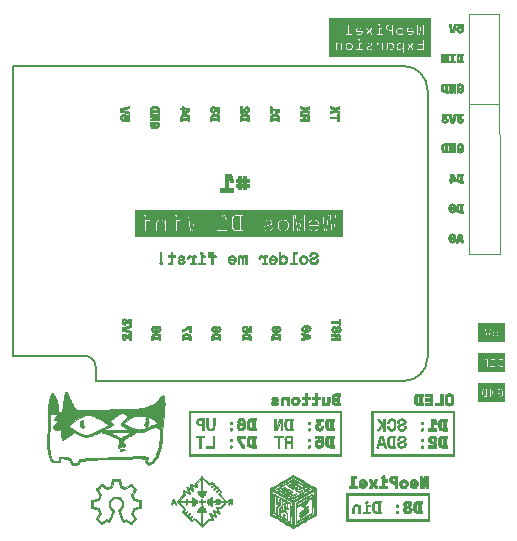
<source format=gbo>
G04 #@! TF.GenerationSoftware,KiCad,Pcbnew,5.1.5+dfsg1-2build2*
G04 #@! TF.CreationDate,2022-05-17T22:25:56-07:00*
G04 #@! TF.ProjectId,v2.2-Dev-Kit,76322e32-2d44-4657-962d-4b69742e6b69,rev?*
G04 #@! TF.SameCoordinates,Original*
G04 #@! TF.FileFunction,Legend,Bot*
G04 #@! TF.FilePolarity,Positive*
%FSLAX46Y46*%
G04 Gerber Fmt 4.6, Leading zero omitted, Abs format (unit mm)*
G04 Created by KiCad (PCBNEW 5.1.5+dfsg1-2build2) date 2022-05-17 22:25:56*
%MOMM*%
%LPD*%
G04 APERTURE LIST*
%ADD10C,0.120000*%
%ADD11C,0.010000*%
%ADD12C,0.150000*%
G04 APERTURE END LIST*
D10*
X20574000Y11684000D02*
X18034000Y11684000D01*
X17970500Y-1079500D02*
X18034000Y19304000D01*
X20637500Y-1079500D02*
X17970500Y-1079500D01*
X20574000Y19304000D02*
X20637500Y-1079500D01*
X18034000Y19304000D02*
X20574000Y19304000D01*
D11*
G36*
X3720125Y-20114692D02*
G01*
X3887608Y-20210960D01*
X4062305Y-20311552D01*
X4235817Y-20411621D01*
X4399747Y-20506318D01*
X4545696Y-20590795D01*
X4665266Y-20660205D01*
X4688417Y-20673681D01*
X5048250Y-20883299D01*
X5048250Y-23137945D01*
X4561417Y-23419257D01*
X4393912Y-23516072D01*
X4204204Y-23625759D01*
X4006012Y-23740383D01*
X3813054Y-23852011D01*
X3639050Y-23952707D01*
X3594000Y-23978785D01*
X3465280Y-24053125D01*
X3349103Y-24119881D01*
X3250335Y-24176284D01*
X3173840Y-24219567D01*
X3124483Y-24246964D01*
X3107167Y-24255756D01*
X3087951Y-24245221D01*
X3037040Y-24216188D01*
X2959319Y-24171470D01*
X2859667Y-24113885D01*
X2742969Y-24046247D01*
X2707210Y-24025471D01*
X3195747Y-24025471D01*
X3254165Y-23994607D01*
X3284570Y-23977616D01*
X3347453Y-23941743D01*
X3438688Y-23889366D01*
X3554146Y-23822866D01*
X3689700Y-23744621D01*
X3841222Y-23657011D01*
X4004583Y-23562413D01*
X4095750Y-23509563D01*
X4878917Y-23055384D01*
X4884417Y-22068692D01*
X4885272Y-21868864D01*
X4885566Y-21682594D01*
X4885329Y-21514031D01*
X4884591Y-21367326D01*
X4883382Y-21246630D01*
X4881731Y-21156093D01*
X4879667Y-21099864D01*
X4877396Y-21082000D01*
X4854283Y-21092020D01*
X4805158Y-21118402D01*
X4740253Y-21155631D01*
X4734311Y-21159133D01*
X4683508Y-21188931D01*
X4601735Y-21236630D01*
X4494667Y-21298930D01*
X4367980Y-21372535D01*
X4227347Y-21454145D01*
X4078443Y-21540464D01*
X4011083Y-21579482D01*
X3861811Y-21665969D01*
X3719605Y-21748441D01*
X3589867Y-21823762D01*
X3477998Y-21888791D01*
X3389398Y-21940391D01*
X3329470Y-21975424D01*
X3312583Y-21985368D01*
X3206750Y-22048039D01*
X3201248Y-23036755D01*
X3195747Y-24025471D01*
X2707210Y-24025471D01*
X2624667Y-23977515D01*
X2460232Y-23881962D01*
X2272738Y-23773151D01*
X2075798Y-23658972D01*
X1883025Y-23547317D01*
X1708031Y-23446076D01*
X1661583Y-23419232D01*
X1174750Y-23137945D01*
X1174750Y-21694567D01*
X1337437Y-21694567D01*
X1337767Y-21881879D01*
X1338582Y-22068771D01*
X1344083Y-23055542D01*
X1608667Y-23208333D01*
X1696739Y-23259224D01*
X1813886Y-23326961D01*
X1952548Y-23407171D01*
X2105168Y-23495481D01*
X2264188Y-23587518D01*
X2422048Y-23678910D01*
X2444750Y-23692055D01*
X3016250Y-24022985D01*
X3021756Y-23045588D01*
X3022868Y-22805525D01*
X3023223Y-22604729D01*
X3022757Y-22440140D01*
X3021406Y-22308698D01*
X3019104Y-22207343D01*
X3015787Y-22133013D01*
X3011391Y-22082650D01*
X3005850Y-22053192D01*
X3000589Y-22042657D01*
X2976670Y-22026557D01*
X2920283Y-21991930D01*
X2835693Y-21941296D01*
X2727165Y-21877172D01*
X2598961Y-21802079D01*
X2455347Y-21718536D01*
X2300586Y-21629061D01*
X2296583Y-21626754D01*
X2136207Y-21534270D01*
X1982109Y-21445308D01*
X1839436Y-21362844D01*
X1713336Y-21289860D01*
X1608958Y-21229334D01*
X1531449Y-21184246D01*
X1488688Y-21159192D01*
X1422916Y-21121267D01*
X1372047Y-21093724D01*
X1346309Y-21082080D01*
X1345604Y-21082000D01*
X1343182Y-21102474D01*
X1341145Y-21161130D01*
X1339522Y-21253818D01*
X1338344Y-21376386D01*
X1337639Y-21524686D01*
X1337437Y-21694567D01*
X1174750Y-21694567D01*
X1174750Y-20933050D01*
X1418485Y-20933050D01*
X1436197Y-20946059D01*
X1486150Y-20977357D01*
X1563819Y-21024249D01*
X1664680Y-21084038D01*
X1784208Y-21154027D01*
X1917878Y-21231522D01*
X1963527Y-21257825D01*
X2119511Y-21347669D01*
X2279777Y-21440152D01*
X2436042Y-21530483D01*
X2580021Y-21613870D01*
X2703433Y-21685519D01*
X2794000Y-21738303D01*
X2893983Y-21795831D01*
X2982360Y-21844938D01*
X3052174Y-21881893D01*
X3096466Y-21902966D01*
X3107497Y-21906436D01*
X3133978Y-21896593D01*
X3190539Y-21868605D01*
X3270809Y-21825858D01*
X3368419Y-21771736D01*
X3467331Y-21715229D01*
X3581595Y-21649140D01*
X3722663Y-21567655D01*
X3880642Y-21476483D01*
X4045636Y-21381332D01*
X4207752Y-21287911D01*
X4301916Y-21233687D01*
X4433550Y-21157515D01*
X4552317Y-21088028D01*
X4653508Y-21028045D01*
X4732413Y-20980383D01*
X4784319Y-20947859D01*
X4804519Y-20933290D01*
X4804624Y-20933002D01*
X4804814Y-20930335D01*
X4803328Y-20927141D01*
X4797246Y-20921696D01*
X4783651Y-20912276D01*
X4759622Y-20897155D01*
X4722241Y-20874608D01*
X4668588Y-20842911D01*
X4595745Y-20800340D01*
X4500792Y-20745168D01*
X4380811Y-20675672D01*
X4232882Y-20590127D01*
X4054085Y-20486807D01*
X3845989Y-20366581D01*
X3109395Y-19941010D01*
X2935823Y-20043405D01*
X2879854Y-20076178D01*
X2793900Y-20126203D01*
X2684518Y-20189692D01*
X2558262Y-20262852D01*
X2421691Y-20341894D01*
X2281359Y-20423028D01*
X2143823Y-20502464D01*
X2015640Y-20576410D01*
X1903366Y-20641077D01*
X1813557Y-20692675D01*
X1752770Y-20727413D01*
X1746250Y-20731110D01*
X1630738Y-20797400D01*
X1535926Y-20853597D01*
X1466310Y-20896934D01*
X1426386Y-20924638D01*
X1418485Y-20933050D01*
X1174750Y-20933050D01*
X1174750Y-20882671D01*
X1714500Y-20569867D01*
X1880950Y-20473505D01*
X2061996Y-20368868D01*
X2246801Y-20262207D01*
X2424531Y-20159771D01*
X2584353Y-20067812D01*
X2682958Y-20011192D01*
X3111666Y-19765321D01*
X3720125Y-20114692D01*
G37*
X3720125Y-20114692D02*
X3887608Y-20210960D01*
X4062305Y-20311552D01*
X4235817Y-20411621D01*
X4399747Y-20506318D01*
X4545696Y-20590795D01*
X4665266Y-20660205D01*
X4688417Y-20673681D01*
X5048250Y-20883299D01*
X5048250Y-23137945D01*
X4561417Y-23419257D01*
X4393912Y-23516072D01*
X4204204Y-23625759D01*
X4006012Y-23740383D01*
X3813054Y-23852011D01*
X3639050Y-23952707D01*
X3594000Y-23978785D01*
X3465280Y-24053125D01*
X3349103Y-24119881D01*
X3250335Y-24176284D01*
X3173840Y-24219567D01*
X3124483Y-24246964D01*
X3107167Y-24255756D01*
X3087951Y-24245221D01*
X3037040Y-24216188D01*
X2959319Y-24171470D01*
X2859667Y-24113885D01*
X2742969Y-24046247D01*
X2707210Y-24025471D01*
X3195747Y-24025471D01*
X3254165Y-23994607D01*
X3284570Y-23977616D01*
X3347453Y-23941743D01*
X3438688Y-23889366D01*
X3554146Y-23822866D01*
X3689700Y-23744621D01*
X3841222Y-23657011D01*
X4004583Y-23562413D01*
X4095750Y-23509563D01*
X4878917Y-23055384D01*
X4884417Y-22068692D01*
X4885272Y-21868864D01*
X4885566Y-21682594D01*
X4885329Y-21514031D01*
X4884591Y-21367326D01*
X4883382Y-21246630D01*
X4881731Y-21156093D01*
X4879667Y-21099864D01*
X4877396Y-21082000D01*
X4854283Y-21092020D01*
X4805158Y-21118402D01*
X4740253Y-21155631D01*
X4734311Y-21159133D01*
X4683508Y-21188931D01*
X4601735Y-21236630D01*
X4494667Y-21298930D01*
X4367980Y-21372535D01*
X4227347Y-21454145D01*
X4078443Y-21540464D01*
X4011083Y-21579482D01*
X3861811Y-21665969D01*
X3719605Y-21748441D01*
X3589867Y-21823762D01*
X3477998Y-21888791D01*
X3389398Y-21940391D01*
X3329470Y-21975424D01*
X3312583Y-21985368D01*
X3206750Y-22048039D01*
X3201248Y-23036755D01*
X3195747Y-24025471D01*
X2707210Y-24025471D01*
X2624667Y-23977515D01*
X2460232Y-23881962D01*
X2272738Y-23773151D01*
X2075798Y-23658972D01*
X1883025Y-23547317D01*
X1708031Y-23446076D01*
X1661583Y-23419232D01*
X1174750Y-23137945D01*
X1174750Y-21694567D01*
X1337437Y-21694567D01*
X1337767Y-21881879D01*
X1338582Y-22068771D01*
X1344083Y-23055542D01*
X1608667Y-23208333D01*
X1696739Y-23259224D01*
X1813886Y-23326961D01*
X1952548Y-23407171D01*
X2105168Y-23495481D01*
X2264188Y-23587518D01*
X2422048Y-23678910D01*
X2444750Y-23692055D01*
X3016250Y-24022985D01*
X3021756Y-23045588D01*
X3022868Y-22805525D01*
X3023223Y-22604729D01*
X3022757Y-22440140D01*
X3021406Y-22308698D01*
X3019104Y-22207343D01*
X3015787Y-22133013D01*
X3011391Y-22082650D01*
X3005850Y-22053192D01*
X3000589Y-22042657D01*
X2976670Y-22026557D01*
X2920283Y-21991930D01*
X2835693Y-21941296D01*
X2727165Y-21877172D01*
X2598961Y-21802079D01*
X2455347Y-21718536D01*
X2300586Y-21629061D01*
X2296583Y-21626754D01*
X2136207Y-21534270D01*
X1982109Y-21445308D01*
X1839436Y-21362844D01*
X1713336Y-21289860D01*
X1608958Y-21229334D01*
X1531449Y-21184246D01*
X1488688Y-21159192D01*
X1422916Y-21121267D01*
X1372047Y-21093724D01*
X1346309Y-21082080D01*
X1345604Y-21082000D01*
X1343182Y-21102474D01*
X1341145Y-21161130D01*
X1339522Y-21253818D01*
X1338344Y-21376386D01*
X1337639Y-21524686D01*
X1337437Y-21694567D01*
X1174750Y-21694567D01*
X1174750Y-20933050D01*
X1418485Y-20933050D01*
X1436197Y-20946059D01*
X1486150Y-20977357D01*
X1563819Y-21024249D01*
X1664680Y-21084038D01*
X1784208Y-21154027D01*
X1917878Y-21231522D01*
X1963527Y-21257825D01*
X2119511Y-21347669D01*
X2279777Y-21440152D01*
X2436042Y-21530483D01*
X2580021Y-21613870D01*
X2703433Y-21685519D01*
X2794000Y-21738303D01*
X2893983Y-21795831D01*
X2982360Y-21844938D01*
X3052174Y-21881893D01*
X3096466Y-21902966D01*
X3107497Y-21906436D01*
X3133978Y-21896593D01*
X3190539Y-21868605D01*
X3270809Y-21825858D01*
X3368419Y-21771736D01*
X3467331Y-21715229D01*
X3581595Y-21649140D01*
X3722663Y-21567655D01*
X3880642Y-21476483D01*
X4045636Y-21381332D01*
X4207752Y-21287911D01*
X4301916Y-21233687D01*
X4433550Y-21157515D01*
X4552317Y-21088028D01*
X4653508Y-21028045D01*
X4732413Y-20980383D01*
X4784319Y-20947859D01*
X4804519Y-20933290D01*
X4804624Y-20933002D01*
X4804814Y-20930335D01*
X4803328Y-20927141D01*
X4797246Y-20921696D01*
X4783651Y-20912276D01*
X4759622Y-20897155D01*
X4722241Y-20874608D01*
X4668588Y-20842911D01*
X4595745Y-20800340D01*
X4500792Y-20745168D01*
X4380811Y-20675672D01*
X4232882Y-20590127D01*
X4054085Y-20486807D01*
X3845989Y-20366581D01*
X3109395Y-19941010D01*
X2935823Y-20043405D01*
X2879854Y-20076178D01*
X2793900Y-20126203D01*
X2684518Y-20189692D01*
X2558262Y-20262852D01*
X2421691Y-20341894D01*
X2281359Y-20423028D01*
X2143823Y-20502464D01*
X2015640Y-20576410D01*
X1903366Y-20641077D01*
X1813557Y-20692675D01*
X1752770Y-20727413D01*
X1746250Y-20731110D01*
X1630738Y-20797400D01*
X1535926Y-20853597D01*
X1466310Y-20896934D01*
X1426386Y-20924638D01*
X1418485Y-20933050D01*
X1174750Y-20933050D01*
X1174750Y-20882671D01*
X1714500Y-20569867D01*
X1880950Y-20473505D01*
X2061996Y-20368868D01*
X2246801Y-20262207D01*
X2424531Y-20159771D01*
X2584353Y-20067812D01*
X2682958Y-20011192D01*
X3111666Y-19765321D01*
X3720125Y-20114692D01*
G36*
X-4604059Y-19889851D02*
G01*
X-4558299Y-19929913D01*
X-4492468Y-19991198D01*
X-4411362Y-20069218D01*
X-4319781Y-20159486D01*
X-4297361Y-20181888D01*
X-4194418Y-20284796D01*
X-4116976Y-20361029D01*
X-4060682Y-20413925D01*
X-4021177Y-20446818D01*
X-3994107Y-20463044D01*
X-3975115Y-20465939D01*
X-3959845Y-20458839D01*
X-3948385Y-20449117D01*
X-3865341Y-20390253D01*
X-3784785Y-20363399D01*
X-3767430Y-20362334D01*
X-3718891Y-20379061D01*
X-3665596Y-20420289D01*
X-3621088Y-20472588D01*
X-3598910Y-20522527D01*
X-3598333Y-20530039D01*
X-3584439Y-20566264D01*
X-3554372Y-20574000D01*
X-3510280Y-20589471D01*
X-3458878Y-20627414D01*
X-3413724Y-20675124D01*
X-3388381Y-20719896D01*
X-3386667Y-20731122D01*
X-3369632Y-20760197D01*
X-3353289Y-20764500D01*
X-3311980Y-20781013D01*
X-3263821Y-20821512D01*
X-3221517Y-20872435D01*
X-3197773Y-20920223D01*
X-3196167Y-20932205D01*
X-3182272Y-20968431D01*
X-3152205Y-20976167D01*
X-3104065Y-20993033D01*
X-3051209Y-21034604D01*
X-3007068Y-21087336D01*
X-2985072Y-21137689D01*
X-2984500Y-21145263D01*
X-3003008Y-21223550D01*
X-3054833Y-21307049D01*
X-3071283Y-21326218D01*
X-3083630Y-21341538D01*
X-3088450Y-21357358D01*
X-3082405Y-21378034D01*
X-3062161Y-21407922D01*
X-3024382Y-21451378D01*
X-2965732Y-21512758D01*
X-2882875Y-21596419D01*
X-2804055Y-21675195D01*
X-2711401Y-21769204D01*
X-2629996Y-21854707D01*
X-2564356Y-21926722D01*
X-2518992Y-21980266D01*
X-2498418Y-22010359D01*
X-2497667Y-22013377D01*
X-2512043Y-22038247D01*
X-2551912Y-22087115D01*
X-2612381Y-22154499D01*
X-2688562Y-22234919D01*
X-2760386Y-22307807D01*
X-3023105Y-22569895D01*
X-3162240Y-22555640D01*
X-3222946Y-22549051D01*
X-3263003Y-22547731D01*
X-3283023Y-22557459D01*
X-3283620Y-22584011D01*
X-3265405Y-22633165D01*
X-3228993Y-22710699D01*
X-3187721Y-22795903D01*
X-3141376Y-22898642D01*
X-3117469Y-22969363D01*
X-3115335Y-23011525D01*
X-3134310Y-23028583D01*
X-3142866Y-23029334D01*
X-3174882Y-23020842D01*
X-3234843Y-22998057D01*
X-3312531Y-22965008D01*
X-3357881Y-22944487D01*
X-3437542Y-22908857D01*
X-3501603Y-22882413D01*
X-3541315Y-22868649D01*
X-3549759Y-22867870D01*
X-3545003Y-22889297D01*
X-3525515Y-22940234D01*
X-3494778Y-23011976D01*
X-3472327Y-23061509D01*
X-3435295Y-23144511D01*
X-3406319Y-23214876D01*
X-3389393Y-23262614D01*
X-3386667Y-23275710D01*
X-3394834Y-23296900D01*
X-3422452Y-23301769D01*
X-3474190Y-23289299D01*
X-3554722Y-23258473D01*
X-3643192Y-23219834D01*
X-3724271Y-23183718D01*
X-3789778Y-23155278D01*
X-3830920Y-23138291D01*
X-3840296Y-23135167D01*
X-3835703Y-23153040D01*
X-3816328Y-23201518D01*
X-3785389Y-23272894D01*
X-3751754Y-23347220D01*
X-3707785Y-23448357D01*
X-3680421Y-23523838D01*
X-3671191Y-23569106D01*
X-3673912Y-23579046D01*
X-3706402Y-23587177D01*
X-3773479Y-23585635D01*
X-3850530Y-23577082D01*
X-4007375Y-23555346D01*
X-4295253Y-23842673D01*
X-4386528Y-23932189D01*
X-4469233Y-24010326D01*
X-4538193Y-24072431D01*
X-4588234Y-24113854D01*
X-4614182Y-24129942D01*
X-4614881Y-24130000D01*
X-4638871Y-24115599D01*
X-4687435Y-24075408D01*
X-4755592Y-24013945D01*
X-4838364Y-23935730D01*
X-4930768Y-23845282D01*
X-4951579Y-23824507D01*
X-5256527Y-23519014D01*
X-5331836Y-23581091D01*
X-5415484Y-23631539D01*
X-5493874Y-23640135D01*
X-5567976Y-23606895D01*
X-5592134Y-23586290D01*
X-5630877Y-23539913D01*
X-5650791Y-23497977D01*
X-5651500Y-23491443D01*
X-5670556Y-23456260D01*
X-5704479Y-23440176D01*
X-5753031Y-23414884D01*
X-5804124Y-23369641D01*
X-5845048Y-23317989D01*
X-5863089Y-23273471D01*
X-5863167Y-23271126D01*
X-5880011Y-23244105D01*
X-5893293Y-23241000D01*
X-5936869Y-23224905D01*
X-5988467Y-23185092D01*
X-6034546Y-23134276D01*
X-6061563Y-23085169D01*
X-6062343Y-23082313D01*
X-6084982Y-23041472D01*
X-6111120Y-23029334D01*
X-6148723Y-23015480D01*
X-6196332Y-22981277D01*
X-6205967Y-22972457D01*
X-6255302Y-22902083D01*
X-6262753Y-22825736D01*
X-6228324Y-22743590D01*
X-6203257Y-22709670D01*
X-6141181Y-22634360D01*
X-6446674Y-22329412D01*
X-6539018Y-22236212D01*
X-6620157Y-22152370D01*
X-6685597Y-22082690D01*
X-6709708Y-22055667D01*
X-6592829Y-22055667D01*
X-6312664Y-22336409D01*
X-6224558Y-22425590D01*
X-6147816Y-22504974D01*
X-6087111Y-22569586D01*
X-6047115Y-22614452D01*
X-6032502Y-22634597D01*
X-6032500Y-22634669D01*
X-6045251Y-22659361D01*
X-6077997Y-22703976D01*
X-6106583Y-22738737D01*
X-6154593Y-22798155D01*
X-6175716Y-22838149D01*
X-6172521Y-22869706D01*
X-6147571Y-22903811D01*
X-6145636Y-22905958D01*
X-6101215Y-22938672D01*
X-6053814Y-22936373D01*
X-5997040Y-22897781D01*
X-5969000Y-22870584D01*
X-5904707Y-22815136D01*
X-5858501Y-22794562D01*
X-5834931Y-22805212D01*
X-5838546Y-22843436D01*
X-5873893Y-22905586D01*
X-5893595Y-22931089D01*
X-5944507Y-22999862D01*
X-5965200Y-23049688D01*
X-5957299Y-23089513D01*
X-5928428Y-23122990D01*
X-5888339Y-23145057D01*
X-5844436Y-23136336D01*
X-5789787Y-23094376D01*
X-5758936Y-23063027D01*
X-5709409Y-23023053D01*
X-5665499Y-23009121D01*
X-5636608Y-23022418D01*
X-5630333Y-23046811D01*
X-5644977Y-23086723D01*
X-5680684Y-23132421D01*
X-5685194Y-23136769D01*
X-5743365Y-23198735D01*
X-5767163Y-23246750D01*
X-5759039Y-23287742D01*
X-5745157Y-23306261D01*
X-5703278Y-23338813D01*
X-5657816Y-23341075D01*
X-5600822Y-23311627D01*
X-5549748Y-23271333D01*
X-5482699Y-23224001D01*
X-5437388Y-23210133D01*
X-5417438Y-23224932D01*
X-5426469Y-23263602D01*
X-5468102Y-23321346D01*
X-5492750Y-23346834D01*
X-5545602Y-23406128D01*
X-5564071Y-23452971D01*
X-5550210Y-23496464D01*
X-5531803Y-23519792D01*
X-5497949Y-23549177D01*
X-5464100Y-23553866D01*
X-5420374Y-23531812D01*
X-5360904Y-23484417D01*
X-5309372Y-23442976D01*
X-5269956Y-23416089D01*
X-5256258Y-23410334D01*
X-5236329Y-23424648D01*
X-5191636Y-23464498D01*
X-5127106Y-23525240D01*
X-5047665Y-23602234D01*
X-4958239Y-23690837D01*
X-4953000Y-23696084D01*
X-4863990Y-23784998D01*
X-4785741Y-23862632D01*
X-4722942Y-23924376D01*
X-4680281Y-23965622D01*
X-4662448Y-23981763D01*
X-4662253Y-23981834D01*
X-4660753Y-23961594D01*
X-4659406Y-23904583D01*
X-4658267Y-23816362D01*
X-4657393Y-23702494D01*
X-4656842Y-23568540D01*
X-4656667Y-23432356D01*
X-4656667Y-22882879D01*
X-4831292Y-22876731D01*
X-4917372Y-22872780D01*
X-4969475Y-22866835D01*
X-4995956Y-22856575D01*
X-5005172Y-22839681D01*
X-5005917Y-22828250D01*
X-5004112Y-22813200D01*
X-4994867Y-22802216D01*
X-4972434Y-22794657D01*
X-4931066Y-22789887D01*
X-4865015Y-22787266D01*
X-4768535Y-22786156D01*
X-4635878Y-22785917D01*
X-4624917Y-22785917D01*
X-4489468Y-22786117D01*
X-4390606Y-22787145D01*
X-4322581Y-22789637D01*
X-4279648Y-22794234D01*
X-4256058Y-22801573D01*
X-4246065Y-22812293D01*
X-4243921Y-22827032D01*
X-4243917Y-22828250D01*
X-4247948Y-22849807D01*
X-4265773Y-22863177D01*
X-4305986Y-22870902D01*
X-4377183Y-22875525D01*
X-4407958Y-22876766D01*
X-4572000Y-22882948D01*
X-4572000Y-23969081D01*
X-4312708Y-23713373D01*
X-4053417Y-23457664D01*
X-3926995Y-23475146D01*
X-3859505Y-23483645D01*
X-3811785Y-23488076D01*
X-3795746Y-23487801D01*
X-3802076Y-23467875D01*
X-3822903Y-23417332D01*
X-3854911Y-23343962D01*
X-3892143Y-23261329D01*
X-3941350Y-23149030D01*
X-3970797Y-23069567D01*
X-3981441Y-23018856D01*
X-3974239Y-22992815D01*
X-3956432Y-22987000D01*
X-3929951Y-22995223D01*
X-3874290Y-23017364D01*
X-3798722Y-23049630D01*
X-3744872Y-23073537D01*
X-3662956Y-23109121D01*
X-3596391Y-23135589D01*
X-3553837Y-23149637D01*
X-3543123Y-23150512D01*
X-3547535Y-23128602D01*
X-3567303Y-23077759D01*
X-3598800Y-23006889D01*
X-3618863Y-22964553D01*
X-3668063Y-22857015D01*
X-3695427Y-22781760D01*
X-3701726Y-22735281D01*
X-3687734Y-22714071D01*
X-3674524Y-22711834D01*
X-3643325Y-22720278D01*
X-3583979Y-22742952D01*
X-3506555Y-22775864D01*
X-3459777Y-22796948D01*
X-3379722Y-22832557D01*
X-3315216Y-22858988D01*
X-3275000Y-22872781D01*
X-3266176Y-22873565D01*
X-3270819Y-22852021D01*
X-3290218Y-22800988D01*
X-3320906Y-22729184D01*
X-3343340Y-22679658D01*
X-3389701Y-22577575D01*
X-3417242Y-22508073D01*
X-3425326Y-22465503D01*
X-3413315Y-22444218D01*
X-3380573Y-22438567D01*
X-3326461Y-22442902D01*
X-3316758Y-22444030D01*
X-3238879Y-22454093D01*
X-3168114Y-22464719D01*
X-3142133Y-22469293D01*
X-3114923Y-22471659D01*
X-3087395Y-22464620D01*
X-3053610Y-22443817D01*
X-3007631Y-22404894D01*
X-2943517Y-22343493D01*
X-2868481Y-22268515D01*
X-2657211Y-22055667D01*
X-3109066Y-22055667D01*
X-3115575Y-22145625D01*
X-3122083Y-22235584D01*
X-3298431Y-22241759D01*
X-3384661Y-22243970D01*
X-3436527Y-22242188D01*
X-3461923Y-22234930D01*
X-3468745Y-22220716D01*
X-3467558Y-22210009D01*
X-3454512Y-22187209D01*
X-3419913Y-22173835D01*
X-3354236Y-22166612D01*
X-3338836Y-22165736D01*
X-3270242Y-22160708D01*
X-3233869Y-22151603D01*
X-3219611Y-22133577D01*
X-3217333Y-22107527D01*
X-3217333Y-22055667D01*
X-3746500Y-22055667D01*
X-3746824Y-22209125D01*
X-3750654Y-22312321D01*
X-3762549Y-22377556D01*
X-3783898Y-22408672D01*
X-3816092Y-22409511D01*
X-3818938Y-22408477D01*
X-3831307Y-22399403D01*
X-3840113Y-22379256D01*
X-3845786Y-22342195D01*
X-3848754Y-22282380D01*
X-3849446Y-22193969D01*
X-3848290Y-22071122D01*
X-3847532Y-22019101D01*
X-3845245Y-21884598D01*
X-3842648Y-21786646D01*
X-3839001Y-21719469D01*
X-3833566Y-21677286D01*
X-3825602Y-21654319D01*
X-3814371Y-21644789D01*
X-3799417Y-21642917D01*
X-3777860Y-21646948D01*
X-3764490Y-21664773D01*
X-3756765Y-21704986D01*
X-3752142Y-21776183D01*
X-3750901Y-21806959D01*
X-3744719Y-21971000D01*
X-3481026Y-21971000D01*
X-3371366Y-21970586D01*
X-3297161Y-21968627D01*
X-3251539Y-21964046D01*
X-3227625Y-21955767D01*
X-3218545Y-21942716D01*
X-3217333Y-21929723D01*
X-3223152Y-21905820D01*
X-3247042Y-21892056D01*
X-3298656Y-21884654D01*
X-3339042Y-21882098D01*
X-3412250Y-21875211D01*
X-3450419Y-21862767D01*
X-3460750Y-21844000D01*
X-3452774Y-21827710D01*
X-3423836Y-21817933D01*
X-3366419Y-21813261D01*
X-3291417Y-21812250D01*
X-3122083Y-21812250D01*
X-3108945Y-21971000D01*
X-2635817Y-21971000D01*
X-2926575Y-21679685D01*
X-3016416Y-21588810D01*
X-3094981Y-21507695D01*
X-3157684Y-21441209D01*
X-3199941Y-21394224D01*
X-3217164Y-21371611D01*
X-3217333Y-21370841D01*
X-3204583Y-21346143D01*
X-3171836Y-21301525D01*
X-3143250Y-21266763D01*
X-3095971Y-21209209D01*
X-3074877Y-21171796D01*
X-3077780Y-21143247D01*
X-3102492Y-21112285D01*
X-3111500Y-21103167D01*
X-3147732Y-21072257D01*
X-3179518Y-21065251D01*
X-3217964Y-21084268D01*
X-3274174Y-21131424D01*
X-3278046Y-21134917D01*
X-3328697Y-21177026D01*
X-3368744Y-21203865D01*
X-3382691Y-21209000D01*
X-3413712Y-21196385D01*
X-3411475Y-21159608D01*
X-3376309Y-21100273D01*
X-3354496Y-21072286D01*
X-3304007Y-21000687D01*
X-3287592Y-20946830D01*
X-3304653Y-20904170D01*
X-3336625Y-20877177D01*
X-3364234Y-20863078D01*
X-3391005Y-20865489D01*
X-3427710Y-20888601D01*
X-3481686Y-20933634D01*
X-3540992Y-20981451D01*
X-3579488Y-21002183D01*
X-3605227Y-20999714D01*
X-3610658Y-20995889D01*
X-3627372Y-20963798D01*
X-3610237Y-20919928D01*
X-3557602Y-20860496D01*
X-3547360Y-20850769D01*
X-3503983Y-20791327D01*
X-3494333Y-20731516D01*
X-3517900Y-20684067D01*
X-3553529Y-20662166D01*
X-3596385Y-20667131D01*
X-3654246Y-20701139D01*
X-3696578Y-20734072D01*
X-3763038Y-20780657D01*
X-3807959Y-20794611D01*
X-3829494Y-20775571D01*
X-3831167Y-20760525D01*
X-3817946Y-20733020D01*
X-3784116Y-20687371D01*
X-3757083Y-20655880D01*
X-3708300Y-20598355D01*
X-3687773Y-20559213D01*
X-3693386Y-20527348D01*
X-3723022Y-20491655D01*
X-3725333Y-20489334D01*
X-3758573Y-20459675D01*
X-3786672Y-20451296D01*
X-3820906Y-20466384D01*
X-3872554Y-20507127D01*
X-3888930Y-20521084D01*
X-3940342Y-20562509D01*
X-3979497Y-20589397D01*
X-3992998Y-20595167D01*
X-4012813Y-20580890D01*
X-4057410Y-20541174D01*
X-4121813Y-20480691D01*
X-4201048Y-20404115D01*
X-4290140Y-20316118D01*
X-4291258Y-20315003D01*
X-4572000Y-20034838D01*
X-4572000Y-21145500D01*
X-4402667Y-21145500D01*
X-4318298Y-21146384D01*
X-4267733Y-21150455D01*
X-4242458Y-21159841D01*
X-4233957Y-21176672D01*
X-4233333Y-21187834D01*
X-4235095Y-21202681D01*
X-4244153Y-21213580D01*
X-4266164Y-21221139D01*
X-4306790Y-21225967D01*
X-4371687Y-21228674D01*
X-4466515Y-21229870D01*
X-4596932Y-21230163D01*
X-4626469Y-21230167D01*
X-4764634Y-21229899D01*
X-4865958Y-21228743D01*
X-4935931Y-21226174D01*
X-4980044Y-21221663D01*
X-5003789Y-21214685D01*
X-5012655Y-21204712D01*
X-5012526Y-21193125D01*
X-5002571Y-21174273D01*
X-4975896Y-21162160D01*
X-4924177Y-21154805D01*
X-4839086Y-21150225D01*
X-4831058Y-21149936D01*
X-4656667Y-21143788D01*
X-4656667Y-20034508D01*
X-4872312Y-20250154D01*
X-5087958Y-20465800D01*
X-5062486Y-20629640D01*
X-5051960Y-20714505D01*
X-5049287Y-20778230D01*
X-5054826Y-20811095D01*
X-5055732Y-20812199D01*
X-5082193Y-20811735D01*
X-5139029Y-20794255D01*
X-5219043Y-20762246D01*
X-5281697Y-20734070D01*
X-5366111Y-20695273D01*
X-5434820Y-20664926D01*
X-5479824Y-20646481D01*
X-5493423Y-20642653D01*
X-5487056Y-20662871D01*
X-5466356Y-20713439D01*
X-5434731Y-20786272D01*
X-5403218Y-20856543D01*
X-5357907Y-20961378D01*
X-5332606Y-21033038D01*
X-5326217Y-21075040D01*
X-5331037Y-21087504D01*
X-5356797Y-21091854D01*
X-5409930Y-21077671D01*
X-5493941Y-21043828D01*
X-5560728Y-21013569D01*
X-5645284Y-20974865D01*
X-5714245Y-20944536D01*
X-5759554Y-20926047D01*
X-5773388Y-20922134D01*
X-5767479Y-20942150D01*
X-5747127Y-20991878D01*
X-5715941Y-21062739D01*
X-5694013Y-21110786D01*
X-5643988Y-21226281D01*
X-5616501Y-21308052D01*
X-5611130Y-21357945D01*
X-5627457Y-21377803D01*
X-5633127Y-21378334D01*
X-5661236Y-21370033D01*
X-5718764Y-21347562D01*
X-5796726Y-21314569D01*
X-5867698Y-21283084D01*
X-5953933Y-21244509D01*
X-6025196Y-21213433D01*
X-6073149Y-21193441D01*
X-6089233Y-21187834D01*
X-6092706Y-21206927D01*
X-6090884Y-21256676D01*
X-6085115Y-21317434D01*
X-6070073Y-21447034D01*
X-6331427Y-21709017D01*
X-6592782Y-21971000D01*
X-5969000Y-21971000D01*
X-5969000Y-21899509D01*
X-5958621Y-21835498D01*
X-5931870Y-21796643D01*
X-5895325Y-21789699D01*
X-5873750Y-21801667D01*
X-5851768Y-21839937D01*
X-5842027Y-21896516D01*
X-5842000Y-21899509D01*
X-5842000Y-21971000D01*
X-5482167Y-21971000D01*
X-5482167Y-21800115D01*
X-5481193Y-21715253D01*
X-5477077Y-21664787D01*
X-5468030Y-21640801D01*
X-5452261Y-21635381D01*
X-5445125Y-21636346D01*
X-5431888Y-21642406D01*
X-5422021Y-21658592D01*
X-5414901Y-21690629D01*
X-5409903Y-21744246D01*
X-5406405Y-21825169D01*
X-5403783Y-21939125D01*
X-5402314Y-22029481D01*
X-5400451Y-22165886D01*
X-5399907Y-22265679D01*
X-5401231Y-22334574D01*
X-5404972Y-22378286D01*
X-5411677Y-22402531D01*
X-5421895Y-22413021D01*
X-5436175Y-22415472D01*
X-5439356Y-22415500D01*
X-5460677Y-22412075D01*
X-5473454Y-22396114D01*
X-5479843Y-22359090D01*
X-5482001Y-22292474D01*
X-5482167Y-22246167D01*
X-5482167Y-22076834D01*
X-5839445Y-22076834D01*
X-5846014Y-22154065D01*
X-5860661Y-22214013D01*
X-5887893Y-22253807D01*
X-5919920Y-22266419D01*
X-5948112Y-22246167D01*
X-5961705Y-22204579D01*
X-5968510Y-22144228D01*
X-5968676Y-22135042D01*
X-5969000Y-22055667D01*
X-6592829Y-22055667D01*
X-6709708Y-22055667D01*
X-6730844Y-22031979D01*
X-6751403Y-22005042D01*
X-6752167Y-22002740D01*
X-6737827Y-21981723D01*
X-6697873Y-21935980D01*
X-6636901Y-21870441D01*
X-6559508Y-21790035D01*
X-6470289Y-21699692D01*
X-6459767Y-21689176D01*
X-6167367Y-21397336D01*
X-6183055Y-21287293D01*
X-6196032Y-21184409D01*
X-6199738Y-21116727D01*
X-6193750Y-21078051D01*
X-6177644Y-21062186D01*
X-6167587Y-21060834D01*
X-6134293Y-21069172D01*
X-6072976Y-21091570D01*
X-5993935Y-21124107D01*
X-5945309Y-21145500D01*
X-5864230Y-21181615D01*
X-5798722Y-21210056D01*
X-5757580Y-21227043D01*
X-5748205Y-21230167D01*
X-5752797Y-21212294D01*
X-5772172Y-21163815D01*
X-5803111Y-21092440D01*
X-5836747Y-21018113D01*
X-5884478Y-20910071D01*
X-5910526Y-20836115D01*
X-5913352Y-20793103D01*
X-5891422Y-20777890D01*
X-5843199Y-20787332D01*
X-5767148Y-20818285D01*
X-5744226Y-20828730D01*
X-5662229Y-20866290D01*
X-5585762Y-20900888D01*
X-5531030Y-20925195D01*
X-5529965Y-20925658D01*
X-5461347Y-20955423D01*
X-5516193Y-20833503D01*
X-5575183Y-20701457D01*
X-5615206Y-20604996D01*
X-5634454Y-20541003D01*
X-5631121Y-20506364D01*
X-5603399Y-20497965D01*
X-5549481Y-20512690D01*
X-5467560Y-20547424D01*
X-5375017Y-20590142D01*
X-5140553Y-20699104D01*
X-5151886Y-20641844D01*
X-5163304Y-20581372D01*
X-5176054Y-20510172D01*
X-5177298Y-20502989D01*
X-5191377Y-20421395D01*
X-4919036Y-20148448D01*
X-4831022Y-20061381D01*
X-4752434Y-19985796D01*
X-4688405Y-19926456D01*
X-4644067Y-19888123D01*
X-4624948Y-19875500D01*
X-4604059Y-19889851D01*
G37*
X-4604059Y-19889851D02*
X-4558299Y-19929913D01*
X-4492468Y-19991198D01*
X-4411362Y-20069218D01*
X-4319781Y-20159486D01*
X-4297361Y-20181888D01*
X-4194418Y-20284796D01*
X-4116976Y-20361029D01*
X-4060682Y-20413925D01*
X-4021177Y-20446818D01*
X-3994107Y-20463044D01*
X-3975115Y-20465939D01*
X-3959845Y-20458839D01*
X-3948385Y-20449117D01*
X-3865341Y-20390253D01*
X-3784785Y-20363399D01*
X-3767430Y-20362334D01*
X-3718891Y-20379061D01*
X-3665596Y-20420289D01*
X-3621088Y-20472588D01*
X-3598910Y-20522527D01*
X-3598333Y-20530039D01*
X-3584439Y-20566264D01*
X-3554372Y-20574000D01*
X-3510280Y-20589471D01*
X-3458878Y-20627414D01*
X-3413724Y-20675124D01*
X-3388381Y-20719896D01*
X-3386667Y-20731122D01*
X-3369632Y-20760197D01*
X-3353289Y-20764500D01*
X-3311980Y-20781013D01*
X-3263821Y-20821512D01*
X-3221517Y-20872435D01*
X-3197773Y-20920223D01*
X-3196167Y-20932205D01*
X-3182272Y-20968431D01*
X-3152205Y-20976167D01*
X-3104065Y-20993033D01*
X-3051209Y-21034604D01*
X-3007068Y-21087336D01*
X-2985072Y-21137689D01*
X-2984500Y-21145263D01*
X-3003008Y-21223550D01*
X-3054833Y-21307049D01*
X-3071283Y-21326218D01*
X-3083630Y-21341538D01*
X-3088450Y-21357358D01*
X-3082405Y-21378034D01*
X-3062161Y-21407922D01*
X-3024382Y-21451378D01*
X-2965732Y-21512758D01*
X-2882875Y-21596419D01*
X-2804055Y-21675195D01*
X-2711401Y-21769204D01*
X-2629996Y-21854707D01*
X-2564356Y-21926722D01*
X-2518992Y-21980266D01*
X-2498418Y-22010359D01*
X-2497667Y-22013377D01*
X-2512043Y-22038247D01*
X-2551912Y-22087115D01*
X-2612381Y-22154499D01*
X-2688562Y-22234919D01*
X-2760386Y-22307807D01*
X-3023105Y-22569895D01*
X-3162240Y-22555640D01*
X-3222946Y-22549051D01*
X-3263003Y-22547731D01*
X-3283023Y-22557459D01*
X-3283620Y-22584011D01*
X-3265405Y-22633165D01*
X-3228993Y-22710699D01*
X-3187721Y-22795903D01*
X-3141376Y-22898642D01*
X-3117469Y-22969363D01*
X-3115335Y-23011525D01*
X-3134310Y-23028583D01*
X-3142866Y-23029334D01*
X-3174882Y-23020842D01*
X-3234843Y-22998057D01*
X-3312531Y-22965008D01*
X-3357881Y-22944487D01*
X-3437542Y-22908857D01*
X-3501603Y-22882413D01*
X-3541315Y-22868649D01*
X-3549759Y-22867870D01*
X-3545003Y-22889297D01*
X-3525515Y-22940234D01*
X-3494778Y-23011976D01*
X-3472327Y-23061509D01*
X-3435295Y-23144511D01*
X-3406319Y-23214876D01*
X-3389393Y-23262614D01*
X-3386667Y-23275710D01*
X-3394834Y-23296900D01*
X-3422452Y-23301769D01*
X-3474190Y-23289299D01*
X-3554722Y-23258473D01*
X-3643192Y-23219834D01*
X-3724271Y-23183718D01*
X-3789778Y-23155278D01*
X-3830920Y-23138291D01*
X-3840296Y-23135167D01*
X-3835703Y-23153040D01*
X-3816328Y-23201518D01*
X-3785389Y-23272894D01*
X-3751754Y-23347220D01*
X-3707785Y-23448357D01*
X-3680421Y-23523838D01*
X-3671191Y-23569106D01*
X-3673912Y-23579046D01*
X-3706402Y-23587177D01*
X-3773479Y-23585635D01*
X-3850530Y-23577082D01*
X-4007375Y-23555346D01*
X-4295253Y-23842673D01*
X-4386528Y-23932189D01*
X-4469233Y-24010326D01*
X-4538193Y-24072431D01*
X-4588234Y-24113854D01*
X-4614182Y-24129942D01*
X-4614881Y-24130000D01*
X-4638871Y-24115599D01*
X-4687435Y-24075408D01*
X-4755592Y-24013945D01*
X-4838364Y-23935730D01*
X-4930768Y-23845282D01*
X-4951579Y-23824507D01*
X-5256527Y-23519014D01*
X-5331836Y-23581091D01*
X-5415484Y-23631539D01*
X-5493874Y-23640135D01*
X-5567976Y-23606895D01*
X-5592134Y-23586290D01*
X-5630877Y-23539913D01*
X-5650791Y-23497977D01*
X-5651500Y-23491443D01*
X-5670556Y-23456260D01*
X-5704479Y-23440176D01*
X-5753031Y-23414884D01*
X-5804124Y-23369641D01*
X-5845048Y-23317989D01*
X-5863089Y-23273471D01*
X-5863167Y-23271126D01*
X-5880011Y-23244105D01*
X-5893293Y-23241000D01*
X-5936869Y-23224905D01*
X-5988467Y-23185092D01*
X-6034546Y-23134276D01*
X-6061563Y-23085169D01*
X-6062343Y-23082313D01*
X-6084982Y-23041472D01*
X-6111120Y-23029334D01*
X-6148723Y-23015480D01*
X-6196332Y-22981277D01*
X-6205967Y-22972457D01*
X-6255302Y-22902083D01*
X-6262753Y-22825736D01*
X-6228324Y-22743590D01*
X-6203257Y-22709670D01*
X-6141181Y-22634360D01*
X-6446674Y-22329412D01*
X-6539018Y-22236212D01*
X-6620157Y-22152370D01*
X-6685597Y-22082690D01*
X-6709708Y-22055667D01*
X-6592829Y-22055667D01*
X-6312664Y-22336409D01*
X-6224558Y-22425590D01*
X-6147816Y-22504974D01*
X-6087111Y-22569586D01*
X-6047115Y-22614452D01*
X-6032502Y-22634597D01*
X-6032500Y-22634669D01*
X-6045251Y-22659361D01*
X-6077997Y-22703976D01*
X-6106583Y-22738737D01*
X-6154593Y-22798155D01*
X-6175716Y-22838149D01*
X-6172521Y-22869706D01*
X-6147571Y-22903811D01*
X-6145636Y-22905958D01*
X-6101215Y-22938672D01*
X-6053814Y-22936373D01*
X-5997040Y-22897781D01*
X-5969000Y-22870584D01*
X-5904707Y-22815136D01*
X-5858501Y-22794562D01*
X-5834931Y-22805212D01*
X-5838546Y-22843436D01*
X-5873893Y-22905586D01*
X-5893595Y-22931089D01*
X-5944507Y-22999862D01*
X-5965200Y-23049688D01*
X-5957299Y-23089513D01*
X-5928428Y-23122990D01*
X-5888339Y-23145057D01*
X-5844436Y-23136336D01*
X-5789787Y-23094376D01*
X-5758936Y-23063027D01*
X-5709409Y-23023053D01*
X-5665499Y-23009121D01*
X-5636608Y-23022418D01*
X-5630333Y-23046811D01*
X-5644977Y-23086723D01*
X-5680684Y-23132421D01*
X-5685194Y-23136769D01*
X-5743365Y-23198735D01*
X-5767163Y-23246750D01*
X-5759039Y-23287742D01*
X-5745157Y-23306261D01*
X-5703278Y-23338813D01*
X-5657816Y-23341075D01*
X-5600822Y-23311627D01*
X-5549748Y-23271333D01*
X-5482699Y-23224001D01*
X-5437388Y-23210133D01*
X-5417438Y-23224932D01*
X-5426469Y-23263602D01*
X-5468102Y-23321346D01*
X-5492750Y-23346834D01*
X-5545602Y-23406128D01*
X-5564071Y-23452971D01*
X-5550210Y-23496464D01*
X-5531803Y-23519792D01*
X-5497949Y-23549177D01*
X-5464100Y-23553866D01*
X-5420374Y-23531812D01*
X-5360904Y-23484417D01*
X-5309372Y-23442976D01*
X-5269956Y-23416089D01*
X-5256258Y-23410334D01*
X-5236329Y-23424648D01*
X-5191636Y-23464498D01*
X-5127106Y-23525240D01*
X-5047665Y-23602234D01*
X-4958239Y-23690837D01*
X-4953000Y-23696084D01*
X-4863990Y-23784998D01*
X-4785741Y-23862632D01*
X-4722942Y-23924376D01*
X-4680281Y-23965622D01*
X-4662448Y-23981763D01*
X-4662253Y-23981834D01*
X-4660753Y-23961594D01*
X-4659406Y-23904583D01*
X-4658267Y-23816362D01*
X-4657393Y-23702494D01*
X-4656842Y-23568540D01*
X-4656667Y-23432356D01*
X-4656667Y-22882879D01*
X-4831292Y-22876731D01*
X-4917372Y-22872780D01*
X-4969475Y-22866835D01*
X-4995956Y-22856575D01*
X-5005172Y-22839681D01*
X-5005917Y-22828250D01*
X-5004112Y-22813200D01*
X-4994867Y-22802216D01*
X-4972434Y-22794657D01*
X-4931066Y-22789887D01*
X-4865015Y-22787266D01*
X-4768535Y-22786156D01*
X-4635878Y-22785917D01*
X-4624917Y-22785917D01*
X-4489468Y-22786117D01*
X-4390606Y-22787145D01*
X-4322581Y-22789637D01*
X-4279648Y-22794234D01*
X-4256058Y-22801573D01*
X-4246065Y-22812293D01*
X-4243921Y-22827032D01*
X-4243917Y-22828250D01*
X-4247948Y-22849807D01*
X-4265773Y-22863177D01*
X-4305986Y-22870902D01*
X-4377183Y-22875525D01*
X-4407958Y-22876766D01*
X-4572000Y-22882948D01*
X-4572000Y-23969081D01*
X-4312708Y-23713373D01*
X-4053417Y-23457664D01*
X-3926995Y-23475146D01*
X-3859505Y-23483645D01*
X-3811785Y-23488076D01*
X-3795746Y-23487801D01*
X-3802076Y-23467875D01*
X-3822903Y-23417332D01*
X-3854911Y-23343962D01*
X-3892143Y-23261329D01*
X-3941350Y-23149030D01*
X-3970797Y-23069567D01*
X-3981441Y-23018856D01*
X-3974239Y-22992815D01*
X-3956432Y-22987000D01*
X-3929951Y-22995223D01*
X-3874290Y-23017364D01*
X-3798722Y-23049630D01*
X-3744872Y-23073537D01*
X-3662956Y-23109121D01*
X-3596391Y-23135589D01*
X-3553837Y-23149637D01*
X-3543123Y-23150512D01*
X-3547535Y-23128602D01*
X-3567303Y-23077759D01*
X-3598800Y-23006889D01*
X-3618863Y-22964553D01*
X-3668063Y-22857015D01*
X-3695427Y-22781760D01*
X-3701726Y-22735281D01*
X-3687734Y-22714071D01*
X-3674524Y-22711834D01*
X-3643325Y-22720278D01*
X-3583979Y-22742952D01*
X-3506555Y-22775864D01*
X-3459777Y-22796948D01*
X-3379722Y-22832557D01*
X-3315216Y-22858988D01*
X-3275000Y-22872781D01*
X-3266176Y-22873565D01*
X-3270819Y-22852021D01*
X-3290218Y-22800988D01*
X-3320906Y-22729184D01*
X-3343340Y-22679658D01*
X-3389701Y-22577575D01*
X-3417242Y-22508073D01*
X-3425326Y-22465503D01*
X-3413315Y-22444218D01*
X-3380573Y-22438567D01*
X-3326461Y-22442902D01*
X-3316758Y-22444030D01*
X-3238879Y-22454093D01*
X-3168114Y-22464719D01*
X-3142133Y-22469293D01*
X-3114923Y-22471659D01*
X-3087395Y-22464620D01*
X-3053610Y-22443817D01*
X-3007631Y-22404894D01*
X-2943517Y-22343493D01*
X-2868481Y-22268515D01*
X-2657211Y-22055667D01*
X-3109066Y-22055667D01*
X-3115575Y-22145625D01*
X-3122083Y-22235584D01*
X-3298431Y-22241759D01*
X-3384661Y-22243970D01*
X-3436527Y-22242188D01*
X-3461923Y-22234930D01*
X-3468745Y-22220716D01*
X-3467558Y-22210009D01*
X-3454512Y-22187209D01*
X-3419913Y-22173835D01*
X-3354236Y-22166612D01*
X-3338836Y-22165736D01*
X-3270242Y-22160708D01*
X-3233869Y-22151603D01*
X-3219611Y-22133577D01*
X-3217333Y-22107527D01*
X-3217333Y-22055667D01*
X-3746500Y-22055667D01*
X-3746824Y-22209125D01*
X-3750654Y-22312321D01*
X-3762549Y-22377556D01*
X-3783898Y-22408672D01*
X-3816092Y-22409511D01*
X-3818938Y-22408477D01*
X-3831307Y-22399403D01*
X-3840113Y-22379256D01*
X-3845786Y-22342195D01*
X-3848754Y-22282380D01*
X-3849446Y-22193969D01*
X-3848290Y-22071122D01*
X-3847532Y-22019101D01*
X-3845245Y-21884598D01*
X-3842648Y-21786646D01*
X-3839001Y-21719469D01*
X-3833566Y-21677286D01*
X-3825602Y-21654319D01*
X-3814371Y-21644789D01*
X-3799417Y-21642917D01*
X-3777860Y-21646948D01*
X-3764490Y-21664773D01*
X-3756765Y-21704986D01*
X-3752142Y-21776183D01*
X-3750901Y-21806959D01*
X-3744719Y-21971000D01*
X-3481026Y-21971000D01*
X-3371366Y-21970586D01*
X-3297161Y-21968627D01*
X-3251539Y-21964046D01*
X-3227625Y-21955767D01*
X-3218545Y-21942716D01*
X-3217333Y-21929723D01*
X-3223152Y-21905820D01*
X-3247042Y-21892056D01*
X-3298656Y-21884654D01*
X-3339042Y-21882098D01*
X-3412250Y-21875211D01*
X-3450419Y-21862767D01*
X-3460750Y-21844000D01*
X-3452774Y-21827710D01*
X-3423836Y-21817933D01*
X-3366419Y-21813261D01*
X-3291417Y-21812250D01*
X-3122083Y-21812250D01*
X-3108945Y-21971000D01*
X-2635817Y-21971000D01*
X-2926575Y-21679685D01*
X-3016416Y-21588810D01*
X-3094981Y-21507695D01*
X-3157684Y-21441209D01*
X-3199941Y-21394224D01*
X-3217164Y-21371611D01*
X-3217333Y-21370841D01*
X-3204583Y-21346143D01*
X-3171836Y-21301525D01*
X-3143250Y-21266763D01*
X-3095971Y-21209209D01*
X-3074877Y-21171796D01*
X-3077780Y-21143247D01*
X-3102492Y-21112285D01*
X-3111500Y-21103167D01*
X-3147732Y-21072257D01*
X-3179518Y-21065251D01*
X-3217964Y-21084268D01*
X-3274174Y-21131424D01*
X-3278046Y-21134917D01*
X-3328697Y-21177026D01*
X-3368744Y-21203865D01*
X-3382691Y-21209000D01*
X-3413712Y-21196385D01*
X-3411475Y-21159608D01*
X-3376309Y-21100273D01*
X-3354496Y-21072286D01*
X-3304007Y-21000687D01*
X-3287592Y-20946830D01*
X-3304653Y-20904170D01*
X-3336625Y-20877177D01*
X-3364234Y-20863078D01*
X-3391005Y-20865489D01*
X-3427710Y-20888601D01*
X-3481686Y-20933634D01*
X-3540992Y-20981451D01*
X-3579488Y-21002183D01*
X-3605227Y-20999714D01*
X-3610658Y-20995889D01*
X-3627372Y-20963798D01*
X-3610237Y-20919928D01*
X-3557602Y-20860496D01*
X-3547360Y-20850769D01*
X-3503983Y-20791327D01*
X-3494333Y-20731516D01*
X-3517900Y-20684067D01*
X-3553529Y-20662166D01*
X-3596385Y-20667131D01*
X-3654246Y-20701139D01*
X-3696578Y-20734072D01*
X-3763038Y-20780657D01*
X-3807959Y-20794611D01*
X-3829494Y-20775571D01*
X-3831167Y-20760525D01*
X-3817946Y-20733020D01*
X-3784116Y-20687371D01*
X-3757083Y-20655880D01*
X-3708300Y-20598355D01*
X-3687773Y-20559213D01*
X-3693386Y-20527348D01*
X-3723022Y-20491655D01*
X-3725333Y-20489334D01*
X-3758573Y-20459675D01*
X-3786672Y-20451296D01*
X-3820906Y-20466384D01*
X-3872554Y-20507127D01*
X-3888930Y-20521084D01*
X-3940342Y-20562509D01*
X-3979497Y-20589397D01*
X-3992998Y-20595167D01*
X-4012813Y-20580890D01*
X-4057410Y-20541174D01*
X-4121813Y-20480691D01*
X-4201048Y-20404115D01*
X-4290140Y-20316118D01*
X-4291258Y-20315003D01*
X-4572000Y-20034838D01*
X-4572000Y-21145500D01*
X-4402667Y-21145500D01*
X-4318298Y-21146384D01*
X-4267733Y-21150455D01*
X-4242458Y-21159841D01*
X-4233957Y-21176672D01*
X-4233333Y-21187834D01*
X-4235095Y-21202681D01*
X-4244153Y-21213580D01*
X-4266164Y-21221139D01*
X-4306790Y-21225967D01*
X-4371687Y-21228674D01*
X-4466515Y-21229870D01*
X-4596932Y-21230163D01*
X-4626469Y-21230167D01*
X-4764634Y-21229899D01*
X-4865958Y-21228743D01*
X-4935931Y-21226174D01*
X-4980044Y-21221663D01*
X-5003789Y-21214685D01*
X-5012655Y-21204712D01*
X-5012526Y-21193125D01*
X-5002571Y-21174273D01*
X-4975896Y-21162160D01*
X-4924177Y-21154805D01*
X-4839086Y-21150225D01*
X-4831058Y-21149936D01*
X-4656667Y-21143788D01*
X-4656667Y-20034508D01*
X-4872312Y-20250154D01*
X-5087958Y-20465800D01*
X-5062486Y-20629640D01*
X-5051960Y-20714505D01*
X-5049287Y-20778230D01*
X-5054826Y-20811095D01*
X-5055732Y-20812199D01*
X-5082193Y-20811735D01*
X-5139029Y-20794255D01*
X-5219043Y-20762246D01*
X-5281697Y-20734070D01*
X-5366111Y-20695273D01*
X-5434820Y-20664926D01*
X-5479824Y-20646481D01*
X-5493423Y-20642653D01*
X-5487056Y-20662871D01*
X-5466356Y-20713439D01*
X-5434731Y-20786272D01*
X-5403218Y-20856543D01*
X-5357907Y-20961378D01*
X-5332606Y-21033038D01*
X-5326217Y-21075040D01*
X-5331037Y-21087504D01*
X-5356797Y-21091854D01*
X-5409930Y-21077671D01*
X-5493941Y-21043828D01*
X-5560728Y-21013569D01*
X-5645284Y-20974865D01*
X-5714245Y-20944536D01*
X-5759554Y-20926047D01*
X-5773388Y-20922134D01*
X-5767479Y-20942150D01*
X-5747127Y-20991878D01*
X-5715941Y-21062739D01*
X-5694013Y-21110786D01*
X-5643988Y-21226281D01*
X-5616501Y-21308052D01*
X-5611130Y-21357945D01*
X-5627457Y-21377803D01*
X-5633127Y-21378334D01*
X-5661236Y-21370033D01*
X-5718764Y-21347562D01*
X-5796726Y-21314569D01*
X-5867698Y-21283084D01*
X-5953933Y-21244509D01*
X-6025196Y-21213433D01*
X-6073149Y-21193441D01*
X-6089233Y-21187834D01*
X-6092706Y-21206927D01*
X-6090884Y-21256676D01*
X-6085115Y-21317434D01*
X-6070073Y-21447034D01*
X-6331427Y-21709017D01*
X-6592782Y-21971000D01*
X-5969000Y-21971000D01*
X-5969000Y-21899509D01*
X-5958621Y-21835498D01*
X-5931870Y-21796643D01*
X-5895325Y-21789699D01*
X-5873750Y-21801667D01*
X-5851768Y-21839937D01*
X-5842027Y-21896516D01*
X-5842000Y-21899509D01*
X-5842000Y-21971000D01*
X-5482167Y-21971000D01*
X-5482167Y-21800115D01*
X-5481193Y-21715253D01*
X-5477077Y-21664787D01*
X-5468030Y-21640801D01*
X-5452261Y-21635381D01*
X-5445125Y-21636346D01*
X-5431888Y-21642406D01*
X-5422021Y-21658592D01*
X-5414901Y-21690629D01*
X-5409903Y-21744246D01*
X-5406405Y-21825169D01*
X-5403783Y-21939125D01*
X-5402314Y-22029481D01*
X-5400451Y-22165886D01*
X-5399907Y-22265679D01*
X-5401231Y-22334574D01*
X-5404972Y-22378286D01*
X-5411677Y-22402531D01*
X-5421895Y-22413021D01*
X-5436175Y-22415472D01*
X-5439356Y-22415500D01*
X-5460677Y-22412075D01*
X-5473454Y-22396114D01*
X-5479843Y-22359090D01*
X-5482001Y-22292474D01*
X-5482167Y-22246167D01*
X-5482167Y-22076834D01*
X-5839445Y-22076834D01*
X-5846014Y-22154065D01*
X-5860661Y-22214013D01*
X-5887893Y-22253807D01*
X-5919920Y-22266419D01*
X-5948112Y-22246167D01*
X-5961705Y-22204579D01*
X-5968510Y-22144228D01*
X-5968676Y-22135042D01*
X-5969000Y-22055667D01*
X-6592829Y-22055667D01*
X-6709708Y-22055667D01*
X-6730844Y-22031979D01*
X-6751403Y-22005042D01*
X-6752167Y-22002740D01*
X-6737827Y-21981723D01*
X-6697873Y-21935980D01*
X-6636901Y-21870441D01*
X-6559508Y-21790035D01*
X-6470289Y-21699692D01*
X-6459767Y-21689176D01*
X-6167367Y-21397336D01*
X-6183055Y-21287293D01*
X-6196032Y-21184409D01*
X-6199738Y-21116727D01*
X-6193750Y-21078051D01*
X-6177644Y-21062186D01*
X-6167587Y-21060834D01*
X-6134293Y-21069172D01*
X-6072976Y-21091570D01*
X-5993935Y-21124107D01*
X-5945309Y-21145500D01*
X-5864230Y-21181615D01*
X-5798722Y-21210056D01*
X-5757580Y-21227043D01*
X-5748205Y-21230167D01*
X-5752797Y-21212294D01*
X-5772172Y-21163815D01*
X-5803111Y-21092440D01*
X-5836747Y-21018113D01*
X-5884478Y-20910071D01*
X-5910526Y-20836115D01*
X-5913352Y-20793103D01*
X-5891422Y-20777890D01*
X-5843199Y-20787332D01*
X-5767148Y-20818285D01*
X-5744226Y-20828730D01*
X-5662229Y-20866290D01*
X-5585762Y-20900888D01*
X-5531030Y-20925195D01*
X-5529965Y-20925658D01*
X-5461347Y-20955423D01*
X-5516193Y-20833503D01*
X-5575183Y-20701457D01*
X-5615206Y-20604996D01*
X-5634454Y-20541003D01*
X-5631121Y-20506364D01*
X-5603399Y-20497965D01*
X-5549481Y-20512690D01*
X-5467560Y-20547424D01*
X-5375017Y-20590142D01*
X-5140553Y-20699104D01*
X-5151886Y-20641844D01*
X-5163304Y-20581372D01*
X-5176054Y-20510172D01*
X-5177298Y-20502989D01*
X-5191377Y-20421395D01*
X-4919036Y-20148448D01*
X-4831022Y-20061381D01*
X-4752434Y-19985796D01*
X-4688405Y-19926456D01*
X-4644067Y-19888123D01*
X-4624948Y-19875500D01*
X-4604059Y-19889851D01*
G36*
X-11709457Y-20109576D02*
G01*
X-11630508Y-20113350D01*
X-11578418Y-20119893D01*
X-11565095Y-20124533D01*
X-11552504Y-20150189D01*
X-11535003Y-20209195D01*
X-11514773Y-20293165D01*
X-11493995Y-20393712D01*
X-11491016Y-20409441D01*
X-11440591Y-20678799D01*
X-11324170Y-20730757D01*
X-11242541Y-20766435D01*
X-11181016Y-20787549D01*
X-11129524Y-20792461D01*
X-11077997Y-20779535D01*
X-11016364Y-20747133D01*
X-10934557Y-20693619D01*
X-10884072Y-20659204D01*
X-10799409Y-20602430D01*
X-10726814Y-20555653D01*
X-10673663Y-20523491D01*
X-10647330Y-20510565D01*
X-10646653Y-20510500D01*
X-10618688Y-20524664D01*
X-10568232Y-20563040D01*
X-10502273Y-20619457D01*
X-10427799Y-20687744D01*
X-10351795Y-20761728D01*
X-10291382Y-20824300D01*
X-10231870Y-20891806D01*
X-10199480Y-20939603D01*
X-10189416Y-20975793D01*
X-10191477Y-20992971D01*
X-10208097Y-21029465D01*
X-10243865Y-21091212D01*
X-10293245Y-21169072D01*
X-10341656Y-21240910D01*
X-10479706Y-21440295D01*
X-10337782Y-21769917D01*
X-10169516Y-21804612D01*
X-10078077Y-21823155D01*
X-9992126Y-21840058D01*
X-9928501Y-21852015D01*
X-9922556Y-21853068D01*
X-9868379Y-21864961D01*
X-9829846Y-21883062D01*
X-9804307Y-21913994D01*
X-9789114Y-21964378D01*
X-9781616Y-22040839D01*
X-9779164Y-22149999D01*
X-9779000Y-22211883D01*
X-9780899Y-22349135D01*
X-9786743Y-22446823D01*
X-9796753Y-22507553D01*
X-9805885Y-22528843D01*
X-9838347Y-22550807D01*
X-9905691Y-22573513D01*
X-10010868Y-22597852D01*
X-10076940Y-22610613D01*
X-10321111Y-22655615D01*
X-10388722Y-22827178D01*
X-10419157Y-22905910D01*
X-10442482Y-22969120D01*
X-10455095Y-23006915D01*
X-10456333Y-23012719D01*
X-10445121Y-23034769D01*
X-10414647Y-23084203D01*
X-10369660Y-23153537D01*
X-10318750Y-23229623D01*
X-10264125Y-23312969D01*
X-10219769Y-23385933D01*
X-10190535Y-23440173D01*
X-10181167Y-23466145D01*
X-10195753Y-23494306D01*
X-10234999Y-23543919D01*
X-10292135Y-23608147D01*
X-10360391Y-23680153D01*
X-10432997Y-23753099D01*
X-10503183Y-23820150D01*
X-10564180Y-23874467D01*
X-10609217Y-23909214D01*
X-10628916Y-23918334D01*
X-10659351Y-23907222D01*
X-10716422Y-23877027D01*
X-10791750Y-23832462D01*
X-10870639Y-23782385D01*
X-11078263Y-23646437D01*
X-11158038Y-23687135D01*
X-11240903Y-23720574D01*
X-11301063Y-23722609D01*
X-11344433Y-23693029D01*
X-11353641Y-23680209D01*
X-11371131Y-23645631D01*
X-11400935Y-23579155D01*
X-11439975Y-23488318D01*
X-11485169Y-23380654D01*
X-11533436Y-23263702D01*
X-11581698Y-23144995D01*
X-11626872Y-23032072D01*
X-11665878Y-22932468D01*
X-11695636Y-22853719D01*
X-11713066Y-22803361D01*
X-11715298Y-22795452D01*
X-11718011Y-22764223D01*
X-11705201Y-22733196D01*
X-11671056Y-22693927D01*
X-11609765Y-22637974D01*
X-11602609Y-22631737D01*
X-11496229Y-22524154D01*
X-11427791Y-22416891D01*
X-11393558Y-22302848D01*
X-11387874Y-22223609D01*
X-11407325Y-22082526D01*
X-11461522Y-21957885D01*
X-11545020Y-21854590D01*
X-11652380Y-21777545D01*
X-11778159Y-21731652D01*
X-11916915Y-21721815D01*
X-11942154Y-21724169D01*
X-12059339Y-21750500D01*
X-12157928Y-21803711D01*
X-12232149Y-21868931D01*
X-12309198Y-21961793D01*
X-12354767Y-22057926D01*
X-12375938Y-22162142D01*
X-12379522Y-22277844D01*
X-12357655Y-22378722D01*
X-12306291Y-22474372D01*
X-12221383Y-22574390D01*
X-12188293Y-22607135D01*
X-12125563Y-22669835D01*
X-12076586Y-22723477D01*
X-12048196Y-22760329D01*
X-12043833Y-22770529D01*
X-12051669Y-22798729D01*
X-12073268Y-22858844D01*
X-12105766Y-22943858D01*
X-12146300Y-23046753D01*
X-12192008Y-23160513D01*
X-12240025Y-23278121D01*
X-12287489Y-23392561D01*
X-12331536Y-23496815D01*
X-12369303Y-23583868D01*
X-12397928Y-23646701D01*
X-12413820Y-23677230D01*
X-12454222Y-23716518D01*
X-12507896Y-23724564D01*
X-12581681Y-23701682D01*
X-12613653Y-23686358D01*
X-12694952Y-23644882D01*
X-12849269Y-23751189D01*
X-12967933Y-23830467D01*
X-13056332Y-23883783D01*
X-13116643Y-23912370D01*
X-13143946Y-23918334D01*
X-13167298Y-23904431D01*
X-13213949Y-23866602D01*
X-13277079Y-23810668D01*
X-13347996Y-23744243D01*
X-13447588Y-23645301D01*
X-13516651Y-23568153D01*
X-13558135Y-23508684D01*
X-13574991Y-23462779D01*
X-13572208Y-23431500D01*
X-13556295Y-23401366D01*
X-13522064Y-23345236D01*
X-13475092Y-23272059D01*
X-13437529Y-23215354D01*
X-13386325Y-23137160D01*
X-13345453Y-23071205D01*
X-13319917Y-23025777D01*
X-13313833Y-23010332D01*
X-13321124Y-22982278D01*
X-13340543Y-22925501D01*
X-13368415Y-22850552D01*
X-13379293Y-22822476D01*
X-13444752Y-22655244D01*
X-13691337Y-22610069D01*
X-13817300Y-22584512D01*
X-13903688Y-22561041D01*
X-13953160Y-22538861D01*
X-13964544Y-22528484D01*
X-13975683Y-22493139D01*
X-13984042Y-22427431D01*
X-13989619Y-22340452D01*
X-13992412Y-22241294D01*
X-13992412Y-22221983D01*
X-13864167Y-22221983D01*
X-13864167Y-22450993D01*
X-13640310Y-22489363D01*
X-13543648Y-22508363D01*
X-13459480Y-22529357D01*
X-13398620Y-22549398D01*
X-13375312Y-22561575D01*
X-13350519Y-22594550D01*
X-13315795Y-22656354D01*
X-13276069Y-22736176D01*
X-13236269Y-22823206D01*
X-13201324Y-22906634D01*
X-13176165Y-22975649D01*
X-13165720Y-23019441D01*
X-13165667Y-23021355D01*
X-13177257Y-23051350D01*
X-13208730Y-23107349D01*
X-13255139Y-23181068D01*
X-13305822Y-23256053D01*
X-13445977Y-23457077D01*
X-13290477Y-23613622D01*
X-13225197Y-23678329D01*
X-13171157Y-23730002D01*
X-13135061Y-23762342D01*
X-13123863Y-23770122D01*
X-13102780Y-23759069D01*
X-13054300Y-23729179D01*
X-12986118Y-23685296D01*
X-12922250Y-23643167D01*
X-12840605Y-23591025D01*
X-12768785Y-23549262D01*
X-12715807Y-23522886D01*
X-12693657Y-23516211D01*
X-12648956Y-23525628D01*
X-12593114Y-23548475D01*
X-12590684Y-23549718D01*
X-12542647Y-23567625D01*
X-12510540Y-23567256D01*
X-12508365Y-23565593D01*
X-12494532Y-23540540D01*
X-12468278Y-23483788D01*
X-12432782Y-23402994D01*
X-12391224Y-23305810D01*
X-12346783Y-23199893D01*
X-12302637Y-23092896D01*
X-12261967Y-22992474D01*
X-12227950Y-22906282D01*
X-12203767Y-22841974D01*
X-12192596Y-22807205D01*
X-12192200Y-22804342D01*
X-12207310Y-22778645D01*
X-12246417Y-22737858D01*
X-12282570Y-22706218D01*
X-12386691Y-22594651D01*
X-12460288Y-22459979D01*
X-12500977Y-22310725D01*
X-12506376Y-22155411D01*
X-12477002Y-22011082D01*
X-12419111Y-21893996D01*
X-12330666Y-21784572D01*
X-12222530Y-21693360D01*
X-12105564Y-21630908D01*
X-12075034Y-21620680D01*
X-11912596Y-21593957D01*
X-11753535Y-21606940D01*
X-11604289Y-21658091D01*
X-11471297Y-21745870D01*
X-11443003Y-21771739D01*
X-11352104Y-21881240D01*
X-11294943Y-22004172D01*
X-11267176Y-22150383D01*
X-11265296Y-22174644D01*
X-11266507Y-22322845D01*
X-11294571Y-22446820D01*
X-11353952Y-22558272D01*
X-11449116Y-22668904D01*
X-11456758Y-22676455D01*
X-11582644Y-22799826D01*
X-11429380Y-23173871D01*
X-11380697Y-23291631D01*
X-11336713Y-23396043D01*
X-11300192Y-23480708D01*
X-11273894Y-23539226D01*
X-11260583Y-23565198D01*
X-11260327Y-23565507D01*
X-11233941Y-23567099D01*
X-11184783Y-23551245D01*
X-11155229Y-23537535D01*
X-11065920Y-23491973D01*
X-10855717Y-23635532D01*
X-10645515Y-23779090D01*
X-10324563Y-23458138D01*
X-10456594Y-23261779D01*
X-10510098Y-23178345D01*
X-10553158Y-23103842D01*
X-10580799Y-23047361D01*
X-10588466Y-23020919D01*
X-10579407Y-22970856D01*
X-10555790Y-22895677D01*
X-10522596Y-22807518D01*
X-10484804Y-22718512D01*
X-10447394Y-22640794D01*
X-10415347Y-22586498D01*
X-10404999Y-22573908D01*
X-10368919Y-22549155D01*
X-10309814Y-22527274D01*
X-10220645Y-22506091D01*
X-10132941Y-22489892D01*
X-9906000Y-22450993D01*
X-9906000Y-22221983D01*
X-9906445Y-22121036D01*
X-9908809Y-22054625D01*
X-9914638Y-22014952D01*
X-9925479Y-21994221D01*
X-9942877Y-21984635D01*
X-9953625Y-21981793D01*
X-9994868Y-21972791D01*
X-10065509Y-21958028D01*
X-10153427Y-21940024D01*
X-10199302Y-21930749D01*
X-10288524Y-21910469D01*
X-10363462Y-21889160D01*
X-10413252Y-21870115D01*
X-10425644Y-21862151D01*
X-10448299Y-21827646D01*
X-10480064Y-21765250D01*
X-10516029Y-21686479D01*
X-10551283Y-21602849D01*
X-10580918Y-21525876D01*
X-10600022Y-21467077D01*
X-10604500Y-21442675D01*
X-10593379Y-21411026D01*
X-10563089Y-21352640D01*
X-10518239Y-21275804D01*
X-10463436Y-21188806D01*
X-10462686Y-21187656D01*
X-10320871Y-20970378D01*
X-10483894Y-20814077D01*
X-10646918Y-20657777D01*
X-10868879Y-20806696D01*
X-11090840Y-20955616D01*
X-11221868Y-20911476D01*
X-11341560Y-20867041D01*
X-11439010Y-20822617D01*
X-11506882Y-20781791D01*
X-11530264Y-20760627D01*
X-11543654Y-20729584D01*
X-11562465Y-20666406D01*
X-11584122Y-20580528D01*
X-11604421Y-20489205D01*
X-11655228Y-20245917D01*
X-11879632Y-20239926D01*
X-11980350Y-20237941D01*
X-12046505Y-20239119D01*
X-12085815Y-20244502D01*
X-12105997Y-20255133D01*
X-12114663Y-20271676D01*
X-12123105Y-20307094D01*
X-12137731Y-20373752D01*
X-12156327Y-20461397D01*
X-12172604Y-20539886D01*
X-12219920Y-20770355D01*
X-12395389Y-20851422D01*
X-12498341Y-20898698D01*
X-12573306Y-20928679D01*
X-12631219Y-20940734D01*
X-12683008Y-20934231D01*
X-12739606Y-20908537D01*
X-12811944Y-20863020D01*
X-12870421Y-20823948D01*
X-12952448Y-20769209D01*
X-13022461Y-20722540D01*
X-13072374Y-20689327D01*
X-13093122Y-20675590D01*
X-13116662Y-20683570D01*
X-13162566Y-20717394D01*
X-13224388Y-20771888D01*
X-13278139Y-20824032D01*
X-13440450Y-20987301D01*
X-13303058Y-21186491D01*
X-13247706Y-21271061D01*
X-13203056Y-21347512D01*
X-13174133Y-21406700D01*
X-13165667Y-21436545D01*
X-13174169Y-21479682D01*
X-13196503Y-21547873D01*
X-13227910Y-21629759D01*
X-13263630Y-21713979D01*
X-13298906Y-21789176D01*
X-13328977Y-21843990D01*
X-13345054Y-21864728D01*
X-13376591Y-21878641D01*
X-13438991Y-21897529D01*
X-13521553Y-21918330D01*
X-13570423Y-21929209D01*
X-13662375Y-21948817D01*
X-13743048Y-21966144D01*
X-13800387Y-21978594D01*
X-13816542Y-21982181D01*
X-13837512Y-21989057D01*
X-13851207Y-22003490D01*
X-13859172Y-22033262D01*
X-13862955Y-22086157D01*
X-13864100Y-22169958D01*
X-13864167Y-22221983D01*
X-13992412Y-22221983D01*
X-13992417Y-22139049D01*
X-13989634Y-22042810D01*
X-13984059Y-21961668D01*
X-13975690Y-21904716D01*
X-13964708Y-21881107D01*
X-13934551Y-21873523D01*
X-13871888Y-21860049D01*
X-13785826Y-21842578D01*
X-13685471Y-21823005D01*
X-13683755Y-21822677D01*
X-13429261Y-21774002D01*
X-13358667Y-21607792D01*
X-13288073Y-21441581D01*
X-13438537Y-21218610D01*
X-13495524Y-21132415D01*
X-13542610Y-21057876D01*
X-13575240Y-21002445D01*
X-13588858Y-20973578D01*
X-13589000Y-20972354D01*
X-13574598Y-20948010D01*
X-13535814Y-20901549D01*
X-13479277Y-20839668D01*
X-13411619Y-20769065D01*
X-13339470Y-20696436D01*
X-13269462Y-20628479D01*
X-13208226Y-20571891D01*
X-13162391Y-20533368D01*
X-13141142Y-20520018D01*
X-13103497Y-20526718D01*
X-13034769Y-20561011D01*
X-12934676Y-20623049D01*
X-12878169Y-20660845D01*
X-12784537Y-20724684D01*
X-12716521Y-20767505D01*
X-12663793Y-20790650D01*
X-12616025Y-20795465D01*
X-12562889Y-20783292D01*
X-12494056Y-20755476D01*
X-12416376Y-20720926D01*
X-12327707Y-20681704D01*
X-12277638Y-20421477D01*
X-12251200Y-20296766D01*
X-12226414Y-20204747D01*
X-12204364Y-20149120D01*
X-12193909Y-20135465D01*
X-12161291Y-20126231D01*
X-12096248Y-20118736D01*
X-12008663Y-20113151D01*
X-11908416Y-20109649D01*
X-11805387Y-20108400D01*
X-11709457Y-20109576D01*
G37*
X-11709457Y-20109576D02*
X-11630508Y-20113350D01*
X-11578418Y-20119893D01*
X-11565095Y-20124533D01*
X-11552504Y-20150189D01*
X-11535003Y-20209195D01*
X-11514773Y-20293165D01*
X-11493995Y-20393712D01*
X-11491016Y-20409441D01*
X-11440591Y-20678799D01*
X-11324170Y-20730757D01*
X-11242541Y-20766435D01*
X-11181016Y-20787549D01*
X-11129524Y-20792461D01*
X-11077997Y-20779535D01*
X-11016364Y-20747133D01*
X-10934557Y-20693619D01*
X-10884072Y-20659204D01*
X-10799409Y-20602430D01*
X-10726814Y-20555653D01*
X-10673663Y-20523491D01*
X-10647330Y-20510565D01*
X-10646653Y-20510500D01*
X-10618688Y-20524664D01*
X-10568232Y-20563040D01*
X-10502273Y-20619457D01*
X-10427799Y-20687744D01*
X-10351795Y-20761728D01*
X-10291382Y-20824300D01*
X-10231870Y-20891806D01*
X-10199480Y-20939603D01*
X-10189416Y-20975793D01*
X-10191477Y-20992971D01*
X-10208097Y-21029465D01*
X-10243865Y-21091212D01*
X-10293245Y-21169072D01*
X-10341656Y-21240910D01*
X-10479706Y-21440295D01*
X-10337782Y-21769917D01*
X-10169516Y-21804612D01*
X-10078077Y-21823155D01*
X-9992126Y-21840058D01*
X-9928501Y-21852015D01*
X-9922556Y-21853068D01*
X-9868379Y-21864961D01*
X-9829846Y-21883062D01*
X-9804307Y-21913994D01*
X-9789114Y-21964378D01*
X-9781616Y-22040839D01*
X-9779164Y-22149999D01*
X-9779000Y-22211883D01*
X-9780899Y-22349135D01*
X-9786743Y-22446823D01*
X-9796753Y-22507553D01*
X-9805885Y-22528843D01*
X-9838347Y-22550807D01*
X-9905691Y-22573513D01*
X-10010868Y-22597852D01*
X-10076940Y-22610613D01*
X-10321111Y-22655615D01*
X-10388722Y-22827178D01*
X-10419157Y-22905910D01*
X-10442482Y-22969120D01*
X-10455095Y-23006915D01*
X-10456333Y-23012719D01*
X-10445121Y-23034769D01*
X-10414647Y-23084203D01*
X-10369660Y-23153537D01*
X-10318750Y-23229623D01*
X-10264125Y-23312969D01*
X-10219769Y-23385933D01*
X-10190535Y-23440173D01*
X-10181167Y-23466145D01*
X-10195753Y-23494306D01*
X-10234999Y-23543919D01*
X-10292135Y-23608147D01*
X-10360391Y-23680153D01*
X-10432997Y-23753099D01*
X-10503183Y-23820150D01*
X-10564180Y-23874467D01*
X-10609217Y-23909214D01*
X-10628916Y-23918334D01*
X-10659351Y-23907222D01*
X-10716422Y-23877027D01*
X-10791750Y-23832462D01*
X-10870639Y-23782385D01*
X-11078263Y-23646437D01*
X-11158038Y-23687135D01*
X-11240903Y-23720574D01*
X-11301063Y-23722609D01*
X-11344433Y-23693029D01*
X-11353641Y-23680209D01*
X-11371131Y-23645631D01*
X-11400935Y-23579155D01*
X-11439975Y-23488318D01*
X-11485169Y-23380654D01*
X-11533436Y-23263702D01*
X-11581698Y-23144995D01*
X-11626872Y-23032072D01*
X-11665878Y-22932468D01*
X-11695636Y-22853719D01*
X-11713066Y-22803361D01*
X-11715298Y-22795452D01*
X-11718011Y-22764223D01*
X-11705201Y-22733196D01*
X-11671056Y-22693927D01*
X-11609765Y-22637974D01*
X-11602609Y-22631737D01*
X-11496229Y-22524154D01*
X-11427791Y-22416891D01*
X-11393558Y-22302848D01*
X-11387874Y-22223609D01*
X-11407325Y-22082526D01*
X-11461522Y-21957885D01*
X-11545020Y-21854590D01*
X-11652380Y-21777545D01*
X-11778159Y-21731652D01*
X-11916915Y-21721815D01*
X-11942154Y-21724169D01*
X-12059339Y-21750500D01*
X-12157928Y-21803711D01*
X-12232149Y-21868931D01*
X-12309198Y-21961793D01*
X-12354767Y-22057926D01*
X-12375938Y-22162142D01*
X-12379522Y-22277844D01*
X-12357655Y-22378722D01*
X-12306291Y-22474372D01*
X-12221383Y-22574390D01*
X-12188293Y-22607135D01*
X-12125563Y-22669835D01*
X-12076586Y-22723477D01*
X-12048196Y-22760329D01*
X-12043833Y-22770529D01*
X-12051669Y-22798729D01*
X-12073268Y-22858844D01*
X-12105766Y-22943858D01*
X-12146300Y-23046753D01*
X-12192008Y-23160513D01*
X-12240025Y-23278121D01*
X-12287489Y-23392561D01*
X-12331536Y-23496815D01*
X-12369303Y-23583868D01*
X-12397928Y-23646701D01*
X-12413820Y-23677230D01*
X-12454222Y-23716518D01*
X-12507896Y-23724564D01*
X-12581681Y-23701682D01*
X-12613653Y-23686358D01*
X-12694952Y-23644882D01*
X-12849269Y-23751189D01*
X-12967933Y-23830467D01*
X-13056332Y-23883783D01*
X-13116643Y-23912370D01*
X-13143946Y-23918334D01*
X-13167298Y-23904431D01*
X-13213949Y-23866602D01*
X-13277079Y-23810668D01*
X-13347996Y-23744243D01*
X-13447588Y-23645301D01*
X-13516651Y-23568153D01*
X-13558135Y-23508684D01*
X-13574991Y-23462779D01*
X-13572208Y-23431500D01*
X-13556295Y-23401366D01*
X-13522064Y-23345236D01*
X-13475092Y-23272059D01*
X-13437529Y-23215354D01*
X-13386325Y-23137160D01*
X-13345453Y-23071205D01*
X-13319917Y-23025777D01*
X-13313833Y-23010332D01*
X-13321124Y-22982278D01*
X-13340543Y-22925501D01*
X-13368415Y-22850552D01*
X-13379293Y-22822476D01*
X-13444752Y-22655244D01*
X-13691337Y-22610069D01*
X-13817300Y-22584512D01*
X-13903688Y-22561041D01*
X-13953160Y-22538861D01*
X-13964544Y-22528484D01*
X-13975683Y-22493139D01*
X-13984042Y-22427431D01*
X-13989619Y-22340452D01*
X-13992412Y-22241294D01*
X-13992412Y-22221983D01*
X-13864167Y-22221983D01*
X-13864167Y-22450993D01*
X-13640310Y-22489363D01*
X-13543648Y-22508363D01*
X-13459480Y-22529357D01*
X-13398620Y-22549398D01*
X-13375312Y-22561575D01*
X-13350519Y-22594550D01*
X-13315795Y-22656354D01*
X-13276069Y-22736176D01*
X-13236269Y-22823206D01*
X-13201324Y-22906634D01*
X-13176165Y-22975649D01*
X-13165720Y-23019441D01*
X-13165667Y-23021355D01*
X-13177257Y-23051350D01*
X-13208730Y-23107349D01*
X-13255139Y-23181068D01*
X-13305822Y-23256053D01*
X-13445977Y-23457077D01*
X-13290477Y-23613622D01*
X-13225197Y-23678329D01*
X-13171157Y-23730002D01*
X-13135061Y-23762342D01*
X-13123863Y-23770122D01*
X-13102780Y-23759069D01*
X-13054300Y-23729179D01*
X-12986118Y-23685296D01*
X-12922250Y-23643167D01*
X-12840605Y-23591025D01*
X-12768785Y-23549262D01*
X-12715807Y-23522886D01*
X-12693657Y-23516211D01*
X-12648956Y-23525628D01*
X-12593114Y-23548475D01*
X-12590684Y-23549718D01*
X-12542647Y-23567625D01*
X-12510540Y-23567256D01*
X-12508365Y-23565593D01*
X-12494532Y-23540540D01*
X-12468278Y-23483788D01*
X-12432782Y-23402994D01*
X-12391224Y-23305810D01*
X-12346783Y-23199893D01*
X-12302637Y-23092896D01*
X-12261967Y-22992474D01*
X-12227950Y-22906282D01*
X-12203767Y-22841974D01*
X-12192596Y-22807205D01*
X-12192200Y-22804342D01*
X-12207310Y-22778645D01*
X-12246417Y-22737858D01*
X-12282570Y-22706218D01*
X-12386691Y-22594651D01*
X-12460288Y-22459979D01*
X-12500977Y-22310725D01*
X-12506376Y-22155411D01*
X-12477002Y-22011082D01*
X-12419111Y-21893996D01*
X-12330666Y-21784572D01*
X-12222530Y-21693360D01*
X-12105564Y-21630908D01*
X-12075034Y-21620680D01*
X-11912596Y-21593957D01*
X-11753535Y-21606940D01*
X-11604289Y-21658091D01*
X-11471297Y-21745870D01*
X-11443003Y-21771739D01*
X-11352104Y-21881240D01*
X-11294943Y-22004172D01*
X-11267176Y-22150383D01*
X-11265296Y-22174644D01*
X-11266507Y-22322845D01*
X-11294571Y-22446820D01*
X-11353952Y-22558272D01*
X-11449116Y-22668904D01*
X-11456758Y-22676455D01*
X-11582644Y-22799826D01*
X-11429380Y-23173871D01*
X-11380697Y-23291631D01*
X-11336713Y-23396043D01*
X-11300192Y-23480708D01*
X-11273894Y-23539226D01*
X-11260583Y-23565198D01*
X-11260327Y-23565507D01*
X-11233941Y-23567099D01*
X-11184783Y-23551245D01*
X-11155229Y-23537535D01*
X-11065920Y-23491973D01*
X-10855717Y-23635532D01*
X-10645515Y-23779090D01*
X-10324563Y-23458138D01*
X-10456594Y-23261779D01*
X-10510098Y-23178345D01*
X-10553158Y-23103842D01*
X-10580799Y-23047361D01*
X-10588466Y-23020919D01*
X-10579407Y-22970856D01*
X-10555790Y-22895677D01*
X-10522596Y-22807518D01*
X-10484804Y-22718512D01*
X-10447394Y-22640794D01*
X-10415347Y-22586498D01*
X-10404999Y-22573908D01*
X-10368919Y-22549155D01*
X-10309814Y-22527274D01*
X-10220645Y-22506091D01*
X-10132941Y-22489892D01*
X-9906000Y-22450993D01*
X-9906000Y-22221983D01*
X-9906445Y-22121036D01*
X-9908809Y-22054625D01*
X-9914638Y-22014952D01*
X-9925479Y-21994221D01*
X-9942877Y-21984635D01*
X-9953625Y-21981793D01*
X-9994868Y-21972791D01*
X-10065509Y-21958028D01*
X-10153427Y-21940024D01*
X-10199302Y-21930749D01*
X-10288524Y-21910469D01*
X-10363462Y-21889160D01*
X-10413252Y-21870115D01*
X-10425644Y-21862151D01*
X-10448299Y-21827646D01*
X-10480064Y-21765250D01*
X-10516029Y-21686479D01*
X-10551283Y-21602849D01*
X-10580918Y-21525876D01*
X-10600022Y-21467077D01*
X-10604500Y-21442675D01*
X-10593379Y-21411026D01*
X-10563089Y-21352640D01*
X-10518239Y-21275804D01*
X-10463436Y-21188806D01*
X-10462686Y-21187656D01*
X-10320871Y-20970378D01*
X-10483894Y-20814077D01*
X-10646918Y-20657777D01*
X-10868879Y-20806696D01*
X-11090840Y-20955616D01*
X-11221868Y-20911476D01*
X-11341560Y-20867041D01*
X-11439010Y-20822617D01*
X-11506882Y-20781791D01*
X-11530264Y-20760627D01*
X-11543654Y-20729584D01*
X-11562465Y-20666406D01*
X-11584122Y-20580528D01*
X-11604421Y-20489205D01*
X-11655228Y-20245917D01*
X-11879632Y-20239926D01*
X-11980350Y-20237941D01*
X-12046505Y-20239119D01*
X-12085815Y-20244502D01*
X-12105997Y-20255133D01*
X-12114663Y-20271676D01*
X-12123105Y-20307094D01*
X-12137731Y-20373752D01*
X-12156327Y-20461397D01*
X-12172604Y-20539886D01*
X-12219920Y-20770355D01*
X-12395389Y-20851422D01*
X-12498341Y-20898698D01*
X-12573306Y-20928679D01*
X-12631219Y-20940734D01*
X-12683008Y-20934231D01*
X-12739606Y-20908537D01*
X-12811944Y-20863020D01*
X-12870421Y-20823948D01*
X-12952448Y-20769209D01*
X-13022461Y-20722540D01*
X-13072374Y-20689327D01*
X-13093122Y-20675590D01*
X-13116662Y-20683570D01*
X-13162566Y-20717394D01*
X-13224388Y-20771888D01*
X-13278139Y-20824032D01*
X-13440450Y-20987301D01*
X-13303058Y-21186491D01*
X-13247706Y-21271061D01*
X-13203056Y-21347512D01*
X-13174133Y-21406700D01*
X-13165667Y-21436545D01*
X-13174169Y-21479682D01*
X-13196503Y-21547873D01*
X-13227910Y-21629759D01*
X-13263630Y-21713979D01*
X-13298906Y-21789176D01*
X-13328977Y-21843990D01*
X-13345054Y-21864728D01*
X-13376591Y-21878641D01*
X-13438991Y-21897529D01*
X-13521553Y-21918330D01*
X-13570423Y-21929209D01*
X-13662375Y-21948817D01*
X-13743048Y-21966144D01*
X-13800387Y-21978594D01*
X-13816542Y-21982181D01*
X-13837512Y-21989057D01*
X-13851207Y-22003490D01*
X-13859172Y-22033262D01*
X-13862955Y-22086157D01*
X-13864100Y-22169958D01*
X-13864167Y-22221983D01*
X-13992412Y-22221983D01*
X-13992417Y-22139049D01*
X-13989634Y-22042810D01*
X-13984059Y-21961668D01*
X-13975690Y-21904716D01*
X-13964708Y-21881107D01*
X-13934551Y-21873523D01*
X-13871888Y-21860049D01*
X-13785826Y-21842578D01*
X-13685471Y-21823005D01*
X-13683755Y-21822677D01*
X-13429261Y-21774002D01*
X-13358667Y-21607792D01*
X-13288073Y-21441581D01*
X-13438537Y-21218610D01*
X-13495524Y-21132415D01*
X-13542610Y-21057876D01*
X-13575240Y-21002445D01*
X-13588858Y-20973578D01*
X-13589000Y-20972354D01*
X-13574598Y-20948010D01*
X-13535814Y-20901549D01*
X-13479277Y-20839668D01*
X-13411619Y-20769065D01*
X-13339470Y-20696436D01*
X-13269462Y-20628479D01*
X-13208226Y-20571891D01*
X-13162391Y-20533368D01*
X-13141142Y-20520018D01*
X-13103497Y-20526718D01*
X-13034769Y-20561011D01*
X-12934676Y-20623049D01*
X-12878169Y-20660845D01*
X-12784537Y-20724684D01*
X-12716521Y-20767505D01*
X-12663793Y-20790650D01*
X-12616025Y-20795465D01*
X-12562889Y-20783292D01*
X-12494056Y-20755476D01*
X-12416376Y-20720926D01*
X-12327707Y-20681704D01*
X-12277638Y-20421477D01*
X-12251200Y-20296766D01*
X-12226414Y-20204747D01*
X-12204364Y-20149120D01*
X-12193909Y-20135465D01*
X-12161291Y-20126231D01*
X-12096248Y-20118736D01*
X-12008663Y-20113151D01*
X-11908416Y-20109649D01*
X-11805387Y-20108400D01*
X-11709457Y-20109576D01*
G36*
X14647333Y-23622000D02*
G01*
X7620000Y-23622000D01*
X7620000Y-21441834D01*
X7747000Y-21441834D01*
X7747000Y-23516167D01*
X14520333Y-23516167D01*
X14520333Y-21441834D01*
X7747000Y-21441834D01*
X7620000Y-21441834D01*
X7620000Y-21314834D01*
X14647333Y-21314834D01*
X14647333Y-23622000D01*
G37*
X14647333Y-23622000D02*
X7620000Y-23622000D01*
X7620000Y-21441834D01*
X7747000Y-21441834D01*
X7747000Y-23516167D01*
X14520333Y-23516167D01*
X14520333Y-21441834D01*
X7747000Y-21441834D01*
X7620000Y-21441834D01*
X7620000Y-21314834D01*
X14647333Y-21314834D01*
X14647333Y-23622000D01*
G36*
X-6990792Y-21789245D02*
G01*
X-6967123Y-21813382D01*
X-6935392Y-21867409D01*
X-6899775Y-21941124D01*
X-6864446Y-22024326D01*
X-6833582Y-22106813D01*
X-6811359Y-22178383D01*
X-6801951Y-22228834D01*
X-6804297Y-22244895D01*
X-6835847Y-22266876D01*
X-6874008Y-22252337D01*
X-6910611Y-22204424D01*
X-6910917Y-22203834D01*
X-6944154Y-22157811D01*
X-6990024Y-22141358D01*
X-7014726Y-22140334D01*
X-7068297Y-22147580D01*
X-7099383Y-22177385D01*
X-7112000Y-22203834D01*
X-7143936Y-22254084D01*
X-7179928Y-22266933D01*
X-7203722Y-22253222D01*
X-7215631Y-22229204D01*
X-7213852Y-22189198D01*
X-7196966Y-22126431D01*
X-7163558Y-22034134D01*
X-7158898Y-22022186D01*
X-7040181Y-22022186D01*
X-7038537Y-22049257D01*
X-7010413Y-22055667D01*
X-6979145Y-22046111D01*
X-6978953Y-22013004D01*
X-6994769Y-21976493D01*
X-7013935Y-21955710D01*
X-7026401Y-21959999D01*
X-7027333Y-21968020D01*
X-7034365Y-22004774D01*
X-7040181Y-22022186D01*
X-7158898Y-22022186D01*
X-7151316Y-22002750D01*
X-7109607Y-21901716D01*
X-7076530Y-21835497D01*
X-7047922Y-21798556D01*
X-7019619Y-21785353D01*
X-6990792Y-21789245D01*
G37*
X-6990792Y-21789245D02*
X-6967123Y-21813382D01*
X-6935392Y-21867409D01*
X-6899775Y-21941124D01*
X-6864446Y-22024326D01*
X-6833582Y-22106813D01*
X-6811359Y-22178383D01*
X-6801951Y-22228834D01*
X-6804297Y-22244895D01*
X-6835847Y-22266876D01*
X-6874008Y-22252337D01*
X-6910611Y-22204424D01*
X-6910917Y-22203834D01*
X-6944154Y-22157811D01*
X-6990024Y-22141358D01*
X-7014726Y-22140334D01*
X-7068297Y-22147580D01*
X-7099383Y-22177385D01*
X-7112000Y-22203834D01*
X-7143936Y-22254084D01*
X-7179928Y-22266933D01*
X-7203722Y-22253222D01*
X-7215631Y-22229204D01*
X-7213852Y-22189198D01*
X-7196966Y-22126431D01*
X-7163558Y-22034134D01*
X-7158898Y-22022186D01*
X-7040181Y-22022186D01*
X-7038537Y-22049257D01*
X-7010413Y-22055667D01*
X-6979145Y-22046111D01*
X-6978953Y-22013004D01*
X-6994769Y-21976493D01*
X-7013935Y-21955710D01*
X-7026401Y-21959999D01*
X-7027333Y-21968020D01*
X-7034365Y-22004774D01*
X-7040181Y-22022186D01*
X-7158898Y-22022186D01*
X-7151316Y-22002750D01*
X-7109607Y-21901716D01*
X-7076530Y-21835497D01*
X-7047922Y-21798556D01*
X-7019619Y-21785353D01*
X-6990792Y-21789245D01*
G36*
X-2166785Y-21805935D02*
G01*
X-2021417Y-21812250D01*
X-2021417Y-22034500D01*
X-2021948Y-22133649D01*
X-2024490Y-22197953D01*
X-2030471Y-22234896D01*
X-2041314Y-22251964D01*
X-2058447Y-22256640D01*
X-2063750Y-22256750D01*
X-2091636Y-22248990D01*
X-2106260Y-22218642D01*
X-2112592Y-22166792D01*
X-2125900Y-22101430D01*
X-2152062Y-22075567D01*
X-2188914Y-22089121D01*
X-2234291Y-22142010D01*
X-2253131Y-22172084D01*
X-2300699Y-22239567D01*
X-2341296Y-22266649D01*
X-2376536Y-22254382D01*
X-2377722Y-22253222D01*
X-2391568Y-22211752D01*
X-2375054Y-22154073D01*
X-2346837Y-22110005D01*
X-2301840Y-22052801D01*
X-2346837Y-22021283D01*
X-2383068Y-21973100D01*
X-2388222Y-21926057D01*
X-2279684Y-21926057D01*
X-2270164Y-21952319D01*
X-2240148Y-21969685D01*
X-2171418Y-21990069D01*
X-2131661Y-21982796D01*
X-2116957Y-21946861D01*
X-2116667Y-21937972D01*
X-2120910Y-21902574D01*
X-2141860Y-21889145D01*
X-2191844Y-21890133D01*
X-2194406Y-21890347D01*
X-2253278Y-21903400D01*
X-2279684Y-21926057D01*
X-2388222Y-21926057D01*
X-2389870Y-21911022D01*
X-2366769Y-21852032D01*
X-2351994Y-21835673D01*
X-2318575Y-21815469D01*
X-2268507Y-21805860D01*
X-2190533Y-21805040D01*
X-2166785Y-21805935D01*
G37*
X-2166785Y-21805935D02*
X-2021417Y-21812250D01*
X-2021417Y-22034500D01*
X-2021948Y-22133649D01*
X-2024490Y-22197953D01*
X-2030471Y-22234896D01*
X-2041314Y-22251964D01*
X-2058447Y-22256640D01*
X-2063750Y-22256750D01*
X-2091636Y-22248990D01*
X-2106260Y-22218642D01*
X-2112592Y-22166792D01*
X-2125900Y-22101430D01*
X-2152062Y-22075567D01*
X-2188914Y-22089121D01*
X-2234291Y-22142010D01*
X-2253131Y-22172084D01*
X-2300699Y-22239567D01*
X-2341296Y-22266649D01*
X-2376536Y-22254382D01*
X-2377722Y-22253222D01*
X-2391568Y-22211752D01*
X-2375054Y-22154073D01*
X-2346837Y-22110005D01*
X-2301840Y-22052801D01*
X-2346837Y-22021283D01*
X-2383068Y-21973100D01*
X-2388222Y-21926057D01*
X-2279684Y-21926057D01*
X-2270164Y-21952319D01*
X-2240148Y-21969685D01*
X-2171418Y-21990069D01*
X-2131661Y-21982796D01*
X-2116957Y-21946861D01*
X-2116667Y-21937972D01*
X-2120910Y-21902574D01*
X-2141860Y-21889145D01*
X-2191844Y-21890133D01*
X-2194406Y-21890347D01*
X-2253278Y-21903400D01*
X-2279684Y-21926057D01*
X-2388222Y-21926057D01*
X-2389870Y-21911022D01*
X-2366769Y-21852032D01*
X-2351994Y-21835673D01*
X-2318575Y-21815469D01*
X-2268507Y-21805860D01*
X-2190533Y-21805040D01*
X-2166785Y-21805935D01*
G36*
X9100755Y-20135675D02*
G01*
X9192143Y-20167256D01*
X9208517Y-20177197D01*
X9294686Y-20256478D01*
X9346453Y-20356813D01*
X9365797Y-20482257D01*
X9366034Y-20499917D01*
X9349748Y-20632291D01*
X9302094Y-20737282D01*
X9224882Y-20813022D01*
X9119919Y-20857639D01*
X9008578Y-20869690D01*
X8931925Y-20865594D01*
X8867500Y-20855669D01*
X8837083Y-20845632D01*
X8781297Y-20807988D01*
X8732865Y-20764092D01*
X8703445Y-20725283D01*
X8699500Y-20711814D01*
X8716894Y-20688255D01*
X8760229Y-20659245D01*
X8776205Y-20651096D01*
X8827996Y-20629148D01*
X8859307Y-20627313D01*
X8886594Y-20645021D01*
X8888997Y-20647176D01*
X8947899Y-20675247D01*
X9021937Y-20678214D01*
X9093026Y-20657210D01*
X9128125Y-20632209D01*
X9175750Y-20584584D01*
X8916458Y-20578640D01*
X8657167Y-20572697D01*
X8657167Y-20472477D01*
X8667944Y-20403329D01*
X8837083Y-20403329D01*
X9175750Y-20403329D01*
X9116361Y-20351081D01*
X9063190Y-20315939D01*
X9011693Y-20299088D01*
X9006417Y-20298834D01*
X8956875Y-20312502D01*
X8902577Y-20345927D01*
X8896472Y-20351081D01*
X8837083Y-20403329D01*
X8667944Y-20403329D01*
X8675949Y-20351971D01*
X8729738Y-20248916D01*
X8805322Y-20177125D01*
X8890514Y-20140606D01*
X8994602Y-20126791D01*
X9100755Y-20135675D01*
G37*
X9100755Y-20135675D02*
X9192143Y-20167256D01*
X9208517Y-20177197D01*
X9294686Y-20256478D01*
X9346453Y-20356813D01*
X9365797Y-20482257D01*
X9366034Y-20499917D01*
X9349748Y-20632291D01*
X9302094Y-20737282D01*
X9224882Y-20813022D01*
X9119919Y-20857639D01*
X9008578Y-20869690D01*
X8931925Y-20865594D01*
X8867500Y-20855669D01*
X8837083Y-20845632D01*
X8781297Y-20807988D01*
X8732865Y-20764092D01*
X8703445Y-20725283D01*
X8699500Y-20711814D01*
X8716894Y-20688255D01*
X8760229Y-20659245D01*
X8776205Y-20651096D01*
X8827996Y-20629148D01*
X8859307Y-20627313D01*
X8886594Y-20645021D01*
X8888997Y-20647176D01*
X8947899Y-20675247D01*
X9021937Y-20678214D01*
X9093026Y-20657210D01*
X9128125Y-20632209D01*
X9175750Y-20584584D01*
X8916458Y-20578640D01*
X8657167Y-20572697D01*
X8657167Y-20472477D01*
X8667944Y-20403329D01*
X8837083Y-20403329D01*
X9175750Y-20403329D01*
X9116361Y-20351081D01*
X9063190Y-20315939D01*
X9011693Y-20299088D01*
X9006417Y-20298834D01*
X8956875Y-20312502D01*
X8902577Y-20345927D01*
X8896472Y-20351081D01*
X8837083Y-20403329D01*
X8667944Y-20403329D01*
X8675949Y-20351971D01*
X8729738Y-20248916D01*
X8805322Y-20177125D01*
X8890514Y-20140606D01*
X8994602Y-20126791D01*
X9100755Y-20135675D01*
G36*
X12597751Y-20146466D02*
G01*
X12701889Y-20195957D01*
X12777477Y-20275868D01*
X12822412Y-20384091D01*
X12834937Y-20498035D01*
X12819422Y-20628286D01*
X12772359Y-20730900D01*
X12692973Y-20807311D01*
X12656377Y-20828658D01*
X12556159Y-20861251D01*
X12442669Y-20869645D01*
X12334076Y-20853722D01*
X12276336Y-20831141D01*
X12187929Y-20761492D01*
X12126183Y-20665487D01*
X12094620Y-20552218D01*
X12095524Y-20500842D01*
X12296806Y-20500842D01*
X12312110Y-20578369D01*
X12343856Y-20630844D01*
X12408062Y-20671093D01*
X12484887Y-20679244D01*
X12559135Y-20655113D01*
X12587511Y-20633811D01*
X12626860Y-20570488D01*
X12637783Y-20491876D01*
X12620097Y-20414216D01*
X12590477Y-20368989D01*
X12528465Y-20330265D01*
X12452162Y-20319081D01*
X12378651Y-20335890D01*
X12340167Y-20362334D01*
X12306079Y-20423108D01*
X12296806Y-20500842D01*
X12095524Y-20500842D01*
X12096758Y-20430777D01*
X12105569Y-20390050D01*
X12154483Y-20277001D01*
X12231432Y-20195532D01*
X12335665Y-20146184D01*
X12466429Y-20129501D01*
X12467167Y-20129500D01*
X12597751Y-20146466D01*
G37*
X12597751Y-20146466D02*
X12701889Y-20195957D01*
X12777477Y-20275868D01*
X12822412Y-20384091D01*
X12834937Y-20498035D01*
X12819422Y-20628286D01*
X12772359Y-20730900D01*
X12692973Y-20807311D01*
X12656377Y-20828658D01*
X12556159Y-20861251D01*
X12442669Y-20869645D01*
X12334076Y-20853722D01*
X12276336Y-20831141D01*
X12187929Y-20761492D01*
X12126183Y-20665487D01*
X12094620Y-20552218D01*
X12095524Y-20500842D01*
X12296806Y-20500842D01*
X12312110Y-20578369D01*
X12343856Y-20630844D01*
X12408062Y-20671093D01*
X12484887Y-20679244D01*
X12559135Y-20655113D01*
X12587511Y-20633811D01*
X12626860Y-20570488D01*
X12637783Y-20491876D01*
X12620097Y-20414216D01*
X12590477Y-20368989D01*
X12528465Y-20330265D01*
X12452162Y-20319081D01*
X12378651Y-20335890D01*
X12340167Y-20362334D01*
X12306079Y-20423108D01*
X12296806Y-20500842D01*
X12095524Y-20500842D01*
X12096758Y-20430777D01*
X12105569Y-20390050D01*
X12154483Y-20277001D01*
X12231432Y-20195532D01*
X12335665Y-20146184D01*
X12466429Y-20129501D01*
X12467167Y-20129500D01*
X12597751Y-20146466D01*
G36*
X13418755Y-20135675D02*
G01*
X13510143Y-20167256D01*
X13526517Y-20177197D01*
X13612149Y-20255289D01*
X13663351Y-20353178D01*
X13682503Y-20475814D01*
X13682718Y-20502053D01*
X13666751Y-20630812D01*
X13620521Y-20732985D01*
X13541625Y-20813858D01*
X13540698Y-20814551D01*
X13482931Y-20840917D01*
X13400684Y-20858984D01*
X13309462Y-20867456D01*
X13224771Y-20865035D01*
X13162115Y-20850423D01*
X13155083Y-20846816D01*
X13097860Y-20807082D01*
X13049359Y-20762448D01*
X13020829Y-20723949D01*
X13017500Y-20711814D01*
X13034894Y-20688255D01*
X13078229Y-20659245D01*
X13094205Y-20651096D01*
X13145996Y-20629148D01*
X13177307Y-20627313D01*
X13204594Y-20645021D01*
X13206997Y-20647176D01*
X13265899Y-20675247D01*
X13339937Y-20678214D01*
X13411026Y-20657210D01*
X13446125Y-20632209D01*
X13493750Y-20584584D01*
X13234458Y-20578640D01*
X12975167Y-20572697D01*
X12975167Y-20472477D01*
X12985944Y-20403329D01*
X13155083Y-20403329D01*
X13493750Y-20403329D01*
X13434361Y-20351081D01*
X13381190Y-20315939D01*
X13329693Y-20299088D01*
X13324417Y-20298834D01*
X13274875Y-20312502D01*
X13220577Y-20345927D01*
X13214472Y-20351081D01*
X13155083Y-20403329D01*
X12985944Y-20403329D01*
X12993949Y-20351971D01*
X13047738Y-20248916D01*
X13123322Y-20177125D01*
X13208514Y-20140606D01*
X13312602Y-20126791D01*
X13418755Y-20135675D01*
G37*
X13418755Y-20135675D02*
X13510143Y-20167256D01*
X13526517Y-20177197D01*
X13612149Y-20255289D01*
X13663351Y-20353178D01*
X13682503Y-20475814D01*
X13682718Y-20502053D01*
X13666751Y-20630812D01*
X13620521Y-20732985D01*
X13541625Y-20813858D01*
X13540698Y-20814551D01*
X13482931Y-20840917D01*
X13400684Y-20858984D01*
X13309462Y-20867456D01*
X13224771Y-20865035D01*
X13162115Y-20850423D01*
X13155083Y-20846816D01*
X13097860Y-20807082D01*
X13049359Y-20762448D01*
X13020829Y-20723949D01*
X13017500Y-20711814D01*
X13034894Y-20688255D01*
X13078229Y-20659245D01*
X13094205Y-20651096D01*
X13145996Y-20629148D01*
X13177307Y-20627313D01*
X13204594Y-20645021D01*
X13206997Y-20647176D01*
X13265899Y-20675247D01*
X13339937Y-20678214D01*
X13411026Y-20657210D01*
X13446125Y-20632209D01*
X13493750Y-20584584D01*
X13234458Y-20578640D01*
X12975167Y-20572697D01*
X12975167Y-20472477D01*
X12985944Y-20403329D01*
X13155083Y-20403329D01*
X13493750Y-20403329D01*
X13434361Y-20351081D01*
X13381190Y-20315939D01*
X13329693Y-20299088D01*
X13324417Y-20298834D01*
X13274875Y-20312502D01*
X13220577Y-20345927D01*
X13214472Y-20351081D01*
X13155083Y-20403329D01*
X12985944Y-20403329D01*
X12993949Y-20351971D01*
X13047738Y-20248916D01*
X13123322Y-20177125D01*
X13208514Y-20140606D01*
X13312602Y-20126791D01*
X13418755Y-20135675D01*
G36*
X8466667Y-20044834D02*
G01*
X8233833Y-20044834D01*
X8233833Y-20679834D01*
X8487833Y-20679834D01*
X8487833Y-20849167D01*
X7810500Y-20849167D01*
X7810500Y-20679834D01*
X8043333Y-20679834D01*
X8043333Y-19854334D01*
X8466667Y-19854334D01*
X8466667Y-20044834D01*
G37*
X8466667Y-20044834D02*
X8233833Y-20044834D01*
X8233833Y-20679834D01*
X8487833Y-20679834D01*
X8487833Y-20849167D01*
X7810500Y-20849167D01*
X7810500Y-20679834D01*
X8043333Y-20679834D01*
X8043333Y-19854334D01*
X8466667Y-19854334D01*
X8466667Y-20044834D01*
G36*
X9805140Y-20267556D02*
G01*
X9873219Y-20405612D01*
X10012417Y-20129500D01*
X10117958Y-20129500D01*
X10178253Y-20131495D01*
X10216457Y-20136593D01*
X10223500Y-20140553D01*
X10214603Y-20163160D01*
X10190801Y-20214289D01*
X10156430Y-20284754D01*
X10138597Y-20320470D01*
X10053694Y-20489334D01*
X10138597Y-20658197D01*
X10176321Y-20734385D01*
X10205435Y-20795388D01*
X10221603Y-20832019D01*
X10223500Y-20838114D01*
X10204453Y-20844429D01*
X10155771Y-20848430D01*
X10117971Y-20849167D01*
X10012443Y-20849167D01*
X9947925Y-20721358D01*
X9913277Y-20658971D01*
X9883831Y-20617048D01*
X9865826Y-20604433D01*
X9865558Y-20604581D01*
X9848545Y-20628832D01*
X9822788Y-20680336D01*
X9800313Y-20732390D01*
X9752916Y-20849167D01*
X9638958Y-20849167D01*
X9575958Y-20847312D01*
X9534572Y-20842536D01*
X9525000Y-20838114D01*
X9533897Y-20815507D01*
X9557699Y-20764378D01*
X9592069Y-20693913D01*
X9609903Y-20658197D01*
X9694806Y-20489334D01*
X9609903Y-20320470D01*
X9572179Y-20244282D01*
X9543065Y-20183279D01*
X9526897Y-20146648D01*
X9525000Y-20140553D01*
X9544051Y-20134251D01*
X9592769Y-20130249D01*
X9631031Y-20129500D01*
X9737062Y-20129500D01*
X9805140Y-20267556D01*
G37*
X9805140Y-20267556D02*
X9873219Y-20405612D01*
X10012417Y-20129500D01*
X10117958Y-20129500D01*
X10178253Y-20131495D01*
X10216457Y-20136593D01*
X10223500Y-20140553D01*
X10214603Y-20163160D01*
X10190801Y-20214289D01*
X10156430Y-20284754D01*
X10138597Y-20320470D01*
X10053694Y-20489334D01*
X10138597Y-20658197D01*
X10176321Y-20734385D01*
X10205435Y-20795388D01*
X10221603Y-20832019D01*
X10223500Y-20838114D01*
X10204453Y-20844429D01*
X10155771Y-20848430D01*
X10117971Y-20849167D01*
X10012443Y-20849167D01*
X9947925Y-20721358D01*
X9913277Y-20658971D01*
X9883831Y-20617048D01*
X9865826Y-20604433D01*
X9865558Y-20604581D01*
X9848545Y-20628832D01*
X9822788Y-20680336D01*
X9800313Y-20732390D01*
X9752916Y-20849167D01*
X9638958Y-20849167D01*
X9575958Y-20847312D01*
X9534572Y-20842536D01*
X9525000Y-20838114D01*
X9533897Y-20815507D01*
X9557699Y-20764378D01*
X9592069Y-20693913D01*
X9609903Y-20658197D01*
X9694806Y-20489334D01*
X9609903Y-20320470D01*
X9572179Y-20244282D01*
X9543065Y-20183279D01*
X9526897Y-20146648D01*
X9525000Y-20140553D01*
X9544051Y-20134251D01*
X9592769Y-20130249D01*
X9631031Y-20129500D01*
X9737062Y-20129500D01*
X9805140Y-20267556D01*
G36*
X10832042Y-20134025D02*
G01*
X11038417Y-20140084D01*
X11044925Y-20230042D01*
X11051434Y-20320000D01*
X10816167Y-20320000D01*
X10816167Y-20679834D01*
X11049000Y-20679834D01*
X11049000Y-20849167D01*
X10414000Y-20849167D01*
X10414000Y-20679834D01*
X10625667Y-20679834D01*
X10625667Y-20127967D01*
X10832042Y-20134025D01*
G37*
X10832042Y-20134025D02*
X11038417Y-20140084D01*
X11044925Y-20230042D01*
X11051434Y-20320000D01*
X10816167Y-20320000D01*
X10816167Y-20679834D01*
X11049000Y-20679834D01*
X11049000Y-20849167D01*
X10414000Y-20849167D01*
X10414000Y-20679834D01*
X10625667Y-20679834D01*
X10625667Y-20127967D01*
X10832042Y-20134025D01*
G36*
X11938000Y-20849167D02*
G01*
X11726333Y-20849167D01*
X11726333Y-20489334D01*
X11606016Y-20489334D01*
X11471325Y-20474433D01*
X11366336Y-20430367D01*
X11292121Y-20358094D01*
X11249752Y-20258570D01*
X11240565Y-20172285D01*
X11454792Y-20172285D01*
X11478138Y-20239049D01*
X11533843Y-20280615D01*
X11623288Y-20297892D01*
X11646958Y-20298521D01*
X11726333Y-20298834D01*
X11726333Y-20044834D01*
X11624545Y-20044834D01*
X11534276Y-20052866D01*
X11479341Y-20079093D01*
X11455489Y-20126706D01*
X11454792Y-20172285D01*
X11240565Y-20172285D01*
X11239500Y-20162292D01*
X11256361Y-20044673D01*
X11306531Y-19952297D01*
X11372819Y-19895810D01*
X11409451Y-19877403D01*
X11453532Y-19865279D01*
X11514349Y-19858222D01*
X11601189Y-19855018D01*
X11689292Y-19854413D01*
X11938000Y-19854334D01*
X11938000Y-20849167D01*
G37*
X11938000Y-20849167D02*
X11726333Y-20849167D01*
X11726333Y-20489334D01*
X11606016Y-20489334D01*
X11471325Y-20474433D01*
X11366336Y-20430367D01*
X11292121Y-20358094D01*
X11249752Y-20258570D01*
X11240565Y-20172285D01*
X11454792Y-20172285D01*
X11478138Y-20239049D01*
X11533843Y-20280615D01*
X11623288Y-20297892D01*
X11646958Y-20298521D01*
X11726333Y-20298834D01*
X11726333Y-20044834D01*
X11624545Y-20044834D01*
X11534276Y-20052866D01*
X11479341Y-20079093D01*
X11455489Y-20126706D01*
X11454792Y-20172285D01*
X11240565Y-20172285D01*
X11239500Y-20162292D01*
X11256361Y-20044673D01*
X11306531Y-19952297D01*
X11372819Y-19895810D01*
X11409451Y-19877403D01*
X11453532Y-19865279D01*
X11514349Y-19858222D01*
X11601189Y-19855018D01*
X11689292Y-19854413D01*
X11938000Y-19854334D01*
X11938000Y-20849167D01*
G36*
X14035171Y-20304125D02*
G01*
X14036040Y-20435368D01*
X14037531Y-20549561D01*
X14039507Y-20640939D01*
X14041831Y-20703732D01*
X14044365Y-20732174D01*
X14045365Y-20732750D01*
X14050089Y-20707519D01*
X14059097Y-20648134D01*
X14071342Y-20562438D01*
X14085775Y-20458275D01*
X14101346Y-20343486D01*
X14117008Y-20225914D01*
X14131712Y-20113403D01*
X14144408Y-20013795D01*
X14154048Y-19934931D01*
X14159583Y-19884656D01*
X14160500Y-19871747D01*
X14180088Y-19864079D01*
X14232558Y-19858133D01*
X14308467Y-19854774D01*
X14351000Y-19854334D01*
X14541500Y-19854334D01*
X14541500Y-20849167D01*
X14351000Y-20849167D01*
X14349329Y-20399375D01*
X14348477Y-20268133D01*
X14347035Y-20153939D01*
X14345135Y-20062562D01*
X14342907Y-19999768D01*
X14340485Y-19971326D01*
X14339530Y-19970750D01*
X14335124Y-19995398D01*
X14326394Y-20054256D01*
X14314379Y-20139541D01*
X14300113Y-20243472D01*
X14284633Y-20358265D01*
X14268975Y-20476138D01*
X14254175Y-20589308D01*
X14241271Y-20689994D01*
X14231297Y-20770411D01*
X14225290Y-20822778D01*
X14224000Y-20838454D01*
X14204409Y-20843172D01*
X14151933Y-20846830D01*
X14076017Y-20848896D01*
X14033500Y-20849167D01*
X13843000Y-20849167D01*
X13843000Y-19854334D01*
X14033500Y-19854334D01*
X14035171Y-20304125D01*
G37*
X14035171Y-20304125D02*
X14036040Y-20435368D01*
X14037531Y-20549561D01*
X14039507Y-20640939D01*
X14041831Y-20703732D01*
X14044365Y-20732174D01*
X14045365Y-20732750D01*
X14050089Y-20707519D01*
X14059097Y-20648134D01*
X14071342Y-20562438D01*
X14085775Y-20458275D01*
X14101346Y-20343486D01*
X14117008Y-20225914D01*
X14131712Y-20113403D01*
X14144408Y-20013795D01*
X14154048Y-19934931D01*
X14159583Y-19884656D01*
X14160500Y-19871747D01*
X14180088Y-19864079D01*
X14232558Y-19858133D01*
X14308467Y-19854774D01*
X14351000Y-19854334D01*
X14541500Y-19854334D01*
X14541500Y-20849167D01*
X14351000Y-20849167D01*
X14349329Y-20399375D01*
X14348477Y-20268133D01*
X14347035Y-20153939D01*
X14345135Y-20062562D01*
X14342907Y-19999768D01*
X14340485Y-19971326D01*
X14339530Y-19970750D01*
X14335124Y-19995398D01*
X14326394Y-20054256D01*
X14314379Y-20139541D01*
X14300113Y-20243472D01*
X14284633Y-20358265D01*
X14268975Y-20476138D01*
X14254175Y-20589308D01*
X14241271Y-20689994D01*
X14231297Y-20770411D01*
X14225290Y-20822778D01*
X14224000Y-20838454D01*
X14204409Y-20843172D01*
X14151933Y-20846830D01*
X14076017Y-20848896D01*
X14033500Y-20849167D01*
X13843000Y-20849167D01*
X13843000Y-19854334D01*
X14033500Y-19854334D01*
X14035171Y-20304125D01*
G36*
X10772897Y-19805210D02*
G01*
X10824103Y-19842731D01*
X10854094Y-19908552D01*
X10858500Y-19952429D01*
X10840974Y-20019663D01*
X10796083Y-20065611D01*
X10735360Y-20085697D01*
X10670336Y-20075344D01*
X10625667Y-20044834D01*
X10588292Y-19981366D01*
X10588051Y-19911753D01*
X10624061Y-19848474D01*
X10640625Y-19833507D01*
X10708921Y-19800598D01*
X10772897Y-19805210D01*
G37*
X10772897Y-19805210D02*
X10824103Y-19842731D01*
X10854094Y-19908552D01*
X10858500Y-19952429D01*
X10840974Y-20019663D01*
X10796083Y-20065611D01*
X10735360Y-20085697D01*
X10670336Y-20075344D01*
X10625667Y-20044834D01*
X10588292Y-19981366D01*
X10588051Y-19911753D01*
X10624061Y-19848474D01*
X10640625Y-19833507D01*
X10708921Y-19800598D01*
X10772897Y-19805210D01*
G36*
X-16100666Y-12748677D02*
G01*
X-16071830Y-12771831D01*
X-16034035Y-12823874D01*
X-15985920Y-12907237D01*
X-15926123Y-13024354D01*
X-15853283Y-13177659D01*
X-15819813Y-13250484D01*
X-15764827Y-13367604D01*
X-15707151Y-13484617D01*
X-15652825Y-13589630D01*
X-15607886Y-13670746D01*
X-15598746Y-13686027D01*
X-15542635Y-13782120D01*
X-15483454Y-13890333D01*
X-15438736Y-13977763D01*
X-15386716Y-14078510D01*
X-15341987Y-14148354D01*
X-15297541Y-14196242D01*
X-15246368Y-14231117D01*
X-15235810Y-14236751D01*
X-15198825Y-14244683D01*
X-15123710Y-14251395D01*
X-15014646Y-14256890D01*
X-14875820Y-14261173D01*
X-14711413Y-14264247D01*
X-14525612Y-14266116D01*
X-14322598Y-14266786D01*
X-14106558Y-14266259D01*
X-13881674Y-14264541D01*
X-13652131Y-14261635D01*
X-13422113Y-14257545D01*
X-13195803Y-14252276D01*
X-12977387Y-14245832D01*
X-12771047Y-14238217D01*
X-12678833Y-14234207D01*
X-12493745Y-14226285D01*
X-12276621Y-14217941D01*
X-12037753Y-14209515D01*
X-11787432Y-14201343D01*
X-11535950Y-14193764D01*
X-11293598Y-14187115D01*
X-11101917Y-14182434D01*
X-10783928Y-14174021D01*
X-10503821Y-14163702D01*
X-10257164Y-14150776D01*
X-10039522Y-14134542D01*
X-9846461Y-14114297D01*
X-9673549Y-14089340D01*
X-9516352Y-14058971D01*
X-9370435Y-14022486D01*
X-9231366Y-13979186D01*
X-9094710Y-13928368D01*
X-8956034Y-13869331D01*
X-8868833Y-13829114D01*
X-8756334Y-13773659D01*
X-8664229Y-13721230D01*
X-8584694Y-13665123D01*
X-8509905Y-13598640D01*
X-8432037Y-13515077D01*
X-8343266Y-13407735D01*
X-8274500Y-13320086D01*
X-8169245Y-13192831D01*
X-8076088Y-13097618D01*
X-7996796Y-13035778D01*
X-7933132Y-13008645D01*
X-7886860Y-13017551D01*
X-7880872Y-13022723D01*
X-7852981Y-13071811D01*
X-7827542Y-13158046D01*
X-7805530Y-13276267D01*
X-7787915Y-13421314D01*
X-7776186Y-13578417D01*
X-7773095Y-13726647D01*
X-7777703Y-13912909D01*
X-7789789Y-14133649D01*
X-7809133Y-14385311D01*
X-7835518Y-14664343D01*
X-7854016Y-14837834D01*
X-7882465Y-15104073D01*
X-7908932Y-15370156D01*
X-7932844Y-15629263D01*
X-7953626Y-15874574D01*
X-7970705Y-16099270D01*
X-7983505Y-16296531D01*
X-7991454Y-16459539D01*
X-7992111Y-16478154D01*
X-8003399Y-16703130D01*
X-8021702Y-16928050D01*
X-8045889Y-17143533D01*
X-8074831Y-17340197D01*
X-8107399Y-17508660D01*
X-8124753Y-17579624D01*
X-8156118Y-17683247D01*
X-8199667Y-17809278D01*
X-8249959Y-17943420D01*
X-8301555Y-18071375D01*
X-8349014Y-18178847D01*
X-8366037Y-18213719D01*
X-8425665Y-18319318D01*
X-8497771Y-18429550D01*
X-8574369Y-18533515D01*
X-8647471Y-18620312D01*
X-8704096Y-18675085D01*
X-8805957Y-18752372D01*
X-8905220Y-18818051D01*
X-8993934Y-18867522D01*
X-9064147Y-18896184D01*
X-9095358Y-18901485D01*
X-9172762Y-18884567D01*
X-9255598Y-18841314D01*
X-9327625Y-18781757D01*
X-9362489Y-18736476D01*
X-9384801Y-18691494D01*
X-9393423Y-18647503D01*
X-9389905Y-18588518D01*
X-9381980Y-18535405D01*
X-9371414Y-18466777D01*
X-9365124Y-18417710D01*
X-9364371Y-18399913D01*
X-9385636Y-18396483D01*
X-9441324Y-18390188D01*
X-9523685Y-18381839D01*
X-9624969Y-18372245D01*
X-9657983Y-18369236D01*
X-9740437Y-18362559D01*
X-9822354Y-18357847D01*
X-9909270Y-18355164D01*
X-10006722Y-18354572D01*
X-10120247Y-18356135D01*
X-10255380Y-18359917D01*
X-10417660Y-18365979D01*
X-10612621Y-18374386D01*
X-10778840Y-18382044D01*
X-10978925Y-18390622D01*
X-11212148Y-18399254D01*
X-11469316Y-18407680D01*
X-11741235Y-18415639D01*
X-12018713Y-18422873D01*
X-12292555Y-18429119D01*
X-12553569Y-18434119D01*
X-12700000Y-18436410D01*
X-12968945Y-18440355D01*
X-13199838Y-18444154D01*
X-13396961Y-18448007D01*
X-13564592Y-18452115D01*
X-13707014Y-18456677D01*
X-13828506Y-18461893D01*
X-13933349Y-18467963D01*
X-14025823Y-18475088D01*
X-14110209Y-18483466D01*
X-14190787Y-18493299D01*
X-14271837Y-18504785D01*
X-14319250Y-18512049D01*
X-14423758Y-18526081D01*
X-14530458Y-18536644D01*
X-14619812Y-18541887D01*
X-14636750Y-18542148D01*
X-14721565Y-18544554D01*
X-14802203Y-18550385D01*
X-14841231Y-18555279D01*
X-14894571Y-18569358D01*
X-14920610Y-18597041D01*
X-14932047Y-18639168D01*
X-14957911Y-18701812D01*
X-15011045Y-18777580D01*
X-15045066Y-18816293D01*
X-15102803Y-18874367D01*
X-15148073Y-18907668D01*
X-15195187Y-18924211D01*
X-15250583Y-18931359D01*
X-15324460Y-18934961D01*
X-15389022Y-18933657D01*
X-15409333Y-18931420D01*
X-15510159Y-18909554D01*
X-15596854Y-18881849D01*
X-15657135Y-18852443D01*
X-15667713Y-18844374D01*
X-15692829Y-18809331D01*
X-15725097Y-18747166D01*
X-15757879Y-18670781D01*
X-15760456Y-18664099D01*
X-15791565Y-18586838D01*
X-15818483Y-18538008D01*
X-15850887Y-18506045D01*
X-15898453Y-18479381D01*
X-15925410Y-18466921D01*
X-16025133Y-18429267D01*
X-16140740Y-18397299D01*
X-16261600Y-18372731D01*
X-16377078Y-18357279D01*
X-16476544Y-18352659D01*
X-16549363Y-18360585D01*
X-16561186Y-18364348D01*
X-16582502Y-18385969D01*
X-16592811Y-18435227D01*
X-16594667Y-18489812D01*
X-16598007Y-18560968D01*
X-16611530Y-18605367D01*
X-16640491Y-18638294D01*
X-16647725Y-18644163D01*
X-16715797Y-18676830D01*
X-16813366Y-18696741D01*
X-16929627Y-18704097D01*
X-17053774Y-18699100D01*
X-17175002Y-18681952D01*
X-17282507Y-18652853D01*
X-17332720Y-18631396D01*
X-17400956Y-18579683D01*
X-17446847Y-18517392D01*
X-17470840Y-18457038D01*
X-17500699Y-18363223D01*
X-17534354Y-18244066D01*
X-17569731Y-18107686D01*
X-17604758Y-17962206D01*
X-17637362Y-17815743D01*
X-17665471Y-17676419D01*
X-17675568Y-17621250D01*
X-17695893Y-17481633D01*
X-17712404Y-17320169D01*
X-17724687Y-17147074D01*
X-17732326Y-16972566D01*
X-17734906Y-16806863D01*
X-17732533Y-16686571D01*
X-17590437Y-16686571D01*
X-17590296Y-16862692D01*
X-17579483Y-17054709D01*
X-17557607Y-17267664D01*
X-17524278Y-17506602D01*
X-17479104Y-17776567D01*
X-17430314Y-18038268D01*
X-17400489Y-18185859D01*
X-17373988Y-18297663D01*
X-17348064Y-18379788D01*
X-17319969Y-18438343D01*
X-17286956Y-18479434D01*
X-17246277Y-18509171D01*
X-17210421Y-18527105D01*
X-17141739Y-18549457D01*
X-17054251Y-18566694D01*
X-16960243Y-18577753D01*
X-16872000Y-18581575D01*
X-16801809Y-18577098D01*
X-16764907Y-18565573D01*
X-16744992Y-18532617D01*
X-16734872Y-18464903D01*
X-16733157Y-18411041D01*
X-16732250Y-18277417D01*
X-16637000Y-18252662D01*
X-16498905Y-18230049D01*
X-16339636Y-18225121D01*
X-16176188Y-18237245D01*
X-16025550Y-18265788D01*
X-15987218Y-18276878D01*
X-15862826Y-18320569D01*
X-15771903Y-18364906D01*
X-15706041Y-18416736D01*
X-15656834Y-18482911D01*
X-15615874Y-18570278D01*
X-15610680Y-18583645D01*
X-15578510Y-18658717D01*
X-15546453Y-18718567D01*
X-15520893Y-18751455D01*
X-15518616Y-18753003D01*
X-15469171Y-18768221D01*
X-15398220Y-18774773D01*
X-15320431Y-18773195D01*
X-15250471Y-18764021D01*
X-15203006Y-18747788D01*
X-15194967Y-18741193D01*
X-15172046Y-18706615D01*
X-15137835Y-18645738D01*
X-15099028Y-18570587D01*
X-15091833Y-18555984D01*
X-15053860Y-18480334D01*
X-15025321Y-18434307D01*
X-14997445Y-18409310D01*
X-14961458Y-18396747D01*
X-14922500Y-18390111D01*
X-14851699Y-18382461D01*
X-14759085Y-18376359D01*
X-14668500Y-18373220D01*
X-14577221Y-18369082D01*
X-14462166Y-18360084D01*
X-14341403Y-18347765D01*
X-14276917Y-18339845D01*
X-14188901Y-18330980D01*
X-14062545Y-18322638D01*
X-13897164Y-18314794D01*
X-13692073Y-18307422D01*
X-13446588Y-18300498D01*
X-13160024Y-18293997D01*
X-12890500Y-18288903D01*
X-12662975Y-18284618D01*
X-12439880Y-18279829D01*
X-12226371Y-18274686D01*
X-12027609Y-18269338D01*
X-11848749Y-18263935D01*
X-11694952Y-18258628D01*
X-11571375Y-18253566D01*
X-11483175Y-18248899D01*
X-11461750Y-18247397D01*
X-11244296Y-18232045D01*
X-11018332Y-18218885D01*
X-10788223Y-18207960D01*
X-10558337Y-18199313D01*
X-10333040Y-18192985D01*
X-10116699Y-18189020D01*
X-9913680Y-18187461D01*
X-9728350Y-18188351D01*
X-9565075Y-18191731D01*
X-9428223Y-18197645D01*
X-9322160Y-18206136D01*
X-9251252Y-18217246D01*
X-9226748Y-18225527D01*
X-9199916Y-18248119D01*
X-9188865Y-18284002D01*
X-9193415Y-18341186D01*
X-9213387Y-18427681D01*
X-9221526Y-18457554D01*
X-9241411Y-18556930D01*
X-9235399Y-18630246D01*
X-9201258Y-18686543D01*
X-9156002Y-18722934D01*
X-9124475Y-18740946D01*
X-9097398Y-18743259D01*
X-9062474Y-18726694D01*
X-9007406Y-18688073D01*
X-8999925Y-18682587D01*
X-8940745Y-18634325D01*
X-8864790Y-18565601D01*
X-8783785Y-18487256D01*
X-8736713Y-18439177D01*
X-8647118Y-18338523D01*
X-8572874Y-18237568D01*
X-8509865Y-18128083D01*
X-8453974Y-18001840D01*
X-8401085Y-17850607D01*
X-8347082Y-17666157D01*
X-8343484Y-17653000D01*
X-8301061Y-17495558D01*
X-8268615Y-17368282D01*
X-8244444Y-17260652D01*
X-8226847Y-17162143D01*
X-8214122Y-17062233D01*
X-8204567Y-16950398D01*
X-8196480Y-16816115D01*
X-8191170Y-16711084D01*
X-8179649Y-16489898D01*
X-8168643Y-16309551D01*
X-8158038Y-16168555D01*
X-8147719Y-16065420D01*
X-8137572Y-15998655D01*
X-8135775Y-15990472D01*
X-8138208Y-15960559D01*
X-8163912Y-15927143D01*
X-8218969Y-15883217D01*
X-8244261Y-15865465D01*
X-8314471Y-15812634D01*
X-8377221Y-15757784D01*
X-8413071Y-15719666D01*
X-8446838Y-15680334D01*
X-8476156Y-15666291D01*
X-8518931Y-15672620D01*
X-8550829Y-15681848D01*
X-8598161Y-15698297D01*
X-8676527Y-15728080D01*
X-8777964Y-15768059D01*
X-8894508Y-15815098D01*
X-9012931Y-15863869D01*
X-9251076Y-15959793D01*
X-9455763Y-16035183D01*
X-9630111Y-16090813D01*
X-9777241Y-16127458D01*
X-9900274Y-16145892D01*
X-10002330Y-16146890D01*
X-10086530Y-16131227D01*
X-10088050Y-16130750D01*
X-10173313Y-16105366D01*
X-10226296Y-16095127D01*
X-10254360Y-16100319D01*
X-10264865Y-16121228D01*
X-10265833Y-16137668D01*
X-10278381Y-16191431D01*
X-10297531Y-16221174D01*
X-10346108Y-16259674D01*
X-10424817Y-16310542D01*
X-10525148Y-16368851D01*
X-10638591Y-16429675D01*
X-10756638Y-16488089D01*
X-10767393Y-16493152D01*
X-10898381Y-16558028D01*
X-11028182Y-16628557D01*
X-11146230Y-16698588D01*
X-11241957Y-16761971D01*
X-11283207Y-16793362D01*
X-11337497Y-16838084D01*
X-11269866Y-16933334D01*
X-11186400Y-17063395D01*
X-11134896Y-17172801D01*
X-11115637Y-17260163D01*
X-11128901Y-17324093D01*
X-11174970Y-17363203D01*
X-11182409Y-17366055D01*
X-11242188Y-17375207D01*
X-11291886Y-17352757D01*
X-11338892Y-17294400D01*
X-11355917Y-17264989D01*
X-11384615Y-17216962D01*
X-11405698Y-17189717D01*
X-11409742Y-17187391D01*
X-11422099Y-17205666D01*
X-11442403Y-17253112D01*
X-11461260Y-17305089D01*
X-11494790Y-17386763D01*
X-11533611Y-17434709D01*
X-11588362Y-17457194D01*
X-11663844Y-17462500D01*
X-11719213Y-17460626D01*
X-11742620Y-17449815D01*
X-11744422Y-17422285D01*
X-11741309Y-17404292D01*
X-11729279Y-17358109D01*
X-11706710Y-17285287D01*
X-11677722Y-17198898D01*
X-11666215Y-17166167D01*
X-11635171Y-17074661D01*
X-11608605Y-16988467D01*
X-11590984Y-16922339D01*
X-11587918Y-16907575D01*
X-11573718Y-16828899D01*
X-11739984Y-16721119D01*
X-11994314Y-16572336D01*
X-12272427Y-16438003D01*
X-12556220Y-16326401D01*
X-12710583Y-16277006D01*
X-12818450Y-16245070D01*
X-12913317Y-16215985D01*
X-12986986Y-16192341D01*
X-13031257Y-16176726D01*
X-13038667Y-16173435D01*
X-13061941Y-16141374D01*
X-13062202Y-16139972D01*
X-12581553Y-16139972D01*
X-12466152Y-16169197D01*
X-12394033Y-16192351D01*
X-12293804Y-16231138D01*
X-12174728Y-16281308D01*
X-12046068Y-16338612D01*
X-11917090Y-16398804D01*
X-11797056Y-16457633D01*
X-11695230Y-16510852D01*
X-11620877Y-16554212D01*
X-11608123Y-16562698D01*
X-11549505Y-16601389D01*
X-11504105Y-16627978D01*
X-11485204Y-16635834D01*
X-11459196Y-16625815D01*
X-11408286Y-16598327D01*
X-11342990Y-16559089D01*
X-11336125Y-16554772D01*
X-11251999Y-16504322D01*
X-11149934Y-16446939D01*
X-11050175Y-16393963D01*
X-11037504Y-16387523D01*
X-10937307Y-16335453D01*
X-10829539Y-16277123D01*
X-10735787Y-16224242D01*
X-10726895Y-16219048D01*
X-10584706Y-16135594D01*
X-10936650Y-16121714D01*
X-11070028Y-16117399D01*
X-11223173Y-16114028D01*
X-11390019Y-16111586D01*
X-11564499Y-16110061D01*
X-11740546Y-16109440D01*
X-11912093Y-16109709D01*
X-12073073Y-16110855D01*
X-12217418Y-16112865D01*
X-12339063Y-16115725D01*
X-12431940Y-16119422D01*
X-12489982Y-16123943D01*
X-12497902Y-16125122D01*
X-12581553Y-16139972D01*
X-13062202Y-16139972D01*
X-13070417Y-16095874D01*
X-13065033Y-16056190D01*
X-13041438Y-16031786D01*
X-12988463Y-16011910D01*
X-12980913Y-16009698D01*
X-12903203Y-15990033D01*
X-12814993Y-15973625D01*
X-12712180Y-15960230D01*
X-12590662Y-15949605D01*
X-12446334Y-15941505D01*
X-12275094Y-15935687D01*
X-12072839Y-15931907D01*
X-11835464Y-15929921D01*
X-11631083Y-15929462D01*
X-11442324Y-15929806D01*
X-11263954Y-15930879D01*
X-11101071Y-15932595D01*
X-10958772Y-15934868D01*
X-10842155Y-15937613D01*
X-10756318Y-15940743D01*
X-10706358Y-15944173D01*
X-10699750Y-15945127D01*
X-10668769Y-15948832D01*
X-10672174Y-15941320D01*
X-10711769Y-15921415D01*
X-10784417Y-15890013D01*
X-10914502Y-15832665D01*
X-11044101Y-15770505D01*
X-11166293Y-15707337D01*
X-11274155Y-15646964D01*
X-11360767Y-15593191D01*
X-11419208Y-15549821D01*
X-11437259Y-15531216D01*
X-11464436Y-15489154D01*
X-11467791Y-15455192D01*
X-11456776Y-15427221D01*
X-11278579Y-15427221D01*
X-11211415Y-15458894D01*
X-11042378Y-15535531D01*
X-10851340Y-15617047D01*
X-10656719Y-15695738D01*
X-10519833Y-15748139D01*
X-10372666Y-15802634D01*
X-10258356Y-15843955D01*
X-10170120Y-15873796D01*
X-10101180Y-15893850D01*
X-10044754Y-15905809D01*
X-9994061Y-15911369D01*
X-9942322Y-15912221D01*
X-9882755Y-15910059D01*
X-9873265Y-15909605D01*
X-9813585Y-15905570D01*
X-9757718Y-15898256D01*
X-9698740Y-15885608D01*
X-9629726Y-15865569D01*
X-9543753Y-15836082D01*
X-9433895Y-15795091D01*
X-9293228Y-15740539D01*
X-9259431Y-15727287D01*
X-9114262Y-15670886D01*
X-8966682Y-15614586D01*
X-8826619Y-15562099D01*
X-8704001Y-15517140D01*
X-8608754Y-15483420D01*
X-8593667Y-15478286D01*
X-8503428Y-15447458D01*
X-8429059Y-15421266D01*
X-8379097Y-15402768D01*
X-8362209Y-15395388D01*
X-8368630Y-15375557D01*
X-8402162Y-15336479D01*
X-8456071Y-15284337D01*
X-8523623Y-15225314D01*
X-8598087Y-15165596D01*
X-8667734Y-15114787D01*
X-8929459Y-14959323D01*
X-9204938Y-14843893D01*
X-9494098Y-14768519D01*
X-9796864Y-14733226D01*
X-9910443Y-14730333D01*
X-10032206Y-14732578D01*
X-10133617Y-14741826D01*
X-10229161Y-14761006D01*
X-10333323Y-14793044D01*
X-10460589Y-14840870D01*
X-10464053Y-14842239D01*
X-10680799Y-14947299D01*
X-10897068Y-15091347D01*
X-11105581Y-15266966D01*
X-11278579Y-15427221D01*
X-11456776Y-15427221D01*
X-11448990Y-15407453D01*
X-11447004Y-15403274D01*
X-11398630Y-15326548D01*
X-11321115Y-15233636D01*
X-11220899Y-15131292D01*
X-11104421Y-15026266D01*
X-11026724Y-14962655D01*
X-10854891Y-14827307D01*
X-10957237Y-14736590D01*
X-11083082Y-14635918D01*
X-11196663Y-14569406D01*
X-11304729Y-14533388D01*
X-11342451Y-14527313D01*
X-11402018Y-14523012D01*
X-11456201Y-14527479D01*
X-11511648Y-14543856D01*
X-11575009Y-14575285D01*
X-11652933Y-14624910D01*
X-11752070Y-14695873D01*
X-11842750Y-14763784D01*
X-11950454Y-14843968D01*
X-12064094Y-14926424D01*
X-12171226Y-15002247D01*
X-12259405Y-15062535D01*
X-12271375Y-15070441D01*
X-12345640Y-15121634D01*
X-12404204Y-15166725D01*
X-12439352Y-15199507D01*
X-12446000Y-15210954D01*
X-12429050Y-15243174D01*
X-12387100Y-15282496D01*
X-12333502Y-15318099D01*
X-12290796Y-15336756D01*
X-12244497Y-15360421D01*
X-12193551Y-15399721D01*
X-12150822Y-15443011D01*
X-12129170Y-15478647D01*
X-12128500Y-15483687D01*
X-12148301Y-15524776D01*
X-12204703Y-15572857D01*
X-12293200Y-15624793D01*
X-12402963Y-15674872D01*
X-12494778Y-15715013D01*
X-12607245Y-15767956D01*
X-12724049Y-15825871D01*
X-12801128Y-15865962D01*
X-13038762Y-15991798D01*
X-13244324Y-16098589D01*
X-13422406Y-16188453D01*
X-13577601Y-16263508D01*
X-13714498Y-16325875D01*
X-13837690Y-16377672D01*
X-13951769Y-16421018D01*
X-14061325Y-16458031D01*
X-14128750Y-16478658D01*
X-14318776Y-16513698D01*
X-14525047Y-16513271D01*
X-14742375Y-16478419D01*
X-14965572Y-16410180D01*
X-15189451Y-16309595D01*
X-15309134Y-16241994D01*
X-15435741Y-16165085D01*
X-15554829Y-16223375D01*
X-15647773Y-16274548D01*
X-15762726Y-16346497D01*
X-15889685Y-16432300D01*
X-16018648Y-16525030D01*
X-16139612Y-16617764D01*
X-16219502Y-16683523D01*
X-16304411Y-16753048D01*
X-16365492Y-16792453D01*
X-16408638Y-16801763D01*
X-16439743Y-16781004D01*
X-16464701Y-16730200D01*
X-16479378Y-16684625D01*
X-16493465Y-16629202D01*
X-16502540Y-16570569D01*
X-16507046Y-16499813D01*
X-16507430Y-16408021D01*
X-16504134Y-16286279D01*
X-16502030Y-16230801D01*
X-16497926Y-16093805D01*
X-16497662Y-15988626D01*
X-16501164Y-15918576D01*
X-16508360Y-15886967D01*
X-16509556Y-15885858D01*
X-16539959Y-15885148D01*
X-16594612Y-15897516D01*
X-16631280Y-15909450D01*
X-16734185Y-15936149D01*
X-16844131Y-15947697D01*
X-16948366Y-15944210D01*
X-17034137Y-15925806D01*
X-17074656Y-15905384D01*
X-17134414Y-15845474D01*
X-17178212Y-15771055D01*
X-17198938Y-15696703D01*
X-17198850Y-15695084D01*
X-16528191Y-15695084D01*
X-16527101Y-15725333D01*
X-16519471Y-15716689D01*
X-16510000Y-15695084D01*
X-16500540Y-15660875D01*
X-15927917Y-15660875D01*
X-15849930Y-15693558D01*
X-15806436Y-15716280D01*
X-15735822Y-15758306D01*
X-15645775Y-15814841D01*
X-15543979Y-15881090D01*
X-15469755Y-15930740D01*
X-15238844Y-16079634D01*
X-15034630Y-16195720D01*
X-14857080Y-16279015D01*
X-14706160Y-16329537D01*
X-14693866Y-16332481D01*
X-14566225Y-16349696D01*
X-14417588Y-16350645D01*
X-14265635Y-16336267D01*
X-14128050Y-16307504D01*
X-14107583Y-16301322D01*
X-13792773Y-16187785D01*
X-13475488Y-16048817D01*
X-13177234Y-15893870D01*
X-13165667Y-15887281D01*
X-13047311Y-15819898D01*
X-12926899Y-15751859D01*
X-12815635Y-15689461D01*
X-12724722Y-15639000D01*
X-12692936Y-15621594D01*
X-12621751Y-15580345D01*
X-12570004Y-15545415D01*
X-12545032Y-15522016D01*
X-12544769Y-15516360D01*
X-12577457Y-15491665D01*
X-12638213Y-15448557D01*
X-12719781Y-15391956D01*
X-12814907Y-15326784D01*
X-12916336Y-15257960D01*
X-13016814Y-15190404D01*
X-13109087Y-15129039D01*
X-13185898Y-15078783D01*
X-13239994Y-15044558D01*
X-13243621Y-15042360D01*
X-13368166Y-14972017D01*
X-13505636Y-14902184D01*
X-13644595Y-14838069D01*
X-13773608Y-14784881D01*
X-13881240Y-14747830D01*
X-13903983Y-14741567D01*
X-13989682Y-14724686D01*
X-14090425Y-14715413D01*
X-14216649Y-14713046D01*
X-14305035Y-14714545D01*
X-14418359Y-14718104D01*
X-14502391Y-14723602D01*
X-14570166Y-14733646D01*
X-14634720Y-14750841D01*
X-14709088Y-14777793D01*
X-14795075Y-14812501D01*
X-15052283Y-14937100D01*
X-15302785Y-15097887D01*
X-15550072Y-15297254D01*
X-15684500Y-15422776D01*
X-15927917Y-15660875D01*
X-16500540Y-15660875D01*
X-16494610Y-15639435D01*
X-16491809Y-15610417D01*
X-16492899Y-15580167D01*
X-16500529Y-15588812D01*
X-16510000Y-15610417D01*
X-16525390Y-15666065D01*
X-16528191Y-15695084D01*
X-17198850Y-15695084D01*
X-17196680Y-15655356D01*
X-17176471Y-15615349D01*
X-17134467Y-15555881D01*
X-17078509Y-15487722D01*
X-17057818Y-15464612D01*
X-16958783Y-15344111D01*
X-16896038Y-15238741D01*
X-16870433Y-15149989D01*
X-16869833Y-15136096D01*
X-16880305Y-15092269D01*
X-16913166Y-15082502D01*
X-16970591Y-15106168D01*
X-16971594Y-15106742D01*
X-17019099Y-15129201D01*
X-17050506Y-15127137D01*
X-17068718Y-15114825D01*
X-17098703Y-15068036D01*
X-17092648Y-15005775D01*
X-17050120Y-14926035D01*
X-17018968Y-14883915D01*
X-16971849Y-14826464D01*
X-16932866Y-14782769D01*
X-16930739Y-14780793D01*
X-16522711Y-14780793D01*
X-16518507Y-14837834D01*
X-16508138Y-14884644D01*
X-16500416Y-14893291D01*
X-16490312Y-14867244D01*
X-16487810Y-14859000D01*
X-16478137Y-14805985D01*
X-16472139Y-14733324D01*
X-16471268Y-14700250D01*
X-16470650Y-14594417D01*
X-16501964Y-14679084D01*
X-16522711Y-14780793D01*
X-16930739Y-14780793D01*
X-16912833Y-14764162D01*
X-16890850Y-14739074D01*
X-16862571Y-14693368D01*
X-16835199Y-14640909D01*
X-16815938Y-14595566D01*
X-16811992Y-14571204D01*
X-16812356Y-14570755D01*
X-16840240Y-14563860D01*
X-16901011Y-14559796D01*
X-16985322Y-14558530D01*
X-17083826Y-14560027D01*
X-17187174Y-14564252D01*
X-17286017Y-14571171D01*
X-17301261Y-14572570D01*
X-17489272Y-14590517D01*
X-17476017Y-14751217D01*
X-17456396Y-15032484D01*
X-17447171Y-15278904D01*
X-17448382Y-15496675D01*
X-17460065Y-15691996D01*
X-17482258Y-15871065D01*
X-17482886Y-15875000D01*
X-17503455Y-16003632D01*
X-17525088Y-16139482D01*
X-17545140Y-16265914D01*
X-17560268Y-16361834D01*
X-17580297Y-16521299D01*
X-17590437Y-16686571D01*
X-17732533Y-16686571D01*
X-17732012Y-16660181D01*
X-17723230Y-16542739D01*
X-17720281Y-16520584D01*
X-17708452Y-16441430D01*
X-17692334Y-16334259D01*
X-17674012Y-16212902D01*
X-17655570Y-16091193D01*
X-17654883Y-16086667D01*
X-17636925Y-15961599D01*
X-17623286Y-15847282D01*
X-17613818Y-15736643D01*
X-17608373Y-15622614D01*
X-17606802Y-15498123D01*
X-17608957Y-15356101D01*
X-17614689Y-15189477D01*
X-17623850Y-14991180D01*
X-17629553Y-14880167D01*
X-17638364Y-14708883D01*
X-17644630Y-14571787D01*
X-17648215Y-14460804D01*
X-17648983Y-14367856D01*
X-17646799Y-14284867D01*
X-17641525Y-14203760D01*
X-17633027Y-14116460D01*
X-17621167Y-14014890D01*
X-17614012Y-13956849D01*
X-17577399Y-13689002D01*
X-17538426Y-13454937D01*
X-17497463Y-13255985D01*
X-17454877Y-13093476D01*
X-17411039Y-12968739D01*
X-17366317Y-12883104D01*
X-17321080Y-12837901D01*
X-17301584Y-12831229D01*
X-17250885Y-12843671D01*
X-17193181Y-12894913D01*
X-17128066Y-12985553D01*
X-17055133Y-13116188D01*
X-16973978Y-13287417D01*
X-16941770Y-13361217D01*
X-16891168Y-13494324D01*
X-16852932Y-13632008D01*
X-16825145Y-13784213D01*
X-16805890Y-13960883D01*
X-16795725Y-14118750D01*
X-16781334Y-14405084D01*
X-16629792Y-14397166D01*
X-16551044Y-14389913D01*
X-16487624Y-14378349D01*
X-16452711Y-14364913D01*
X-16451970Y-14364255D01*
X-16439182Y-14332725D01*
X-16425898Y-14265949D01*
X-16413285Y-14170980D01*
X-16404157Y-14075711D01*
X-16392637Y-13952015D01*
X-16378235Y-13822563D01*
X-16362987Y-13704626D01*
X-16351826Y-13631789D01*
X-16333878Y-13519247D01*
X-16315255Y-13390599D01*
X-16299704Y-13271840D01*
X-16298391Y-13260917D01*
X-16272466Y-13082629D01*
X-16241605Y-12940602D01*
X-16206318Y-12836158D01*
X-16167116Y-12770620D01*
X-16124508Y-12745309D01*
X-16100666Y-12748677D01*
G37*
X-16100666Y-12748677D02*
X-16071830Y-12771831D01*
X-16034035Y-12823874D01*
X-15985920Y-12907237D01*
X-15926123Y-13024354D01*
X-15853283Y-13177659D01*
X-15819813Y-13250484D01*
X-15764827Y-13367604D01*
X-15707151Y-13484617D01*
X-15652825Y-13589630D01*
X-15607886Y-13670746D01*
X-15598746Y-13686027D01*
X-15542635Y-13782120D01*
X-15483454Y-13890333D01*
X-15438736Y-13977763D01*
X-15386716Y-14078510D01*
X-15341987Y-14148354D01*
X-15297541Y-14196242D01*
X-15246368Y-14231117D01*
X-15235810Y-14236751D01*
X-15198825Y-14244683D01*
X-15123710Y-14251395D01*
X-15014646Y-14256890D01*
X-14875820Y-14261173D01*
X-14711413Y-14264247D01*
X-14525612Y-14266116D01*
X-14322598Y-14266786D01*
X-14106558Y-14266259D01*
X-13881674Y-14264541D01*
X-13652131Y-14261635D01*
X-13422113Y-14257545D01*
X-13195803Y-14252276D01*
X-12977387Y-14245832D01*
X-12771047Y-14238217D01*
X-12678833Y-14234207D01*
X-12493745Y-14226285D01*
X-12276621Y-14217941D01*
X-12037753Y-14209515D01*
X-11787432Y-14201343D01*
X-11535950Y-14193764D01*
X-11293598Y-14187115D01*
X-11101917Y-14182434D01*
X-10783928Y-14174021D01*
X-10503821Y-14163702D01*
X-10257164Y-14150776D01*
X-10039522Y-14134542D01*
X-9846461Y-14114297D01*
X-9673549Y-14089340D01*
X-9516352Y-14058971D01*
X-9370435Y-14022486D01*
X-9231366Y-13979186D01*
X-9094710Y-13928368D01*
X-8956034Y-13869331D01*
X-8868833Y-13829114D01*
X-8756334Y-13773659D01*
X-8664229Y-13721230D01*
X-8584694Y-13665123D01*
X-8509905Y-13598640D01*
X-8432037Y-13515077D01*
X-8343266Y-13407735D01*
X-8274500Y-13320086D01*
X-8169245Y-13192831D01*
X-8076088Y-13097618D01*
X-7996796Y-13035778D01*
X-7933132Y-13008645D01*
X-7886860Y-13017551D01*
X-7880872Y-13022723D01*
X-7852981Y-13071811D01*
X-7827542Y-13158046D01*
X-7805530Y-13276267D01*
X-7787915Y-13421314D01*
X-7776186Y-13578417D01*
X-7773095Y-13726647D01*
X-7777703Y-13912909D01*
X-7789789Y-14133649D01*
X-7809133Y-14385311D01*
X-7835518Y-14664343D01*
X-7854016Y-14837834D01*
X-7882465Y-15104073D01*
X-7908932Y-15370156D01*
X-7932844Y-15629263D01*
X-7953626Y-15874574D01*
X-7970705Y-16099270D01*
X-7983505Y-16296531D01*
X-7991454Y-16459539D01*
X-7992111Y-16478154D01*
X-8003399Y-16703130D01*
X-8021702Y-16928050D01*
X-8045889Y-17143533D01*
X-8074831Y-17340197D01*
X-8107399Y-17508660D01*
X-8124753Y-17579624D01*
X-8156118Y-17683247D01*
X-8199667Y-17809278D01*
X-8249959Y-17943420D01*
X-8301555Y-18071375D01*
X-8349014Y-18178847D01*
X-8366037Y-18213719D01*
X-8425665Y-18319318D01*
X-8497771Y-18429550D01*
X-8574369Y-18533515D01*
X-8647471Y-18620312D01*
X-8704096Y-18675085D01*
X-8805957Y-18752372D01*
X-8905220Y-18818051D01*
X-8993934Y-18867522D01*
X-9064147Y-18896184D01*
X-9095358Y-18901485D01*
X-9172762Y-18884567D01*
X-9255598Y-18841314D01*
X-9327625Y-18781757D01*
X-9362489Y-18736476D01*
X-9384801Y-18691494D01*
X-9393423Y-18647503D01*
X-9389905Y-18588518D01*
X-9381980Y-18535405D01*
X-9371414Y-18466777D01*
X-9365124Y-18417710D01*
X-9364371Y-18399913D01*
X-9385636Y-18396483D01*
X-9441324Y-18390188D01*
X-9523685Y-18381839D01*
X-9624969Y-18372245D01*
X-9657983Y-18369236D01*
X-9740437Y-18362559D01*
X-9822354Y-18357847D01*
X-9909270Y-18355164D01*
X-10006722Y-18354572D01*
X-10120247Y-18356135D01*
X-10255380Y-18359917D01*
X-10417660Y-18365979D01*
X-10612621Y-18374386D01*
X-10778840Y-18382044D01*
X-10978925Y-18390622D01*
X-11212148Y-18399254D01*
X-11469316Y-18407680D01*
X-11741235Y-18415639D01*
X-12018713Y-18422873D01*
X-12292555Y-18429119D01*
X-12553569Y-18434119D01*
X-12700000Y-18436410D01*
X-12968945Y-18440355D01*
X-13199838Y-18444154D01*
X-13396961Y-18448007D01*
X-13564592Y-18452115D01*
X-13707014Y-18456677D01*
X-13828506Y-18461893D01*
X-13933349Y-18467963D01*
X-14025823Y-18475088D01*
X-14110209Y-18483466D01*
X-14190787Y-18493299D01*
X-14271837Y-18504785D01*
X-14319250Y-18512049D01*
X-14423758Y-18526081D01*
X-14530458Y-18536644D01*
X-14619812Y-18541887D01*
X-14636750Y-18542148D01*
X-14721565Y-18544554D01*
X-14802203Y-18550385D01*
X-14841231Y-18555279D01*
X-14894571Y-18569358D01*
X-14920610Y-18597041D01*
X-14932047Y-18639168D01*
X-14957911Y-18701812D01*
X-15011045Y-18777580D01*
X-15045066Y-18816293D01*
X-15102803Y-18874367D01*
X-15148073Y-18907668D01*
X-15195187Y-18924211D01*
X-15250583Y-18931359D01*
X-15324460Y-18934961D01*
X-15389022Y-18933657D01*
X-15409333Y-18931420D01*
X-15510159Y-18909554D01*
X-15596854Y-18881849D01*
X-15657135Y-18852443D01*
X-15667713Y-18844374D01*
X-15692829Y-18809331D01*
X-15725097Y-18747166D01*
X-15757879Y-18670781D01*
X-15760456Y-18664099D01*
X-15791565Y-18586838D01*
X-15818483Y-18538008D01*
X-15850887Y-18506045D01*
X-15898453Y-18479381D01*
X-15925410Y-18466921D01*
X-16025133Y-18429267D01*
X-16140740Y-18397299D01*
X-16261600Y-18372731D01*
X-16377078Y-18357279D01*
X-16476544Y-18352659D01*
X-16549363Y-18360585D01*
X-16561186Y-18364348D01*
X-16582502Y-18385969D01*
X-16592811Y-18435227D01*
X-16594667Y-18489812D01*
X-16598007Y-18560968D01*
X-16611530Y-18605367D01*
X-16640491Y-18638294D01*
X-16647725Y-18644163D01*
X-16715797Y-18676830D01*
X-16813366Y-18696741D01*
X-16929627Y-18704097D01*
X-17053774Y-18699100D01*
X-17175002Y-18681952D01*
X-17282507Y-18652853D01*
X-17332720Y-18631396D01*
X-17400956Y-18579683D01*
X-17446847Y-18517392D01*
X-17470840Y-18457038D01*
X-17500699Y-18363223D01*
X-17534354Y-18244066D01*
X-17569731Y-18107686D01*
X-17604758Y-17962206D01*
X-17637362Y-17815743D01*
X-17665471Y-17676419D01*
X-17675568Y-17621250D01*
X-17695893Y-17481633D01*
X-17712404Y-17320169D01*
X-17724687Y-17147074D01*
X-17732326Y-16972566D01*
X-17734906Y-16806863D01*
X-17732533Y-16686571D01*
X-17590437Y-16686571D01*
X-17590296Y-16862692D01*
X-17579483Y-17054709D01*
X-17557607Y-17267664D01*
X-17524278Y-17506602D01*
X-17479104Y-17776567D01*
X-17430314Y-18038268D01*
X-17400489Y-18185859D01*
X-17373988Y-18297663D01*
X-17348064Y-18379788D01*
X-17319969Y-18438343D01*
X-17286956Y-18479434D01*
X-17246277Y-18509171D01*
X-17210421Y-18527105D01*
X-17141739Y-18549457D01*
X-17054251Y-18566694D01*
X-16960243Y-18577753D01*
X-16872000Y-18581575D01*
X-16801809Y-18577098D01*
X-16764907Y-18565573D01*
X-16744992Y-18532617D01*
X-16734872Y-18464903D01*
X-16733157Y-18411041D01*
X-16732250Y-18277417D01*
X-16637000Y-18252662D01*
X-16498905Y-18230049D01*
X-16339636Y-18225121D01*
X-16176188Y-18237245D01*
X-16025550Y-18265788D01*
X-15987218Y-18276878D01*
X-15862826Y-18320569D01*
X-15771903Y-18364906D01*
X-15706041Y-18416736D01*
X-15656834Y-18482911D01*
X-15615874Y-18570278D01*
X-15610680Y-18583645D01*
X-15578510Y-18658717D01*
X-15546453Y-18718567D01*
X-15520893Y-18751455D01*
X-15518616Y-18753003D01*
X-15469171Y-18768221D01*
X-15398220Y-18774773D01*
X-15320431Y-18773195D01*
X-15250471Y-18764021D01*
X-15203006Y-18747788D01*
X-15194967Y-18741193D01*
X-15172046Y-18706615D01*
X-15137835Y-18645738D01*
X-15099028Y-18570587D01*
X-15091833Y-18555984D01*
X-15053860Y-18480334D01*
X-15025321Y-18434307D01*
X-14997445Y-18409310D01*
X-14961458Y-18396747D01*
X-14922500Y-18390111D01*
X-14851699Y-18382461D01*
X-14759085Y-18376359D01*
X-14668500Y-18373220D01*
X-14577221Y-18369082D01*
X-14462166Y-18360084D01*
X-14341403Y-18347765D01*
X-14276917Y-18339845D01*
X-14188901Y-18330980D01*
X-14062545Y-18322638D01*
X-13897164Y-18314794D01*
X-13692073Y-18307422D01*
X-13446588Y-18300498D01*
X-13160024Y-18293997D01*
X-12890500Y-18288903D01*
X-12662975Y-18284618D01*
X-12439880Y-18279829D01*
X-12226371Y-18274686D01*
X-12027609Y-18269338D01*
X-11848749Y-18263935D01*
X-11694952Y-18258628D01*
X-11571375Y-18253566D01*
X-11483175Y-18248899D01*
X-11461750Y-18247397D01*
X-11244296Y-18232045D01*
X-11018332Y-18218885D01*
X-10788223Y-18207960D01*
X-10558337Y-18199313D01*
X-10333040Y-18192985D01*
X-10116699Y-18189020D01*
X-9913680Y-18187461D01*
X-9728350Y-18188351D01*
X-9565075Y-18191731D01*
X-9428223Y-18197645D01*
X-9322160Y-18206136D01*
X-9251252Y-18217246D01*
X-9226748Y-18225527D01*
X-9199916Y-18248119D01*
X-9188865Y-18284002D01*
X-9193415Y-18341186D01*
X-9213387Y-18427681D01*
X-9221526Y-18457554D01*
X-9241411Y-18556930D01*
X-9235399Y-18630246D01*
X-9201258Y-18686543D01*
X-9156002Y-18722934D01*
X-9124475Y-18740946D01*
X-9097398Y-18743259D01*
X-9062474Y-18726694D01*
X-9007406Y-18688073D01*
X-8999925Y-18682587D01*
X-8940745Y-18634325D01*
X-8864790Y-18565601D01*
X-8783785Y-18487256D01*
X-8736713Y-18439177D01*
X-8647118Y-18338523D01*
X-8572874Y-18237568D01*
X-8509865Y-18128083D01*
X-8453974Y-18001840D01*
X-8401085Y-17850607D01*
X-8347082Y-17666157D01*
X-8343484Y-17653000D01*
X-8301061Y-17495558D01*
X-8268615Y-17368282D01*
X-8244444Y-17260652D01*
X-8226847Y-17162143D01*
X-8214122Y-17062233D01*
X-8204567Y-16950398D01*
X-8196480Y-16816115D01*
X-8191170Y-16711084D01*
X-8179649Y-16489898D01*
X-8168643Y-16309551D01*
X-8158038Y-16168555D01*
X-8147719Y-16065420D01*
X-8137572Y-15998655D01*
X-8135775Y-15990472D01*
X-8138208Y-15960559D01*
X-8163912Y-15927143D01*
X-8218969Y-15883217D01*
X-8244261Y-15865465D01*
X-8314471Y-15812634D01*
X-8377221Y-15757784D01*
X-8413071Y-15719666D01*
X-8446838Y-15680334D01*
X-8476156Y-15666291D01*
X-8518931Y-15672620D01*
X-8550829Y-15681848D01*
X-8598161Y-15698297D01*
X-8676527Y-15728080D01*
X-8777964Y-15768059D01*
X-8894508Y-15815098D01*
X-9012931Y-15863869D01*
X-9251076Y-15959793D01*
X-9455763Y-16035183D01*
X-9630111Y-16090813D01*
X-9777241Y-16127458D01*
X-9900274Y-16145892D01*
X-10002330Y-16146890D01*
X-10086530Y-16131227D01*
X-10088050Y-16130750D01*
X-10173313Y-16105366D01*
X-10226296Y-16095127D01*
X-10254360Y-16100319D01*
X-10264865Y-16121228D01*
X-10265833Y-16137668D01*
X-10278381Y-16191431D01*
X-10297531Y-16221174D01*
X-10346108Y-16259674D01*
X-10424817Y-16310542D01*
X-10525148Y-16368851D01*
X-10638591Y-16429675D01*
X-10756638Y-16488089D01*
X-10767393Y-16493152D01*
X-10898381Y-16558028D01*
X-11028182Y-16628557D01*
X-11146230Y-16698588D01*
X-11241957Y-16761971D01*
X-11283207Y-16793362D01*
X-11337497Y-16838084D01*
X-11269866Y-16933334D01*
X-11186400Y-17063395D01*
X-11134896Y-17172801D01*
X-11115637Y-17260163D01*
X-11128901Y-17324093D01*
X-11174970Y-17363203D01*
X-11182409Y-17366055D01*
X-11242188Y-17375207D01*
X-11291886Y-17352757D01*
X-11338892Y-17294400D01*
X-11355917Y-17264989D01*
X-11384615Y-17216962D01*
X-11405698Y-17189717D01*
X-11409742Y-17187391D01*
X-11422099Y-17205666D01*
X-11442403Y-17253112D01*
X-11461260Y-17305089D01*
X-11494790Y-17386763D01*
X-11533611Y-17434709D01*
X-11588362Y-17457194D01*
X-11663844Y-17462500D01*
X-11719213Y-17460626D01*
X-11742620Y-17449815D01*
X-11744422Y-17422285D01*
X-11741309Y-17404292D01*
X-11729279Y-17358109D01*
X-11706710Y-17285287D01*
X-11677722Y-17198898D01*
X-11666215Y-17166167D01*
X-11635171Y-17074661D01*
X-11608605Y-16988467D01*
X-11590984Y-16922339D01*
X-11587918Y-16907575D01*
X-11573718Y-16828899D01*
X-11739984Y-16721119D01*
X-11994314Y-16572336D01*
X-12272427Y-16438003D01*
X-12556220Y-16326401D01*
X-12710583Y-16277006D01*
X-12818450Y-16245070D01*
X-12913317Y-16215985D01*
X-12986986Y-16192341D01*
X-13031257Y-16176726D01*
X-13038667Y-16173435D01*
X-13061941Y-16141374D01*
X-13062202Y-16139972D01*
X-12581553Y-16139972D01*
X-12466152Y-16169197D01*
X-12394033Y-16192351D01*
X-12293804Y-16231138D01*
X-12174728Y-16281308D01*
X-12046068Y-16338612D01*
X-11917090Y-16398804D01*
X-11797056Y-16457633D01*
X-11695230Y-16510852D01*
X-11620877Y-16554212D01*
X-11608123Y-16562698D01*
X-11549505Y-16601389D01*
X-11504105Y-16627978D01*
X-11485204Y-16635834D01*
X-11459196Y-16625815D01*
X-11408286Y-16598327D01*
X-11342990Y-16559089D01*
X-11336125Y-16554772D01*
X-11251999Y-16504322D01*
X-11149934Y-16446939D01*
X-11050175Y-16393963D01*
X-11037504Y-16387523D01*
X-10937307Y-16335453D01*
X-10829539Y-16277123D01*
X-10735787Y-16224242D01*
X-10726895Y-16219048D01*
X-10584706Y-16135594D01*
X-10936650Y-16121714D01*
X-11070028Y-16117399D01*
X-11223173Y-16114028D01*
X-11390019Y-16111586D01*
X-11564499Y-16110061D01*
X-11740546Y-16109440D01*
X-11912093Y-16109709D01*
X-12073073Y-16110855D01*
X-12217418Y-16112865D01*
X-12339063Y-16115725D01*
X-12431940Y-16119422D01*
X-12489982Y-16123943D01*
X-12497902Y-16125122D01*
X-12581553Y-16139972D01*
X-13062202Y-16139972D01*
X-13070417Y-16095874D01*
X-13065033Y-16056190D01*
X-13041438Y-16031786D01*
X-12988463Y-16011910D01*
X-12980913Y-16009698D01*
X-12903203Y-15990033D01*
X-12814993Y-15973625D01*
X-12712180Y-15960230D01*
X-12590662Y-15949605D01*
X-12446334Y-15941505D01*
X-12275094Y-15935687D01*
X-12072839Y-15931907D01*
X-11835464Y-15929921D01*
X-11631083Y-15929462D01*
X-11442324Y-15929806D01*
X-11263954Y-15930879D01*
X-11101071Y-15932595D01*
X-10958772Y-15934868D01*
X-10842155Y-15937613D01*
X-10756318Y-15940743D01*
X-10706358Y-15944173D01*
X-10699750Y-15945127D01*
X-10668769Y-15948832D01*
X-10672174Y-15941320D01*
X-10711769Y-15921415D01*
X-10784417Y-15890013D01*
X-10914502Y-15832665D01*
X-11044101Y-15770505D01*
X-11166293Y-15707337D01*
X-11274155Y-15646964D01*
X-11360767Y-15593191D01*
X-11419208Y-15549821D01*
X-11437259Y-15531216D01*
X-11464436Y-15489154D01*
X-11467791Y-15455192D01*
X-11456776Y-15427221D01*
X-11278579Y-15427221D01*
X-11211415Y-15458894D01*
X-11042378Y-15535531D01*
X-10851340Y-15617047D01*
X-10656719Y-15695738D01*
X-10519833Y-15748139D01*
X-10372666Y-15802634D01*
X-10258356Y-15843955D01*
X-10170120Y-15873796D01*
X-10101180Y-15893850D01*
X-10044754Y-15905809D01*
X-9994061Y-15911369D01*
X-9942322Y-15912221D01*
X-9882755Y-15910059D01*
X-9873265Y-15909605D01*
X-9813585Y-15905570D01*
X-9757718Y-15898256D01*
X-9698740Y-15885608D01*
X-9629726Y-15865569D01*
X-9543753Y-15836082D01*
X-9433895Y-15795091D01*
X-9293228Y-15740539D01*
X-9259431Y-15727287D01*
X-9114262Y-15670886D01*
X-8966682Y-15614586D01*
X-8826619Y-15562099D01*
X-8704001Y-15517140D01*
X-8608754Y-15483420D01*
X-8593667Y-15478286D01*
X-8503428Y-15447458D01*
X-8429059Y-15421266D01*
X-8379097Y-15402768D01*
X-8362209Y-15395388D01*
X-8368630Y-15375557D01*
X-8402162Y-15336479D01*
X-8456071Y-15284337D01*
X-8523623Y-15225314D01*
X-8598087Y-15165596D01*
X-8667734Y-15114787D01*
X-8929459Y-14959323D01*
X-9204938Y-14843893D01*
X-9494098Y-14768519D01*
X-9796864Y-14733226D01*
X-9910443Y-14730333D01*
X-10032206Y-14732578D01*
X-10133617Y-14741826D01*
X-10229161Y-14761006D01*
X-10333323Y-14793044D01*
X-10460589Y-14840870D01*
X-10464053Y-14842239D01*
X-10680799Y-14947299D01*
X-10897068Y-15091347D01*
X-11105581Y-15266966D01*
X-11278579Y-15427221D01*
X-11456776Y-15427221D01*
X-11448990Y-15407453D01*
X-11447004Y-15403274D01*
X-11398630Y-15326548D01*
X-11321115Y-15233636D01*
X-11220899Y-15131292D01*
X-11104421Y-15026266D01*
X-11026724Y-14962655D01*
X-10854891Y-14827307D01*
X-10957237Y-14736590D01*
X-11083082Y-14635918D01*
X-11196663Y-14569406D01*
X-11304729Y-14533388D01*
X-11342451Y-14527313D01*
X-11402018Y-14523012D01*
X-11456201Y-14527479D01*
X-11511648Y-14543856D01*
X-11575009Y-14575285D01*
X-11652933Y-14624910D01*
X-11752070Y-14695873D01*
X-11842750Y-14763784D01*
X-11950454Y-14843968D01*
X-12064094Y-14926424D01*
X-12171226Y-15002247D01*
X-12259405Y-15062535D01*
X-12271375Y-15070441D01*
X-12345640Y-15121634D01*
X-12404204Y-15166725D01*
X-12439352Y-15199507D01*
X-12446000Y-15210954D01*
X-12429050Y-15243174D01*
X-12387100Y-15282496D01*
X-12333502Y-15318099D01*
X-12290796Y-15336756D01*
X-12244497Y-15360421D01*
X-12193551Y-15399721D01*
X-12150822Y-15443011D01*
X-12129170Y-15478647D01*
X-12128500Y-15483687D01*
X-12148301Y-15524776D01*
X-12204703Y-15572857D01*
X-12293200Y-15624793D01*
X-12402963Y-15674872D01*
X-12494778Y-15715013D01*
X-12607245Y-15767956D01*
X-12724049Y-15825871D01*
X-12801128Y-15865962D01*
X-13038762Y-15991798D01*
X-13244324Y-16098589D01*
X-13422406Y-16188453D01*
X-13577601Y-16263508D01*
X-13714498Y-16325875D01*
X-13837690Y-16377672D01*
X-13951769Y-16421018D01*
X-14061325Y-16458031D01*
X-14128750Y-16478658D01*
X-14318776Y-16513698D01*
X-14525047Y-16513271D01*
X-14742375Y-16478419D01*
X-14965572Y-16410180D01*
X-15189451Y-16309595D01*
X-15309134Y-16241994D01*
X-15435741Y-16165085D01*
X-15554829Y-16223375D01*
X-15647773Y-16274548D01*
X-15762726Y-16346497D01*
X-15889685Y-16432300D01*
X-16018648Y-16525030D01*
X-16139612Y-16617764D01*
X-16219502Y-16683523D01*
X-16304411Y-16753048D01*
X-16365492Y-16792453D01*
X-16408638Y-16801763D01*
X-16439743Y-16781004D01*
X-16464701Y-16730200D01*
X-16479378Y-16684625D01*
X-16493465Y-16629202D01*
X-16502540Y-16570569D01*
X-16507046Y-16499813D01*
X-16507430Y-16408021D01*
X-16504134Y-16286279D01*
X-16502030Y-16230801D01*
X-16497926Y-16093805D01*
X-16497662Y-15988626D01*
X-16501164Y-15918576D01*
X-16508360Y-15886967D01*
X-16509556Y-15885858D01*
X-16539959Y-15885148D01*
X-16594612Y-15897516D01*
X-16631280Y-15909450D01*
X-16734185Y-15936149D01*
X-16844131Y-15947697D01*
X-16948366Y-15944210D01*
X-17034137Y-15925806D01*
X-17074656Y-15905384D01*
X-17134414Y-15845474D01*
X-17178212Y-15771055D01*
X-17198938Y-15696703D01*
X-17198850Y-15695084D01*
X-16528191Y-15695084D01*
X-16527101Y-15725333D01*
X-16519471Y-15716689D01*
X-16510000Y-15695084D01*
X-16500540Y-15660875D01*
X-15927917Y-15660875D01*
X-15849930Y-15693558D01*
X-15806436Y-15716280D01*
X-15735822Y-15758306D01*
X-15645775Y-15814841D01*
X-15543979Y-15881090D01*
X-15469755Y-15930740D01*
X-15238844Y-16079634D01*
X-15034630Y-16195720D01*
X-14857080Y-16279015D01*
X-14706160Y-16329537D01*
X-14693866Y-16332481D01*
X-14566225Y-16349696D01*
X-14417588Y-16350645D01*
X-14265635Y-16336267D01*
X-14128050Y-16307504D01*
X-14107583Y-16301322D01*
X-13792773Y-16187785D01*
X-13475488Y-16048817D01*
X-13177234Y-15893870D01*
X-13165667Y-15887281D01*
X-13047311Y-15819898D01*
X-12926899Y-15751859D01*
X-12815635Y-15689461D01*
X-12724722Y-15639000D01*
X-12692936Y-15621594D01*
X-12621751Y-15580345D01*
X-12570004Y-15545415D01*
X-12545032Y-15522016D01*
X-12544769Y-15516360D01*
X-12577457Y-15491665D01*
X-12638213Y-15448557D01*
X-12719781Y-15391956D01*
X-12814907Y-15326784D01*
X-12916336Y-15257960D01*
X-13016814Y-15190404D01*
X-13109087Y-15129039D01*
X-13185898Y-15078783D01*
X-13239994Y-15044558D01*
X-13243621Y-15042360D01*
X-13368166Y-14972017D01*
X-13505636Y-14902184D01*
X-13644595Y-14838069D01*
X-13773608Y-14784881D01*
X-13881240Y-14747830D01*
X-13903983Y-14741567D01*
X-13989682Y-14724686D01*
X-14090425Y-14715413D01*
X-14216649Y-14713046D01*
X-14305035Y-14714545D01*
X-14418359Y-14718104D01*
X-14502391Y-14723602D01*
X-14570166Y-14733646D01*
X-14634720Y-14750841D01*
X-14709088Y-14777793D01*
X-14795075Y-14812501D01*
X-15052283Y-14937100D01*
X-15302785Y-15097887D01*
X-15550072Y-15297254D01*
X-15684500Y-15422776D01*
X-15927917Y-15660875D01*
X-16500540Y-15660875D01*
X-16494610Y-15639435D01*
X-16491809Y-15610417D01*
X-16492899Y-15580167D01*
X-16500529Y-15588812D01*
X-16510000Y-15610417D01*
X-16525390Y-15666065D01*
X-16528191Y-15695084D01*
X-17198850Y-15695084D01*
X-17196680Y-15655356D01*
X-17176471Y-15615349D01*
X-17134467Y-15555881D01*
X-17078509Y-15487722D01*
X-17057818Y-15464612D01*
X-16958783Y-15344111D01*
X-16896038Y-15238741D01*
X-16870433Y-15149989D01*
X-16869833Y-15136096D01*
X-16880305Y-15092269D01*
X-16913166Y-15082502D01*
X-16970591Y-15106168D01*
X-16971594Y-15106742D01*
X-17019099Y-15129201D01*
X-17050506Y-15127137D01*
X-17068718Y-15114825D01*
X-17098703Y-15068036D01*
X-17092648Y-15005775D01*
X-17050120Y-14926035D01*
X-17018968Y-14883915D01*
X-16971849Y-14826464D01*
X-16932866Y-14782769D01*
X-16930739Y-14780793D01*
X-16522711Y-14780793D01*
X-16518507Y-14837834D01*
X-16508138Y-14884644D01*
X-16500416Y-14893291D01*
X-16490312Y-14867244D01*
X-16487810Y-14859000D01*
X-16478137Y-14805985D01*
X-16472139Y-14733324D01*
X-16471268Y-14700250D01*
X-16470650Y-14594417D01*
X-16501964Y-14679084D01*
X-16522711Y-14780793D01*
X-16930739Y-14780793D01*
X-16912833Y-14764162D01*
X-16890850Y-14739074D01*
X-16862571Y-14693368D01*
X-16835199Y-14640909D01*
X-16815938Y-14595566D01*
X-16811992Y-14571204D01*
X-16812356Y-14570755D01*
X-16840240Y-14563860D01*
X-16901011Y-14559796D01*
X-16985322Y-14558530D01*
X-17083826Y-14560027D01*
X-17187174Y-14564252D01*
X-17286017Y-14571171D01*
X-17301261Y-14572570D01*
X-17489272Y-14590517D01*
X-17476017Y-14751217D01*
X-17456396Y-15032484D01*
X-17447171Y-15278904D01*
X-17448382Y-15496675D01*
X-17460065Y-15691996D01*
X-17482258Y-15871065D01*
X-17482886Y-15875000D01*
X-17503455Y-16003632D01*
X-17525088Y-16139482D01*
X-17545140Y-16265914D01*
X-17560268Y-16361834D01*
X-17580297Y-16521299D01*
X-17590437Y-16686571D01*
X-17732533Y-16686571D01*
X-17732012Y-16660181D01*
X-17723230Y-16542739D01*
X-17720281Y-16520584D01*
X-17708452Y-16441430D01*
X-17692334Y-16334259D01*
X-17674012Y-16212902D01*
X-17655570Y-16091193D01*
X-17654883Y-16086667D01*
X-17636925Y-15961599D01*
X-17623286Y-15847282D01*
X-17613818Y-15736643D01*
X-17608373Y-15622614D01*
X-17606802Y-15498123D01*
X-17608957Y-15356101D01*
X-17614689Y-15189477D01*
X-17623850Y-14991180D01*
X-17629553Y-14880167D01*
X-17638364Y-14708883D01*
X-17644630Y-14571787D01*
X-17648215Y-14460804D01*
X-17648983Y-14367856D01*
X-17646799Y-14284867D01*
X-17641525Y-14203760D01*
X-17633027Y-14116460D01*
X-17621167Y-14014890D01*
X-17614012Y-13956849D01*
X-17577399Y-13689002D01*
X-17538426Y-13454937D01*
X-17497463Y-13255985D01*
X-17454877Y-13093476D01*
X-17411039Y-12968739D01*
X-17366317Y-12883104D01*
X-17321080Y-12837901D01*
X-17301584Y-12831229D01*
X-17250885Y-12843671D01*
X-17193181Y-12894913D01*
X-17128066Y-12985553D01*
X-17055133Y-13116188D01*
X-16973978Y-13287417D01*
X-16941770Y-13361217D01*
X-16891168Y-13494324D01*
X-16852932Y-13632008D01*
X-16825145Y-13784213D01*
X-16805890Y-13960883D01*
X-16795725Y-14118750D01*
X-16781334Y-14405084D01*
X-16629792Y-14397166D01*
X-16551044Y-14389913D01*
X-16487624Y-14378349D01*
X-16452711Y-14364913D01*
X-16451970Y-14364255D01*
X-16439182Y-14332725D01*
X-16425898Y-14265949D01*
X-16413285Y-14170980D01*
X-16404157Y-14075711D01*
X-16392637Y-13952015D01*
X-16378235Y-13822563D01*
X-16362987Y-13704626D01*
X-16351826Y-13631789D01*
X-16333878Y-13519247D01*
X-16315255Y-13390599D01*
X-16299704Y-13271840D01*
X-16298391Y-13260917D01*
X-16272466Y-13082629D01*
X-16241605Y-12940602D01*
X-16206318Y-12836158D01*
X-16167116Y-12770620D01*
X-16124508Y-12745309D01*
X-16100666Y-12748677D01*
G36*
X16764000Y-18139834D02*
G01*
X9736667Y-18139834D01*
X9736667Y-14456834D01*
X9863667Y-14456834D01*
X9863667Y-18012834D01*
X16637000Y-18012834D01*
X16637000Y-14456834D01*
X9863667Y-14456834D01*
X9736667Y-14456834D01*
X9736667Y-14329834D01*
X16764000Y-14329834D01*
X16764000Y-18139834D01*
G37*
X16764000Y-18139834D02*
X9736667Y-18139834D01*
X9736667Y-14456834D01*
X9863667Y-14456834D01*
X9863667Y-18012834D01*
X16637000Y-18012834D01*
X16637000Y-14456834D01*
X9863667Y-14456834D01*
X9736667Y-14456834D01*
X9736667Y-14329834D01*
X16764000Y-14329834D01*
X16764000Y-18139834D01*
G36*
X7175500Y-18118667D02*
G01*
X-5736167Y-18118667D01*
X-5736167Y-14456834D01*
X-5609167Y-14456834D01*
X-5609167Y-17991667D01*
X7048500Y-17991667D01*
X7048500Y-14456834D01*
X-5609167Y-14456834D01*
X-5736167Y-14456834D01*
X-5736167Y-14329834D01*
X7175500Y-14329834D01*
X7175500Y-18118667D01*
G37*
X7175500Y-18118667D02*
X-5736167Y-18118667D01*
X-5736167Y-14456834D01*
X-5609167Y-14456834D01*
X-5609167Y-17991667D01*
X7048500Y-17991667D01*
X7048500Y-14456834D01*
X-5609167Y-14456834D01*
X-5736167Y-14456834D01*
X-5736167Y-14329834D01*
X7175500Y-14329834D01*
X7175500Y-18118667D01*
G36*
X1604559Y-13128283D02*
G01*
X1679863Y-13138533D01*
X1730523Y-13158874D01*
X1774156Y-13196949D01*
X1781556Y-13205079D01*
X1830966Y-13287172D01*
X1838600Y-13376102D01*
X1809627Y-13462239D01*
X1787364Y-13495534D01*
X1754750Y-13521144D01*
X1703554Y-13542702D01*
X1625546Y-13563843D01*
X1534583Y-13583668D01*
X1476827Y-13601260D01*
X1452420Y-13626196D01*
X1449917Y-13642711D01*
X1459434Y-13671886D01*
X1494923Y-13686602D01*
X1529127Y-13690810D01*
X1593102Y-13687969D01*
X1641129Y-13660384D01*
X1660390Y-13641204D01*
X1698828Y-13605145D01*
X1733142Y-13596080D01*
X1784433Y-13608801D01*
X1787555Y-13609827D01*
X1844434Y-13639818D01*
X1861513Y-13681367D01*
X1839886Y-13738222D01*
X1829632Y-13753745D01*
X1763439Y-13814663D01*
X1670910Y-13856028D01*
X1564674Y-13874833D01*
X1457362Y-13868068D01*
X1407583Y-13854280D01*
X1320372Y-13809203D01*
X1269337Y-13747426D01*
X1249504Y-13662194D01*
X1248833Y-13638610D01*
X1257047Y-13562964D01*
X1285963Y-13508769D01*
X1299046Y-13494529D01*
X1363254Y-13450602D01*
X1449940Y-13416441D01*
X1539324Y-13399362D01*
X1558450Y-13398618D01*
X1607335Y-13386897D01*
X1634391Y-13359252D01*
X1631374Y-13326515D01*
X1621536Y-13315730D01*
X1578470Y-13301840D01*
X1524446Y-13308313D01*
X1479988Y-13330818D01*
X1467109Y-13348307D01*
X1453993Y-13370272D01*
X1430874Y-13374784D01*
X1386877Y-13361558D01*
X1346342Y-13345163D01*
X1297691Y-13322797D01*
X1281517Y-13302734D01*
X1291066Y-13271365D01*
X1300491Y-13252767D01*
X1358161Y-13185545D01*
X1445571Y-13142552D01*
X1555975Y-13126549D01*
X1604559Y-13128283D01*
G37*
X1604559Y-13128283D02*
X1679863Y-13138533D01*
X1730523Y-13158874D01*
X1774156Y-13196949D01*
X1781556Y-13205079D01*
X1830966Y-13287172D01*
X1838600Y-13376102D01*
X1809627Y-13462239D01*
X1787364Y-13495534D01*
X1754750Y-13521144D01*
X1703554Y-13542702D01*
X1625546Y-13563843D01*
X1534583Y-13583668D01*
X1476827Y-13601260D01*
X1452420Y-13626196D01*
X1449917Y-13642711D01*
X1459434Y-13671886D01*
X1494923Y-13686602D01*
X1529127Y-13690810D01*
X1593102Y-13687969D01*
X1641129Y-13660384D01*
X1660390Y-13641204D01*
X1698828Y-13605145D01*
X1733142Y-13596080D01*
X1784433Y-13608801D01*
X1787555Y-13609827D01*
X1844434Y-13639818D01*
X1861513Y-13681367D01*
X1839886Y-13738222D01*
X1829632Y-13753745D01*
X1763439Y-13814663D01*
X1670910Y-13856028D01*
X1564674Y-13874833D01*
X1457362Y-13868068D01*
X1407583Y-13854280D01*
X1320372Y-13809203D01*
X1269337Y-13747426D01*
X1249504Y-13662194D01*
X1248833Y-13638610D01*
X1257047Y-13562964D01*
X1285963Y-13508769D01*
X1299046Y-13494529D01*
X1363254Y-13450602D01*
X1449940Y-13416441D01*
X1539324Y-13399362D01*
X1558450Y-13398618D01*
X1607335Y-13386897D01*
X1634391Y-13359252D01*
X1631374Y-13326515D01*
X1621536Y-13315730D01*
X1578470Y-13301840D01*
X1524446Y-13308313D01*
X1479988Y-13330818D01*
X1467109Y-13348307D01*
X1453993Y-13370272D01*
X1430874Y-13374784D01*
X1386877Y-13361558D01*
X1346342Y-13345163D01*
X1297691Y-13322797D01*
X1281517Y-13302734D01*
X1291066Y-13271365D01*
X1300491Y-13252767D01*
X1358161Y-13185545D01*
X1445571Y-13142552D01*
X1555975Y-13126549D01*
X1604559Y-13128283D01*
G36*
X3377937Y-13134726D02*
G01*
X3489094Y-13175753D01*
X3575097Y-13247314D01*
X3632471Y-13345564D01*
X3657741Y-13466662D01*
X3652350Y-13578457D01*
X3616593Y-13684989D01*
X3548891Y-13772333D01*
X3457048Y-13835862D01*
X3348870Y-13870950D01*
X3232160Y-13872971D01*
X3175773Y-13860946D01*
X3064549Y-13811462D01*
X2985942Y-13736748D01*
X2938595Y-13634820D01*
X2921152Y-13503694D01*
X2921000Y-13488390D01*
X2921042Y-13488078D01*
X3111500Y-13488078D01*
X3128231Y-13573224D01*
X3172460Y-13637195D01*
X3235235Y-13675756D01*
X3307608Y-13684675D01*
X3380630Y-13659716D01*
X3415784Y-13632043D01*
X3450312Y-13571435D01*
X3458468Y-13494451D01*
X3440671Y-13417494D01*
X3409043Y-13368038D01*
X3343472Y-13324230D01*
X3270959Y-13314909D01*
X3201832Y-13335907D01*
X3146414Y-13383060D01*
X3115033Y-13452201D01*
X3111500Y-13488078D01*
X2921042Y-13488078D01*
X2938498Y-13361025D01*
X2989223Y-13258238D01*
X3070520Y-13182982D01*
X3179736Y-13138205D01*
X3245101Y-13128076D01*
X3377937Y-13134726D01*
G37*
X3377937Y-13134726D02*
X3489094Y-13175753D01*
X3575097Y-13247314D01*
X3632471Y-13345564D01*
X3657741Y-13466662D01*
X3652350Y-13578457D01*
X3616593Y-13684989D01*
X3548891Y-13772333D01*
X3457048Y-13835862D01*
X3348870Y-13870950D01*
X3232160Y-13872971D01*
X3175773Y-13860946D01*
X3064549Y-13811462D01*
X2985942Y-13736748D01*
X2938595Y-13634820D01*
X2921152Y-13503694D01*
X2921000Y-13488390D01*
X2921042Y-13488078D01*
X3111500Y-13488078D01*
X3128231Y-13573224D01*
X3172460Y-13637195D01*
X3235235Y-13675756D01*
X3307608Y-13684675D01*
X3380630Y-13659716D01*
X3415784Y-13632043D01*
X3450312Y-13571435D01*
X3458468Y-13494451D01*
X3440671Y-13417494D01*
X3409043Y-13368038D01*
X3343472Y-13324230D01*
X3270959Y-13314909D01*
X3201832Y-13335907D01*
X3146414Y-13383060D01*
X3115033Y-13452201D01*
X3111500Y-13488078D01*
X2921042Y-13488078D01*
X2938498Y-13361025D01*
X2989223Y-13258238D01*
X3070520Y-13182982D01*
X3179736Y-13138205D01*
X3245101Y-13128076D01*
X3377937Y-13134726D01*
G36*
X5739637Y-13389664D02*
G01*
X5745068Y-13509942D01*
X5755221Y-13594144D01*
X5773104Y-13648493D01*
X5801727Y-13679213D01*
X5844097Y-13692527D01*
X5887179Y-13694834D01*
X5936072Y-13687088D01*
X5970847Y-13660276D01*
X5993570Y-13609036D01*
X6006306Y-13528005D01*
X6011122Y-13411822D01*
X6011333Y-13372624D01*
X6011333Y-13144500D01*
X6201833Y-13144500D01*
X6201833Y-13421693D01*
X6199752Y-13558029D01*
X6192329Y-13659150D01*
X6177796Y-13732025D01*
X6154383Y-13783620D01*
X6120321Y-13820903D01*
X6096140Y-13838000D01*
X6035925Y-13861001D01*
X5956915Y-13873872D01*
X5882101Y-13873268D01*
X5868880Y-13871076D01*
X5822445Y-13847844D01*
X5778922Y-13806979D01*
X5736167Y-13752624D01*
X5736167Y-13808396D01*
X5732607Y-13842762D01*
X5714326Y-13859043D01*
X5669922Y-13863916D01*
X5640917Y-13864167D01*
X5545667Y-13864167D01*
X5545667Y-13144500D01*
X5732524Y-13144500D01*
X5739637Y-13389664D01*
G37*
X5739637Y-13389664D02*
X5745068Y-13509942D01*
X5755221Y-13594144D01*
X5773104Y-13648493D01*
X5801727Y-13679213D01*
X5844097Y-13692527D01*
X5887179Y-13694834D01*
X5936072Y-13687088D01*
X5970847Y-13660276D01*
X5993570Y-13609036D01*
X6006306Y-13528005D01*
X6011122Y-13411822D01*
X6011333Y-13372624D01*
X6011333Y-13144500D01*
X6201833Y-13144500D01*
X6201833Y-13421693D01*
X6199752Y-13558029D01*
X6192329Y-13659150D01*
X6177796Y-13732025D01*
X6154383Y-13783620D01*
X6120321Y-13820903D01*
X6096140Y-13838000D01*
X6035925Y-13861001D01*
X5956915Y-13873872D01*
X5882101Y-13873268D01*
X5868880Y-13871076D01*
X5822445Y-13847844D01*
X5778922Y-13806979D01*
X5736167Y-13752624D01*
X5736167Y-13808396D01*
X5732607Y-13842762D01*
X5714326Y-13859043D01*
X5669922Y-13863916D01*
X5640917Y-13864167D01*
X5545667Y-13864167D01*
X5545667Y-13144500D01*
X5732524Y-13144500D01*
X5739637Y-13389664D01*
G36*
X16411671Y-12858385D02*
G01*
X16494024Y-12886127D01*
X16510215Y-12895792D01*
X16568488Y-12938248D01*
X16610471Y-12979247D01*
X16638809Y-13026650D01*
X16656149Y-13088318D01*
X16665137Y-13172110D01*
X16668418Y-13285888D01*
X16668750Y-13366750D01*
X16667642Y-13499376D01*
X16662660Y-13597673D01*
X16651317Y-13669621D01*
X16631126Y-13723202D01*
X16599598Y-13766395D01*
X16554248Y-13807183D01*
X16524339Y-13830120D01*
X16459989Y-13859362D01*
X16371086Y-13876733D01*
X16274028Y-13881096D01*
X16185213Y-13871315D01*
X16139583Y-13856794D01*
X16061292Y-13808116D01*
X16004300Y-13740863D01*
X15966346Y-13649562D01*
X15945167Y-13528744D01*
X15938501Y-13372939D01*
X15938500Y-13370589D01*
X15938633Y-13366750D01*
X16150167Y-13366750D01*
X16151010Y-13472340D01*
X16154449Y-13544495D01*
X16161842Y-13592097D01*
X16174550Y-13624025D01*
X16193324Y-13648509D01*
X16254335Y-13686019D01*
X16328685Y-13694190D01*
X16398910Y-13672723D01*
X16425333Y-13652500D01*
X16444004Y-13629254D01*
X16456277Y-13598371D01*
X16463449Y-13551233D01*
X16466813Y-13479219D01*
X16467666Y-13373711D01*
X16467667Y-13370741D01*
X16466853Y-13264232D01*
X16463530Y-13191260D01*
X16456369Y-13143047D01*
X16444047Y-13110811D01*
X16425236Y-13085775D01*
X16424509Y-13084991D01*
X16359845Y-13045648D01*
X16308917Y-13038667D01*
X16230710Y-13056580D01*
X16193324Y-13084991D01*
X16174135Y-13110192D01*
X16161584Y-13142421D01*
X16154313Y-13190556D01*
X16150961Y-13263480D01*
X16150167Y-13366750D01*
X15938633Y-13366750D01*
X15943813Y-13217438D01*
X15961438Y-13099078D01*
X15993903Y-13009109D01*
X16043738Y-12941135D01*
X16113471Y-12888758D01*
X16133240Y-12877906D01*
X16213510Y-12853431D01*
X16312243Y-12847206D01*
X16411671Y-12858385D01*
G37*
X16411671Y-12858385D02*
X16494024Y-12886127D01*
X16510215Y-12895792D01*
X16568488Y-12938248D01*
X16610471Y-12979247D01*
X16638809Y-13026650D01*
X16656149Y-13088318D01*
X16665137Y-13172110D01*
X16668418Y-13285888D01*
X16668750Y-13366750D01*
X16667642Y-13499376D01*
X16662660Y-13597673D01*
X16651317Y-13669621D01*
X16631126Y-13723202D01*
X16599598Y-13766395D01*
X16554248Y-13807183D01*
X16524339Y-13830120D01*
X16459989Y-13859362D01*
X16371086Y-13876733D01*
X16274028Y-13881096D01*
X16185213Y-13871315D01*
X16139583Y-13856794D01*
X16061292Y-13808116D01*
X16004300Y-13740863D01*
X15966346Y-13649562D01*
X15945167Y-13528744D01*
X15938501Y-13372939D01*
X15938500Y-13370589D01*
X15938633Y-13366750D01*
X16150167Y-13366750D01*
X16151010Y-13472340D01*
X16154449Y-13544495D01*
X16161842Y-13592097D01*
X16174550Y-13624025D01*
X16193324Y-13648509D01*
X16254335Y-13686019D01*
X16328685Y-13694190D01*
X16398910Y-13672723D01*
X16425333Y-13652500D01*
X16444004Y-13629254D01*
X16456277Y-13598371D01*
X16463449Y-13551233D01*
X16466813Y-13479219D01*
X16467666Y-13373711D01*
X16467667Y-13370741D01*
X16466853Y-13264232D01*
X16463530Y-13191260D01*
X16456369Y-13143047D01*
X16444047Y-13110811D01*
X16425236Y-13085775D01*
X16424509Y-13084991D01*
X16359845Y-13045648D01*
X16308917Y-13038667D01*
X16230710Y-13056580D01*
X16193324Y-13084991D01*
X16174135Y-13110192D01*
X16161584Y-13142421D01*
X16154313Y-13190556D01*
X16150961Y-13263480D01*
X16150167Y-13366750D01*
X15938633Y-13366750D01*
X15943813Y-13217438D01*
X15961438Y-13099078D01*
X15993903Y-13009109D01*
X16043738Y-12941135D01*
X16113471Y-12888758D01*
X16133240Y-12877906D01*
X16213510Y-12853431D01*
X16312243Y-12847206D01*
X16411671Y-12858385D01*
G36*
X2424087Y-13137467D02*
G01*
X2498440Y-13184356D01*
X2499295Y-13185205D01*
X2561167Y-13247077D01*
X2561167Y-13195789D01*
X2565367Y-13164106D01*
X2585500Y-13149095D01*
X2632864Y-13144673D01*
X2656417Y-13144500D01*
X2751667Y-13144500D01*
X2751667Y-13864167D01*
X2561167Y-13864167D01*
X2561167Y-13651449D01*
X2556855Y-13518017D01*
X2542879Y-13421239D01*
X2517673Y-13356218D01*
X2479673Y-13318057D01*
X2450889Y-13306230D01*
X2399427Y-13295063D01*
X2367242Y-13301391D01*
X2333175Y-13330178D01*
X2328333Y-13335000D01*
X2309803Y-13358020D01*
X2297569Y-13388568D01*
X2290366Y-13435168D01*
X2286932Y-13506347D01*
X2286004Y-13610630D01*
X2286000Y-13620750D01*
X2286000Y-13864167D01*
X2070180Y-13864167D01*
X2078727Y-13583709D01*
X2085516Y-13441594D01*
X2096007Y-13333124D01*
X2109804Y-13261834D01*
X2116674Y-13243454D01*
X2171058Y-13176575D01*
X2248411Y-13135401D01*
X2336749Y-13121757D01*
X2424087Y-13137467D01*
G37*
X2424087Y-13137467D02*
X2498440Y-13184356D01*
X2499295Y-13185205D01*
X2561167Y-13247077D01*
X2561167Y-13195789D01*
X2565367Y-13164106D01*
X2585500Y-13149095D01*
X2632864Y-13144673D01*
X2656417Y-13144500D01*
X2751667Y-13144500D01*
X2751667Y-13864167D01*
X2561167Y-13864167D01*
X2561167Y-13651449D01*
X2556855Y-13518017D01*
X2542879Y-13421239D01*
X2517673Y-13356218D01*
X2479673Y-13318057D01*
X2450889Y-13306230D01*
X2399427Y-13295063D01*
X2367242Y-13301391D01*
X2333175Y-13330178D01*
X2328333Y-13335000D01*
X2309803Y-13358020D01*
X2297569Y-13388568D01*
X2290366Y-13435168D01*
X2286932Y-13506347D01*
X2286004Y-13610630D01*
X2286000Y-13620750D01*
X2286000Y-13864167D01*
X2070180Y-13864167D01*
X2078727Y-13583709D01*
X2085516Y-13441594D01*
X2096007Y-13333124D01*
X2109804Y-13261834D01*
X2116674Y-13243454D01*
X2171058Y-13176575D01*
X2248411Y-13135401D01*
X2336749Y-13121757D01*
X2424087Y-13137467D01*
G36*
X4296833Y-13144500D02*
G01*
X4508500Y-13144500D01*
X4508500Y-13335000D01*
X4296833Y-13335000D01*
X4296833Y-13557250D01*
X4294906Y-13676913D01*
X4285607Y-13760668D01*
X4263663Y-13814889D01*
X4223799Y-13845950D01*
X4160739Y-13860223D01*
X4069210Y-13864082D01*
X4042833Y-13864167D01*
X3873500Y-13864167D01*
X3873500Y-13673667D01*
X4085167Y-13673667D01*
X4085167Y-13335000D01*
X3852333Y-13335000D01*
X3852333Y-13144500D01*
X4083232Y-13144500D01*
X4095750Y-12858750D01*
X4196292Y-12852299D01*
X4296833Y-12845847D01*
X4296833Y-13144500D01*
G37*
X4296833Y-13144500D02*
X4508500Y-13144500D01*
X4508500Y-13335000D01*
X4296833Y-13335000D01*
X4296833Y-13557250D01*
X4294906Y-13676913D01*
X4285607Y-13760668D01*
X4263663Y-13814889D01*
X4223799Y-13845950D01*
X4160739Y-13860223D01*
X4069210Y-13864082D01*
X4042833Y-13864167D01*
X3873500Y-13864167D01*
X3873500Y-13673667D01*
X4085167Y-13673667D01*
X4085167Y-13335000D01*
X3852333Y-13335000D01*
X3852333Y-13144500D01*
X4083232Y-13144500D01*
X4095750Y-12858750D01*
X4196292Y-12852299D01*
X4296833Y-12845847D01*
X4296833Y-13144500D01*
G36*
X5164667Y-13144500D02*
G01*
X5355167Y-13144500D01*
X5355167Y-13335000D01*
X5164667Y-13335000D01*
X5164667Y-13557250D01*
X5162739Y-13676913D01*
X5153441Y-13760668D01*
X5131497Y-13814889D01*
X5091632Y-13845950D01*
X5028573Y-13860223D01*
X4937043Y-13864082D01*
X4910667Y-13864167D01*
X4741333Y-13864167D01*
X4741333Y-13673667D01*
X4953000Y-13673667D01*
X4953000Y-13335000D01*
X4699000Y-13335000D01*
X4699000Y-13144500D01*
X4953000Y-13144500D01*
X4953000Y-12848167D01*
X5164667Y-12848167D01*
X5164667Y-13144500D01*
G37*
X5164667Y-13144500D02*
X5355167Y-13144500D01*
X5355167Y-13335000D01*
X5164667Y-13335000D01*
X5164667Y-13557250D01*
X5162739Y-13676913D01*
X5153441Y-13760668D01*
X5131497Y-13814889D01*
X5091632Y-13845950D01*
X5028573Y-13860223D01*
X4937043Y-13864082D01*
X4910667Y-13864167D01*
X4741333Y-13864167D01*
X4741333Y-13673667D01*
X4953000Y-13673667D01*
X4953000Y-13335000D01*
X4699000Y-13335000D01*
X4699000Y-13144500D01*
X4953000Y-13144500D01*
X4953000Y-12848167D01*
X5164667Y-12848167D01*
X5164667Y-13144500D01*
G36*
X7112000Y-12943417D02*
G01*
X7109230Y-13002941D01*
X7097729Y-13031088D01*
X7072708Y-13038630D01*
X7069667Y-13038667D01*
X7053161Y-13040804D01*
X7041613Y-13051480D01*
X7034139Y-13077087D01*
X7029859Y-13124021D01*
X7027889Y-13198677D01*
X7027349Y-13307448D01*
X7027333Y-13345584D01*
X7027628Y-13465248D01*
X7029100Y-13548974D01*
X7032633Y-13603156D01*
X7039106Y-13634190D01*
X7049404Y-13648469D01*
X7064406Y-13652388D01*
X7069667Y-13652500D01*
X7095058Y-13658072D01*
X7107722Y-13681723D01*
X7111819Y-13733854D01*
X7112000Y-13758334D01*
X7112000Y-13864167D01*
X6863292Y-13862557D01*
X6750816Y-13859519D01*
X6650753Y-13852540D01*
X6574178Y-13842587D01*
X6540500Y-13834374D01*
X6464041Y-13786830D01*
X6404993Y-13712528D01*
X6373671Y-13626024D01*
X6371167Y-13595402D01*
X6375170Y-13564930D01*
X6561667Y-13564930D01*
X6581007Y-13607266D01*
X6632667Y-13638076D01*
X6707110Y-13652147D01*
X6721928Y-13652500D01*
X6815667Y-13652500D01*
X6815667Y-13462000D01*
X6710578Y-13462000D01*
X6627010Y-13472722D01*
X6578090Y-13505873D01*
X6561679Y-13562930D01*
X6561667Y-13564930D01*
X6375170Y-13564930D01*
X6378709Y-13538002D01*
X6397529Y-13476793D01*
X6421913Y-13425874D01*
X6446148Y-13399345D01*
X6451085Y-13398176D01*
X6480866Y-13387793D01*
X6494065Y-13380316D01*
X6503287Y-13361422D01*
X6484477Y-13328627D01*
X6446440Y-13287507D01*
X6387466Y-13203607D01*
X6377306Y-13150477D01*
X6561038Y-13150477D01*
X6574472Y-13195455D01*
X6620145Y-13231258D01*
X6697833Y-13249500D01*
X6721928Y-13250334D01*
X6815667Y-13250334D01*
X6815667Y-13033161D01*
X6716412Y-13044349D01*
X6631783Y-13066537D01*
X6580066Y-13104709D01*
X6561038Y-13150477D01*
X6377306Y-13150477D01*
X6370042Y-13112495D01*
X6394358Y-13016001D01*
X6414042Y-12979185D01*
X6452727Y-12928781D01*
X6502452Y-12892588D01*
X6570167Y-12868552D01*
X6662819Y-12854619D01*
X6787356Y-12848735D01*
X6857320Y-12848167D01*
X7112000Y-12848167D01*
X7112000Y-12943417D01*
G37*
X7112000Y-12943417D02*
X7109230Y-13002941D01*
X7097729Y-13031088D01*
X7072708Y-13038630D01*
X7069667Y-13038667D01*
X7053161Y-13040804D01*
X7041613Y-13051480D01*
X7034139Y-13077087D01*
X7029859Y-13124021D01*
X7027889Y-13198677D01*
X7027349Y-13307448D01*
X7027333Y-13345584D01*
X7027628Y-13465248D01*
X7029100Y-13548974D01*
X7032633Y-13603156D01*
X7039106Y-13634190D01*
X7049404Y-13648469D01*
X7064406Y-13652388D01*
X7069667Y-13652500D01*
X7095058Y-13658072D01*
X7107722Y-13681723D01*
X7111819Y-13733854D01*
X7112000Y-13758334D01*
X7112000Y-13864167D01*
X6863292Y-13862557D01*
X6750816Y-13859519D01*
X6650753Y-13852540D01*
X6574178Y-13842587D01*
X6540500Y-13834374D01*
X6464041Y-13786830D01*
X6404993Y-13712528D01*
X6373671Y-13626024D01*
X6371167Y-13595402D01*
X6375170Y-13564930D01*
X6561667Y-13564930D01*
X6581007Y-13607266D01*
X6632667Y-13638076D01*
X6707110Y-13652147D01*
X6721928Y-13652500D01*
X6815667Y-13652500D01*
X6815667Y-13462000D01*
X6710578Y-13462000D01*
X6627010Y-13472722D01*
X6578090Y-13505873D01*
X6561679Y-13562930D01*
X6561667Y-13564930D01*
X6375170Y-13564930D01*
X6378709Y-13538002D01*
X6397529Y-13476793D01*
X6421913Y-13425874D01*
X6446148Y-13399345D01*
X6451085Y-13398176D01*
X6480866Y-13387793D01*
X6494065Y-13380316D01*
X6503287Y-13361422D01*
X6484477Y-13328627D01*
X6446440Y-13287507D01*
X6387466Y-13203607D01*
X6377306Y-13150477D01*
X6561038Y-13150477D01*
X6574472Y-13195455D01*
X6620145Y-13231258D01*
X6697833Y-13249500D01*
X6721928Y-13250334D01*
X6815667Y-13250334D01*
X6815667Y-13033161D01*
X6716412Y-13044349D01*
X6631783Y-13066537D01*
X6580066Y-13104709D01*
X6561038Y-13150477D01*
X6377306Y-13150477D01*
X6370042Y-13112495D01*
X6394358Y-13016001D01*
X6414042Y-12979185D01*
X6452727Y-12928781D01*
X6502452Y-12892588D01*
X6570167Y-12868552D01*
X6662819Y-12854619D01*
X6787356Y-12848735D01*
X6857320Y-12848167D01*
X7112000Y-12848167D01*
X7112000Y-12943417D01*
G36*
X14097000Y-12964584D02*
G01*
X14094230Y-13024107D01*
X14082729Y-13052254D01*
X14057708Y-13059797D01*
X14054667Y-13059834D01*
X14038161Y-13061971D01*
X14026613Y-13072646D01*
X14019139Y-13098254D01*
X14014859Y-13145188D01*
X14012889Y-13219843D01*
X14012349Y-13328615D01*
X14012333Y-13366750D01*
X14012628Y-13486414D01*
X14014100Y-13570140D01*
X14017633Y-13624323D01*
X14024106Y-13655357D01*
X14034404Y-13669636D01*
X14049406Y-13673555D01*
X14054667Y-13673667D01*
X14081121Y-13679899D01*
X14093631Y-13705777D01*
X14096984Y-13762074D01*
X14097000Y-13768917D01*
X14097000Y-13864167D01*
X13848292Y-13864134D01*
X13729384Y-13862599D01*
X13643718Y-13857339D01*
X13582289Y-13847316D01*
X13536090Y-13831492D01*
X13527004Y-13827092D01*
X13466968Y-13791955D01*
X13423705Y-13752293D01*
X13394286Y-13700563D01*
X13375781Y-13629223D01*
X13365259Y-13530732D01*
X13359792Y-13397547D01*
X13359768Y-13396624D01*
X13359116Y-13362705D01*
X13567833Y-13362705D01*
X13570451Y-13483003D01*
X13580672Y-13567450D01*
X13602045Y-13622330D01*
X13638119Y-13653930D01*
X13692443Y-13668537D01*
X13742458Y-13671996D01*
X13800667Y-13673667D01*
X13800667Y-13059834D01*
X13726583Y-13059834D01*
X13663196Y-13066064D01*
X13618738Y-13088662D01*
X13590139Y-13133485D01*
X13574330Y-13206392D01*
X13568239Y-13313239D01*
X13567833Y-13362705D01*
X13359116Y-13362705D01*
X13357528Y-13280193D01*
X13358392Y-13196549D01*
X13363342Y-13136198D01*
X13373360Y-13089649D01*
X13389429Y-13047407D01*
X13397745Y-13029642D01*
X13432438Y-12969621D01*
X13474212Y-12926363D01*
X13530202Y-12897288D01*
X13607545Y-12879815D01*
X13713375Y-12871362D01*
X13840907Y-12869334D01*
X14097000Y-12869334D01*
X14097000Y-12964584D01*
G37*
X14097000Y-12964584D02*
X14094230Y-13024107D01*
X14082729Y-13052254D01*
X14057708Y-13059797D01*
X14054667Y-13059834D01*
X14038161Y-13061971D01*
X14026613Y-13072646D01*
X14019139Y-13098254D01*
X14014859Y-13145188D01*
X14012889Y-13219843D01*
X14012349Y-13328615D01*
X14012333Y-13366750D01*
X14012628Y-13486414D01*
X14014100Y-13570140D01*
X14017633Y-13624323D01*
X14024106Y-13655357D01*
X14034404Y-13669636D01*
X14049406Y-13673555D01*
X14054667Y-13673667D01*
X14081121Y-13679899D01*
X14093631Y-13705777D01*
X14096984Y-13762074D01*
X14097000Y-13768917D01*
X14097000Y-13864167D01*
X13848292Y-13864134D01*
X13729384Y-13862599D01*
X13643718Y-13857339D01*
X13582289Y-13847316D01*
X13536090Y-13831492D01*
X13527004Y-13827092D01*
X13466968Y-13791955D01*
X13423705Y-13752293D01*
X13394286Y-13700563D01*
X13375781Y-13629223D01*
X13365259Y-13530732D01*
X13359792Y-13397547D01*
X13359768Y-13396624D01*
X13359116Y-13362705D01*
X13567833Y-13362705D01*
X13570451Y-13483003D01*
X13580672Y-13567450D01*
X13602045Y-13622330D01*
X13638119Y-13653930D01*
X13692443Y-13668537D01*
X13742458Y-13671996D01*
X13800667Y-13673667D01*
X13800667Y-13059834D01*
X13726583Y-13059834D01*
X13663196Y-13066064D01*
X13618738Y-13088662D01*
X13590139Y-13133485D01*
X13574330Y-13206392D01*
X13568239Y-13313239D01*
X13567833Y-13362705D01*
X13359116Y-13362705D01*
X13357528Y-13280193D01*
X13358392Y-13196549D01*
X13363342Y-13136198D01*
X13373360Y-13089649D01*
X13389429Y-13047407D01*
X13397745Y-13029642D01*
X13432438Y-12969621D01*
X13474212Y-12926363D01*
X13530202Y-12897288D01*
X13607545Y-12879815D01*
X13713375Y-12871362D01*
X13840907Y-12869334D01*
X14097000Y-12869334D01*
X14097000Y-12964584D01*
G36*
X14901333Y-13864167D02*
G01*
X14245167Y-13864167D01*
X14245167Y-13673667D01*
X14710833Y-13673667D01*
X14710833Y-13462000D01*
X14287500Y-13462000D01*
X14287500Y-13271500D01*
X14710833Y-13271500D01*
X14710833Y-13059834D01*
X14266333Y-13059834D01*
X14266333Y-12869334D01*
X14901333Y-12869334D01*
X14901333Y-13864167D01*
G37*
X14901333Y-13864167D02*
X14245167Y-13864167D01*
X14245167Y-13673667D01*
X14710833Y-13673667D01*
X14710833Y-13462000D01*
X14287500Y-13462000D01*
X14287500Y-13271500D01*
X14710833Y-13271500D01*
X14710833Y-13059834D01*
X14266333Y-13059834D01*
X14266333Y-12869334D01*
X14901333Y-12869334D01*
X14901333Y-13864167D01*
G36*
X15769167Y-13864167D02*
G01*
X15113000Y-13864167D01*
X15113000Y-13673667D01*
X15557500Y-13673667D01*
X15557500Y-12869334D01*
X15769167Y-12869334D01*
X15769167Y-13864167D01*
G37*
X15769167Y-13864167D02*
X15113000Y-13864167D01*
X15113000Y-13673667D01*
X15557500Y-13673667D01*
X15557500Y-12869334D01*
X15769167Y-12869334D01*
X15769167Y-13864167D01*
G36*
X20997333Y-13525500D02*
G01*
X18753667Y-13525500D01*
X18753667Y-12768112D01*
X19050033Y-12768112D01*
X19061333Y-12907198D01*
X19095026Y-13011357D01*
X19150897Y-13080035D01*
X19177000Y-13096269D01*
X19223224Y-13108911D01*
X19297633Y-13118324D01*
X19386110Y-13122849D01*
X19404542Y-13123021D01*
X19490132Y-13122593D01*
X19541890Y-13119304D01*
X19568315Y-13110714D01*
X19577904Y-13094384D01*
X19579167Y-13072886D01*
X19563210Y-13026334D01*
X19536833Y-13011367D01*
X19518377Y-13003449D01*
X19506219Y-12986147D01*
X19499061Y-12951852D01*
X19495603Y-12892955D01*
X19494544Y-12801845D01*
X19494500Y-12763500D01*
X19495053Y-12660118D01*
X19497577Y-12591453D01*
X19503374Y-12549897D01*
X19513741Y-12527840D01*
X19529980Y-12517672D01*
X19536833Y-12515633D01*
X19572396Y-12487318D01*
X19579167Y-12454115D01*
X19576892Y-12428486D01*
X19564142Y-12413439D01*
X19532033Y-12406163D01*
X19471677Y-12403847D01*
X19419737Y-12403667D01*
X19706167Y-12403667D01*
X19706167Y-13123334D01*
X19831485Y-13123334D01*
X19901639Y-13122080D01*
X19940460Y-13115202D01*
X19958937Y-13098019D01*
X19968061Y-13065853D01*
X19968204Y-13065125D01*
X19975115Y-13022619D01*
X19985850Y-12948078D01*
X19999020Y-12851478D01*
X20013237Y-12742794D01*
X20015324Y-12726459D01*
X20029728Y-12623349D01*
X20044172Y-12537299D01*
X20057176Y-12476020D01*
X20067263Y-12447222D01*
X20069105Y-12446000D01*
X20075203Y-12465985D01*
X20080422Y-12521216D01*
X20084384Y-12604610D01*
X20086710Y-12709083D01*
X20087167Y-12784667D01*
X20087167Y-13123334D01*
X20214167Y-13123334D01*
X20214167Y-12763500D01*
X20341167Y-12763500D01*
X20341167Y-12943417D01*
X20341652Y-13030541D01*
X20344753Y-13083713D01*
X20352935Y-13111315D01*
X20368661Y-13121728D01*
X20394083Y-13123334D01*
X20435578Y-13113412D01*
X20447000Y-13081000D01*
X20452448Y-13046213D01*
X20471797Y-13044821D01*
X20509553Y-13077452D01*
X20522937Y-13091584D01*
X20589272Y-13135745D01*
X20668487Y-13139930D01*
X20741530Y-13113683D01*
X20802573Y-13065926D01*
X20842845Y-12993867D01*
X20863981Y-12892666D01*
X20867612Y-12757484D01*
X20867066Y-12741676D01*
X20856697Y-12619096D01*
X20834126Y-12530711D01*
X20795463Y-12469204D01*
X20736817Y-12427260D01*
X20689698Y-12408198D01*
X20588181Y-12394253D01*
X20494348Y-12417958D01*
X20416501Y-12474633D01*
X20362939Y-12559600D01*
X20350410Y-12599459D01*
X20344790Y-12639851D01*
X20361922Y-12655320D01*
X20402372Y-12657667D01*
X20451757Y-12650186D01*
X20468079Y-12625239D01*
X20468167Y-12622292D01*
X20486345Y-12567633D01*
X20532516Y-12529298D01*
X20594136Y-12511412D01*
X20658662Y-12518101D01*
X20704625Y-12544531D01*
X20725583Y-12585410D01*
X20739439Y-12655248D01*
X20746033Y-12741244D01*
X20745208Y-12830597D01*
X20736805Y-12910505D01*
X20720665Y-12968168D01*
X20710071Y-12984238D01*
X20661960Y-13010105D01*
X20598766Y-13018260D01*
X20537443Y-13009296D01*
X20494944Y-12983805D01*
X20490078Y-12976558D01*
X20470617Y-12927131D01*
X20482425Y-12900595D01*
X20529859Y-12890980D01*
X20552833Y-12890500D01*
X20607122Y-12887993D01*
X20631256Y-12874404D01*
X20637366Y-12840636D01*
X20637500Y-12827000D01*
X20637500Y-12763500D01*
X20341167Y-12763500D01*
X20214167Y-12763500D01*
X20214167Y-12401647D01*
X20081875Y-12407948D01*
X19949583Y-12414250D01*
X19909310Y-12747625D01*
X19894581Y-12860710D01*
X19879952Y-12957366D01*
X19866661Y-13030513D01*
X19855943Y-13073075D01*
X19851102Y-13081000D01*
X19845046Y-13061016D01*
X19839864Y-13005784D01*
X19835930Y-12922390D01*
X19833620Y-12817917D01*
X19833167Y-12742334D01*
X19833167Y-12403667D01*
X19706167Y-12403667D01*
X19419737Y-12403667D01*
X19284775Y-12411171D01*
X19185329Y-12436713D01*
X19116789Y-12484836D01*
X19074547Y-12560084D01*
X19053992Y-12667001D01*
X19050033Y-12768112D01*
X18753667Y-12768112D01*
X18753667Y-12001500D01*
X20997333Y-12001500D01*
X20997333Y-13525500D01*
G37*
X20997333Y-13525500D02*
X18753667Y-13525500D01*
X18753667Y-12768112D01*
X19050033Y-12768112D01*
X19061333Y-12907198D01*
X19095026Y-13011357D01*
X19150897Y-13080035D01*
X19177000Y-13096269D01*
X19223224Y-13108911D01*
X19297633Y-13118324D01*
X19386110Y-13122849D01*
X19404542Y-13123021D01*
X19490132Y-13122593D01*
X19541890Y-13119304D01*
X19568315Y-13110714D01*
X19577904Y-13094384D01*
X19579167Y-13072886D01*
X19563210Y-13026334D01*
X19536833Y-13011367D01*
X19518377Y-13003449D01*
X19506219Y-12986147D01*
X19499061Y-12951852D01*
X19495603Y-12892955D01*
X19494544Y-12801845D01*
X19494500Y-12763500D01*
X19495053Y-12660118D01*
X19497577Y-12591453D01*
X19503374Y-12549897D01*
X19513741Y-12527840D01*
X19529980Y-12517672D01*
X19536833Y-12515633D01*
X19572396Y-12487318D01*
X19579167Y-12454115D01*
X19576892Y-12428486D01*
X19564142Y-12413439D01*
X19532033Y-12406163D01*
X19471677Y-12403847D01*
X19419737Y-12403667D01*
X19706167Y-12403667D01*
X19706167Y-13123334D01*
X19831485Y-13123334D01*
X19901639Y-13122080D01*
X19940460Y-13115202D01*
X19958937Y-13098019D01*
X19968061Y-13065853D01*
X19968204Y-13065125D01*
X19975115Y-13022619D01*
X19985850Y-12948078D01*
X19999020Y-12851478D01*
X20013237Y-12742794D01*
X20015324Y-12726459D01*
X20029728Y-12623349D01*
X20044172Y-12537299D01*
X20057176Y-12476020D01*
X20067263Y-12447222D01*
X20069105Y-12446000D01*
X20075203Y-12465985D01*
X20080422Y-12521216D01*
X20084384Y-12604610D01*
X20086710Y-12709083D01*
X20087167Y-12784667D01*
X20087167Y-13123334D01*
X20214167Y-13123334D01*
X20214167Y-12763500D01*
X20341167Y-12763500D01*
X20341167Y-12943417D01*
X20341652Y-13030541D01*
X20344753Y-13083713D01*
X20352935Y-13111315D01*
X20368661Y-13121728D01*
X20394083Y-13123334D01*
X20435578Y-13113412D01*
X20447000Y-13081000D01*
X20452448Y-13046213D01*
X20471797Y-13044821D01*
X20509553Y-13077452D01*
X20522937Y-13091584D01*
X20589272Y-13135745D01*
X20668487Y-13139930D01*
X20741530Y-13113683D01*
X20802573Y-13065926D01*
X20842845Y-12993867D01*
X20863981Y-12892666D01*
X20867612Y-12757484D01*
X20867066Y-12741676D01*
X20856697Y-12619096D01*
X20834126Y-12530711D01*
X20795463Y-12469204D01*
X20736817Y-12427260D01*
X20689698Y-12408198D01*
X20588181Y-12394253D01*
X20494348Y-12417958D01*
X20416501Y-12474633D01*
X20362939Y-12559600D01*
X20350410Y-12599459D01*
X20344790Y-12639851D01*
X20361922Y-12655320D01*
X20402372Y-12657667D01*
X20451757Y-12650186D01*
X20468079Y-12625239D01*
X20468167Y-12622292D01*
X20486345Y-12567633D01*
X20532516Y-12529298D01*
X20594136Y-12511412D01*
X20658662Y-12518101D01*
X20704625Y-12544531D01*
X20725583Y-12585410D01*
X20739439Y-12655248D01*
X20746033Y-12741244D01*
X20745208Y-12830597D01*
X20736805Y-12910505D01*
X20720665Y-12968168D01*
X20710071Y-12984238D01*
X20661960Y-13010105D01*
X20598766Y-13018260D01*
X20537443Y-13009296D01*
X20494944Y-12983805D01*
X20490078Y-12976558D01*
X20470617Y-12927131D01*
X20482425Y-12900595D01*
X20529859Y-12890980D01*
X20552833Y-12890500D01*
X20607122Y-12887993D01*
X20631256Y-12874404D01*
X20637366Y-12840636D01*
X20637500Y-12827000D01*
X20637500Y-12763500D01*
X20341167Y-12763500D01*
X20214167Y-12763500D01*
X20214167Y-12401647D01*
X20081875Y-12407948D01*
X19949583Y-12414250D01*
X19909310Y-12747625D01*
X19894581Y-12860710D01*
X19879952Y-12957366D01*
X19866661Y-13030513D01*
X19855943Y-13073075D01*
X19851102Y-13081000D01*
X19845046Y-13061016D01*
X19839864Y-13005784D01*
X19835930Y-12922390D01*
X19833620Y-12817917D01*
X19833167Y-12742334D01*
X19833167Y-12403667D01*
X19706167Y-12403667D01*
X19419737Y-12403667D01*
X19284775Y-12411171D01*
X19185329Y-12436713D01*
X19116789Y-12484836D01*
X19074547Y-12560084D01*
X19053992Y-12667001D01*
X19050033Y-12768112D01*
X18753667Y-12768112D01*
X18753667Y-12001500D01*
X20997333Y-12001500D01*
X20997333Y-13525500D01*
G36*
X20997333Y-10985500D02*
G01*
X18753667Y-10985500D01*
X18753667Y-9863667D01*
X19071167Y-9863667D01*
X19071167Y-10585354D01*
X19203458Y-10579052D01*
X19335750Y-10572750D01*
X19349925Y-10456334D01*
X19359015Y-10381781D01*
X19371154Y-10282370D01*
X19384245Y-10175262D01*
X19389347Y-10133542D01*
X19401824Y-10046107D01*
X19415069Y-9977036D01*
X19427158Y-9935334D01*
X19433381Y-9927167D01*
X19439819Y-9947132D01*
X19445306Y-10002231D01*
X19449430Y-10085265D01*
X19451779Y-10189038D01*
X19452167Y-10255250D01*
X19452167Y-10583334D01*
X19579167Y-10583334D01*
X19579167Y-9863667D01*
X19727333Y-9863667D01*
X19727333Y-9927167D01*
X19730094Y-9966214D01*
X19746037Y-9984708D01*
X19786649Y-9990308D01*
X19822583Y-9990667D01*
X19917833Y-9990667D01*
X19917833Y-10477500D01*
X19822583Y-10477500D01*
X19763806Y-10479693D01*
X19735959Y-10490474D01*
X19727697Y-10516144D01*
X19727333Y-10530417D01*
X19727333Y-10583334D01*
X20214167Y-10583334D01*
X20214167Y-10531634D01*
X20209048Y-10498513D01*
X20186039Y-10481825D01*
X20133658Y-10474142D01*
X20124208Y-10473426D01*
X20034250Y-10466917D01*
X20028834Y-10251417D01*
X20365693Y-10251417D01*
X20366641Y-10273743D01*
X20371815Y-10364745D01*
X20379055Y-10424459D01*
X20391758Y-10463911D01*
X20413324Y-10494125D01*
X20443411Y-10522793D01*
X20478662Y-10551796D01*
X20512646Y-10569679D01*
X20556741Y-10579114D01*
X20622326Y-10582772D01*
X20701334Y-10583334D01*
X20791438Y-10582853D01*
X20847357Y-10579969D01*
X20877241Y-10572521D01*
X20889238Y-10558347D01*
X20891496Y-10535285D01*
X20891500Y-10532886D01*
X20875543Y-10486334D01*
X20849167Y-10471367D01*
X20830645Y-10463408D01*
X20818470Y-10446010D01*
X20811327Y-10411531D01*
X20807899Y-10352326D01*
X20806871Y-10260751D01*
X20806833Y-10225482D01*
X20807313Y-10123077D01*
X20809628Y-10055714D01*
X20815092Y-10016105D01*
X20825018Y-9996962D01*
X20840722Y-9990996D01*
X20849167Y-9990667D01*
X20880153Y-9980688D01*
X20891063Y-9943559D01*
X20891500Y-9927167D01*
X20891500Y-9863667D01*
X20732070Y-9863667D01*
X20598739Y-9870715D01*
X20499623Y-9894838D01*
X20430741Y-9940503D01*
X20388112Y-10012176D01*
X20367756Y-10114325D01*
X20365693Y-10251417D01*
X20028834Y-10251417D01*
X20022280Y-9990667D01*
X20118223Y-9990667D01*
X20177067Y-9988861D01*
X20205041Y-9978392D01*
X20213593Y-9951683D01*
X20214167Y-9927167D01*
X20214167Y-9863667D01*
X19727333Y-9863667D01*
X19579167Y-9863667D01*
X19453848Y-9863667D01*
X19407454Y-9862869D01*
X19373004Y-9864133D01*
X19347960Y-9872944D01*
X19329778Y-9894788D01*
X19315918Y-9935151D01*
X19303839Y-9999520D01*
X19291000Y-10093380D01*
X19274858Y-10222217D01*
X19270009Y-10260542D01*
X19255605Y-10363651D01*
X19241161Y-10449701D01*
X19228157Y-10510981D01*
X19218070Y-10539779D01*
X19216228Y-10541000D01*
X19210130Y-10521016D01*
X19204911Y-10465784D01*
X19200949Y-10382391D01*
X19198623Y-10277918D01*
X19198167Y-10202334D01*
X19198167Y-9863667D01*
X19071167Y-9863667D01*
X18753667Y-9863667D01*
X18753667Y-9461500D01*
X20997333Y-9461500D01*
X20997333Y-10985500D01*
G37*
X20997333Y-10985500D02*
X18753667Y-10985500D01*
X18753667Y-9863667D01*
X19071167Y-9863667D01*
X19071167Y-10585354D01*
X19203458Y-10579052D01*
X19335750Y-10572750D01*
X19349925Y-10456334D01*
X19359015Y-10381781D01*
X19371154Y-10282370D01*
X19384245Y-10175262D01*
X19389347Y-10133542D01*
X19401824Y-10046107D01*
X19415069Y-9977036D01*
X19427158Y-9935334D01*
X19433381Y-9927167D01*
X19439819Y-9947132D01*
X19445306Y-10002231D01*
X19449430Y-10085265D01*
X19451779Y-10189038D01*
X19452167Y-10255250D01*
X19452167Y-10583334D01*
X19579167Y-10583334D01*
X19579167Y-9863667D01*
X19727333Y-9863667D01*
X19727333Y-9927167D01*
X19730094Y-9966214D01*
X19746037Y-9984708D01*
X19786649Y-9990308D01*
X19822583Y-9990667D01*
X19917833Y-9990667D01*
X19917833Y-10477500D01*
X19822583Y-10477500D01*
X19763806Y-10479693D01*
X19735959Y-10490474D01*
X19727697Y-10516144D01*
X19727333Y-10530417D01*
X19727333Y-10583334D01*
X20214167Y-10583334D01*
X20214167Y-10531634D01*
X20209048Y-10498513D01*
X20186039Y-10481825D01*
X20133658Y-10474142D01*
X20124208Y-10473426D01*
X20034250Y-10466917D01*
X20028834Y-10251417D01*
X20365693Y-10251417D01*
X20366641Y-10273743D01*
X20371815Y-10364745D01*
X20379055Y-10424459D01*
X20391758Y-10463911D01*
X20413324Y-10494125D01*
X20443411Y-10522793D01*
X20478662Y-10551796D01*
X20512646Y-10569679D01*
X20556741Y-10579114D01*
X20622326Y-10582772D01*
X20701334Y-10583334D01*
X20791438Y-10582853D01*
X20847357Y-10579969D01*
X20877241Y-10572521D01*
X20889238Y-10558347D01*
X20891496Y-10535285D01*
X20891500Y-10532886D01*
X20875543Y-10486334D01*
X20849167Y-10471367D01*
X20830645Y-10463408D01*
X20818470Y-10446010D01*
X20811327Y-10411531D01*
X20807899Y-10352326D01*
X20806871Y-10260751D01*
X20806833Y-10225482D01*
X20807313Y-10123077D01*
X20809628Y-10055714D01*
X20815092Y-10016105D01*
X20825018Y-9996962D01*
X20840722Y-9990996D01*
X20849167Y-9990667D01*
X20880153Y-9980688D01*
X20891063Y-9943559D01*
X20891500Y-9927167D01*
X20891500Y-9863667D01*
X20732070Y-9863667D01*
X20598739Y-9870715D01*
X20499623Y-9894838D01*
X20430741Y-9940503D01*
X20388112Y-10012176D01*
X20367756Y-10114325D01*
X20365693Y-10251417D01*
X20028834Y-10251417D01*
X20022280Y-9990667D01*
X20118223Y-9990667D01*
X20177067Y-9988861D01*
X20205041Y-9978392D01*
X20213593Y-9951683D01*
X20214167Y-9927167D01*
X20214167Y-9863667D01*
X19727333Y-9863667D01*
X19579167Y-9863667D01*
X19453848Y-9863667D01*
X19407454Y-9862869D01*
X19373004Y-9864133D01*
X19347960Y-9872944D01*
X19329778Y-9894788D01*
X19315918Y-9935151D01*
X19303839Y-9999520D01*
X19291000Y-10093380D01*
X19274858Y-10222217D01*
X19270009Y-10260542D01*
X19255605Y-10363651D01*
X19241161Y-10449701D01*
X19228157Y-10510981D01*
X19218070Y-10539779D01*
X19216228Y-10541000D01*
X19210130Y-10521016D01*
X19204911Y-10465784D01*
X19200949Y-10382391D01*
X19198623Y-10277918D01*
X19198167Y-10202334D01*
X19198167Y-9863667D01*
X19071167Y-9863667D01*
X18753667Y-9863667D01*
X18753667Y-9461500D01*
X20997333Y-9461500D01*
X20997333Y-10985500D01*
G36*
X20997333Y-8445500D02*
G01*
X18753667Y-8445500D01*
X18753667Y-7327104D01*
X19289484Y-7327104D01*
X19293057Y-7350125D01*
X19301653Y-7387772D01*
X19317474Y-7457543D01*
X19338443Y-7550262D01*
X19362484Y-7656754D01*
X19368516Y-7683500D01*
X19392924Y-7790893D01*
X19414828Y-7885679D01*
X19432165Y-7959043D01*
X19442871Y-8002169D01*
X19444300Y-8007296D01*
X19457835Y-8029175D01*
X19488462Y-8039303D01*
X19546845Y-8040288D01*
X19574110Y-8039046D01*
X19692563Y-8032750D01*
X19746610Y-7796830D01*
X19940080Y-7796830D01*
X19961679Y-7889267D01*
X20012635Y-7969673D01*
X20070016Y-8015919D01*
X20129529Y-8033623D01*
X20215880Y-8037427D01*
X20233597Y-8036477D01*
X20307669Y-8027443D01*
X20357434Y-8007758D01*
X20400812Y-7969736D01*
X20408222Y-7961588D01*
X20451000Y-7900183D01*
X20468211Y-7845461D01*
X20459259Y-7805784D01*
X20423545Y-7789516D01*
X20420542Y-7789467D01*
X20370912Y-7809927D01*
X20337295Y-7852208D01*
X20286010Y-7909493D01*
X20223611Y-7934198D01*
X20160601Y-7928252D01*
X20107482Y-7893586D01*
X20074756Y-7832129D01*
X20069926Y-7803066D01*
X20071822Y-7742553D01*
X20085095Y-7697369D01*
X20088392Y-7692606D01*
X20125756Y-7671022D01*
X20178221Y-7662878D01*
X20225869Y-7669328D01*
X20245917Y-7683500D01*
X20273042Y-7695781D01*
X20327517Y-7703419D01*
X20363582Y-7704667D01*
X20468167Y-7704667D01*
X20468167Y-7302500D01*
X19981333Y-7302500D01*
X19981333Y-7429500D01*
X20341167Y-7429500D01*
X20341167Y-7535334D01*
X20337515Y-7605211D01*
X20324560Y-7635801D01*
X20299298Y-7629677D01*
X20267083Y-7598834D01*
X20216163Y-7566416D01*
X20138684Y-7556500D01*
X20072435Y-7562772D01*
X20025785Y-7588091D01*
X19993798Y-7621624D01*
X19950049Y-7703803D01*
X19940080Y-7796830D01*
X19746610Y-7796830D01*
X19772573Y-7683500D01*
X19799053Y-7567233D01*
X19821938Y-7465454D01*
X19839651Y-7385285D01*
X19850613Y-7333851D01*
X19853458Y-7318375D01*
X19835802Y-7307008D01*
X19794125Y-7302500D01*
X19733918Y-7302500D01*
X19662474Y-7641380D01*
X19636213Y-7759558D01*
X19611858Y-7857220D01*
X19591057Y-7928497D01*
X19575459Y-7967520D01*
X19569339Y-7973030D01*
X19558028Y-7957390D01*
X19542980Y-7914938D01*
X19523444Y-7842680D01*
X19498672Y-7737623D01*
X19467913Y-7596775D01*
X19431872Y-7424209D01*
X19416328Y-7356001D01*
X19400914Y-7319589D01*
X19378510Y-7305061D01*
X19344429Y-7302500D01*
X19301229Y-7307033D01*
X19289484Y-7327104D01*
X18753667Y-7327104D01*
X18753667Y-6921500D01*
X20997333Y-6921500D01*
X20997333Y-8445500D01*
G37*
X20997333Y-8445500D02*
X18753667Y-8445500D01*
X18753667Y-7327104D01*
X19289484Y-7327104D01*
X19293057Y-7350125D01*
X19301653Y-7387772D01*
X19317474Y-7457543D01*
X19338443Y-7550262D01*
X19362484Y-7656754D01*
X19368516Y-7683500D01*
X19392924Y-7790893D01*
X19414828Y-7885679D01*
X19432165Y-7959043D01*
X19442871Y-8002169D01*
X19444300Y-8007296D01*
X19457835Y-8029175D01*
X19488462Y-8039303D01*
X19546845Y-8040288D01*
X19574110Y-8039046D01*
X19692563Y-8032750D01*
X19746610Y-7796830D01*
X19940080Y-7796830D01*
X19961679Y-7889267D01*
X20012635Y-7969673D01*
X20070016Y-8015919D01*
X20129529Y-8033623D01*
X20215880Y-8037427D01*
X20233597Y-8036477D01*
X20307669Y-8027443D01*
X20357434Y-8007758D01*
X20400812Y-7969736D01*
X20408222Y-7961588D01*
X20451000Y-7900183D01*
X20468211Y-7845461D01*
X20459259Y-7805784D01*
X20423545Y-7789516D01*
X20420542Y-7789467D01*
X20370912Y-7809927D01*
X20337295Y-7852208D01*
X20286010Y-7909493D01*
X20223611Y-7934198D01*
X20160601Y-7928252D01*
X20107482Y-7893586D01*
X20074756Y-7832129D01*
X20069926Y-7803066D01*
X20071822Y-7742553D01*
X20085095Y-7697369D01*
X20088392Y-7692606D01*
X20125756Y-7671022D01*
X20178221Y-7662878D01*
X20225869Y-7669328D01*
X20245917Y-7683500D01*
X20273042Y-7695781D01*
X20327517Y-7703419D01*
X20363582Y-7704667D01*
X20468167Y-7704667D01*
X20468167Y-7302500D01*
X19981333Y-7302500D01*
X19981333Y-7429500D01*
X20341167Y-7429500D01*
X20341167Y-7535334D01*
X20337515Y-7605211D01*
X20324560Y-7635801D01*
X20299298Y-7629677D01*
X20267083Y-7598834D01*
X20216163Y-7566416D01*
X20138684Y-7556500D01*
X20072435Y-7562772D01*
X20025785Y-7588091D01*
X19993798Y-7621624D01*
X19950049Y-7703803D01*
X19940080Y-7796830D01*
X19746610Y-7796830D01*
X19772573Y-7683500D01*
X19799053Y-7567233D01*
X19821938Y-7465454D01*
X19839651Y-7385285D01*
X19850613Y-7333851D01*
X19853458Y-7318375D01*
X19835802Y-7307008D01*
X19794125Y-7302500D01*
X19733918Y-7302500D01*
X19662474Y-7641380D01*
X19636213Y-7759558D01*
X19611858Y-7857220D01*
X19591057Y-7928497D01*
X19575459Y-7967520D01*
X19569339Y-7973030D01*
X19558028Y-7957390D01*
X19542980Y-7914938D01*
X19523444Y-7842680D01*
X19498672Y-7737623D01*
X19467913Y-7596775D01*
X19431872Y-7424209D01*
X19416328Y-7356001D01*
X19400914Y-7319589D01*
X19378510Y-7305061D01*
X19344429Y-7302500D01*
X19301229Y-7307033D01*
X19289484Y-7327104D01*
X18753667Y-7327104D01*
X18753667Y-6921500D01*
X20997333Y-6921500D01*
X20997333Y-8445500D01*
G36*
X-11089775Y-7806510D02*
G01*
X-11024093Y-7850198D01*
X-10975715Y-7908635D01*
X-10959452Y-7954135D01*
X-10953731Y-7985206D01*
X-10946170Y-7983931D01*
X-10933022Y-7946717D01*
X-10925554Y-7921625D01*
X-10899202Y-7831667D01*
X-10646833Y-7831667D01*
X-10646833Y-8339667D01*
X-10795000Y-8339667D01*
X-10797675Y-8165042D01*
X-10799385Y-8082024D01*
X-10802095Y-8037045D01*
X-10806927Y-8025809D01*
X-10815004Y-8044021D01*
X-10822575Y-8069792D01*
X-10844800Y-8149167D01*
X-10968067Y-8149167D01*
X-11037064Y-8148217D01*
X-11073856Y-8141986D01*
X-11088567Y-8125399D01*
X-11091325Y-8093381D01*
X-11091333Y-8087398D01*
X-11099068Y-8011088D01*
X-11124036Y-7969796D01*
X-11163448Y-7958667D01*
X-11223004Y-7975571D01*
X-11255493Y-8023949D01*
X-11260667Y-8064500D01*
X-11245158Y-8129356D01*
X-11200300Y-8164555D01*
X-11161183Y-8170334D01*
X-11129690Y-8175728D01*
X-11115705Y-8199711D01*
X-11112501Y-8253980D01*
X-11112500Y-8255000D01*
X-11115600Y-8309728D01*
X-11129261Y-8333835D01*
X-11160028Y-8338840D01*
X-11160125Y-8338838D01*
X-11212997Y-8329788D01*
X-11274156Y-8309126D01*
X-11275172Y-8308686D01*
X-11342584Y-8257862D01*
X-11389174Y-8179374D01*
X-11411822Y-8084012D01*
X-11407409Y-7982565D01*
X-11388212Y-7917649D01*
X-11343280Y-7858487D01*
X-11270628Y-7813535D01*
X-11184396Y-7790694D01*
X-11158550Y-7789334D01*
X-11089775Y-7806510D01*
G37*
X-11089775Y-7806510D02*
X-11024093Y-7850198D01*
X-10975715Y-7908635D01*
X-10959452Y-7954135D01*
X-10953731Y-7985206D01*
X-10946170Y-7983931D01*
X-10933022Y-7946717D01*
X-10925554Y-7921625D01*
X-10899202Y-7831667D01*
X-10646833Y-7831667D01*
X-10646833Y-8339667D01*
X-10795000Y-8339667D01*
X-10797675Y-8165042D01*
X-10799385Y-8082024D01*
X-10802095Y-8037045D01*
X-10806927Y-8025809D01*
X-10815004Y-8044021D01*
X-10822575Y-8069792D01*
X-10844800Y-8149167D01*
X-10968067Y-8149167D01*
X-11037064Y-8148217D01*
X-11073856Y-8141986D01*
X-11088567Y-8125399D01*
X-11091325Y-8093381D01*
X-11091333Y-8087398D01*
X-11099068Y-8011088D01*
X-11124036Y-7969796D01*
X-11163448Y-7958667D01*
X-11223004Y-7975571D01*
X-11255493Y-8023949D01*
X-11260667Y-8064500D01*
X-11245158Y-8129356D01*
X-11200300Y-8164555D01*
X-11161183Y-8170334D01*
X-11129690Y-8175728D01*
X-11115705Y-8199711D01*
X-11112501Y-8253980D01*
X-11112500Y-8255000D01*
X-11115600Y-8309728D01*
X-11129261Y-8333835D01*
X-11160028Y-8338840D01*
X-11160125Y-8338838D01*
X-11212997Y-8329788D01*
X-11274156Y-8309126D01*
X-11275172Y-8308686D01*
X-11342584Y-8257862D01*
X-11389174Y-8179374D01*
X-11411822Y-8084012D01*
X-11407409Y-7982565D01*
X-11388212Y-7917649D01*
X-11343280Y-7858487D01*
X-11270628Y-7813535D01*
X-11184396Y-7790694D01*
X-11158550Y-7789334D01*
X-11089775Y-7806510D01*
G36*
X-8386913Y-7778576D02*
G01*
X-8302191Y-7791066D01*
X-8244971Y-7810094D01*
X-8200434Y-7841219D01*
X-8187790Y-7853287D01*
X-8160604Y-7882579D01*
X-8143223Y-7911482D01*
X-8133458Y-7949990D01*
X-8129122Y-8008098D01*
X-8128025Y-8095800D01*
X-8128000Y-8126372D01*
X-8128000Y-8339667D01*
X-8202083Y-8339667D01*
X-8256877Y-8332782D01*
X-8276033Y-8310808D01*
X-8276167Y-8307917D01*
X-8282981Y-8293418D01*
X-8307977Y-8283986D01*
X-8357991Y-8278645D01*
X-8439856Y-8276418D01*
X-8498417Y-8276167D01*
X-8599908Y-8277140D01*
X-8665931Y-8280711D01*
X-8703320Y-8287856D01*
X-8718908Y-8299551D01*
X-8720667Y-8307917D01*
X-8734648Y-8329994D01*
X-8780992Y-8339091D01*
X-8805333Y-8339667D01*
X-8890000Y-8339667D01*
X-8889078Y-8207375D01*
X-8881399Y-8058520D01*
X-8878656Y-8044078D01*
X-8720667Y-8044078D01*
X-8720667Y-8106834D01*
X-8276167Y-8106834D01*
X-8276167Y-8044078D01*
X-8285257Y-7994741D01*
X-8316523Y-7962487D01*
X-8375953Y-7944445D01*
X-8469539Y-7937741D01*
X-8498417Y-7937500D01*
X-8601302Y-7941859D01*
X-8668561Y-7956853D01*
X-8706185Y-7985352D01*
X-8720164Y-8030230D01*
X-8720667Y-8044078D01*
X-8878656Y-8044078D01*
X-8860200Y-7946935D01*
X-8824714Y-7869525D01*
X-8798081Y-7839746D01*
X-8725914Y-7801115D01*
X-8621599Y-7778101D01*
X-8492770Y-7771840D01*
X-8386913Y-7778576D01*
G37*
X-8386913Y-7778576D02*
X-8302191Y-7791066D01*
X-8244971Y-7810094D01*
X-8200434Y-7841219D01*
X-8187790Y-7853287D01*
X-8160604Y-7882579D01*
X-8143223Y-7911482D01*
X-8133458Y-7949990D01*
X-8129122Y-8008098D01*
X-8128025Y-8095800D01*
X-8128000Y-8126372D01*
X-8128000Y-8339667D01*
X-8202083Y-8339667D01*
X-8256877Y-8332782D01*
X-8276033Y-8310808D01*
X-8276167Y-8307917D01*
X-8282981Y-8293418D01*
X-8307977Y-8283986D01*
X-8357991Y-8278645D01*
X-8439856Y-8276418D01*
X-8498417Y-8276167D01*
X-8599908Y-8277140D01*
X-8665931Y-8280711D01*
X-8703320Y-8287856D01*
X-8718908Y-8299551D01*
X-8720667Y-8307917D01*
X-8734648Y-8329994D01*
X-8780992Y-8339091D01*
X-8805333Y-8339667D01*
X-8890000Y-8339667D01*
X-8889078Y-8207375D01*
X-8881399Y-8058520D01*
X-8878656Y-8044078D01*
X-8720667Y-8044078D01*
X-8720667Y-8106834D01*
X-8276167Y-8106834D01*
X-8276167Y-8044078D01*
X-8285257Y-7994741D01*
X-8316523Y-7962487D01*
X-8375953Y-7944445D01*
X-8469539Y-7937741D01*
X-8498417Y-7937500D01*
X-8601302Y-7941859D01*
X-8668561Y-7956853D01*
X-8706185Y-7985352D01*
X-8720164Y-8030230D01*
X-8720667Y-8044078D01*
X-8878656Y-8044078D01*
X-8860200Y-7946935D01*
X-8824714Y-7869525D01*
X-8798081Y-7839746D01*
X-8725914Y-7801115D01*
X-8621599Y-7778101D01*
X-8492770Y-7771840D01*
X-8386913Y-7778576D01*
G36*
X-5854367Y-7781758D02*
G01*
X-5764787Y-7788362D01*
X-5698097Y-7799906D01*
X-5676167Y-7808082D01*
X-5624629Y-7855424D01*
X-5589958Y-7933724D01*
X-5571145Y-8046213D01*
X-5566833Y-8159070D01*
X-5566833Y-8339667D01*
X-5640917Y-8339667D01*
X-5695710Y-8332782D01*
X-5714866Y-8310808D01*
X-5715000Y-8307917D01*
X-5721651Y-8293705D01*
X-5746076Y-8284348D01*
X-5794985Y-8278929D01*
X-5875088Y-8276535D01*
X-5947833Y-8276167D01*
X-6052053Y-8277074D01*
X-6120675Y-8280404D01*
X-6160411Y-8287074D01*
X-6177968Y-8297997D01*
X-6180667Y-8307917D01*
X-6196184Y-8331046D01*
X-6246223Y-8339524D01*
X-6257212Y-8339667D01*
X-6333757Y-8339667D01*
X-6324935Y-8133292D01*
X-6320569Y-8069210D01*
X-6180667Y-8069210D01*
X-6176744Y-8085759D01*
X-6160179Y-8096632D01*
X-6123772Y-8102993D01*
X-6060326Y-8106003D01*
X-5962643Y-8106826D01*
X-5947833Y-8106834D01*
X-5846179Y-8106554D01*
X-5779488Y-8104631D01*
X-5740392Y-8099437D01*
X-5721521Y-8089345D01*
X-5715507Y-8072729D01*
X-5715000Y-8055429D01*
X-5723877Y-8002005D01*
X-5754439Y-7966628D01*
X-5812583Y-7946314D01*
X-5904203Y-7938082D01*
X-5948145Y-7937500D01*
X-6033868Y-7938788D01*
X-6087868Y-7944315D01*
X-6120717Y-7956572D01*
X-6142989Y-7978051D01*
X-6147717Y-7984543D01*
X-6172890Y-8033899D01*
X-6180667Y-8069210D01*
X-6320569Y-8069210D01*
X-6316832Y-8014369D01*
X-6302261Y-7929825D01*
X-6278042Y-7871834D01*
X-6240993Y-7832568D01*
X-6191837Y-7805828D01*
X-6135573Y-7792128D01*
X-6052248Y-7783587D01*
X-5954350Y-7780148D01*
X-5854367Y-7781758D01*
G37*
X-5854367Y-7781758D02*
X-5764787Y-7788362D01*
X-5698097Y-7799906D01*
X-5676167Y-7808082D01*
X-5624629Y-7855424D01*
X-5589958Y-7933724D01*
X-5571145Y-8046213D01*
X-5566833Y-8159070D01*
X-5566833Y-8339667D01*
X-5640917Y-8339667D01*
X-5695710Y-8332782D01*
X-5714866Y-8310808D01*
X-5715000Y-8307917D01*
X-5721651Y-8293705D01*
X-5746076Y-8284348D01*
X-5794985Y-8278929D01*
X-5875088Y-8276535D01*
X-5947833Y-8276167D01*
X-6052053Y-8277074D01*
X-6120675Y-8280404D01*
X-6160411Y-8287074D01*
X-6177968Y-8297997D01*
X-6180667Y-8307917D01*
X-6196184Y-8331046D01*
X-6246223Y-8339524D01*
X-6257212Y-8339667D01*
X-6333757Y-8339667D01*
X-6324935Y-8133292D01*
X-6320569Y-8069210D01*
X-6180667Y-8069210D01*
X-6176744Y-8085759D01*
X-6160179Y-8096632D01*
X-6123772Y-8102993D01*
X-6060326Y-8106003D01*
X-5962643Y-8106826D01*
X-5947833Y-8106834D01*
X-5846179Y-8106554D01*
X-5779488Y-8104631D01*
X-5740392Y-8099437D01*
X-5721521Y-8089345D01*
X-5715507Y-8072729D01*
X-5715000Y-8055429D01*
X-5723877Y-8002005D01*
X-5754439Y-7966628D01*
X-5812583Y-7946314D01*
X-5904203Y-7938082D01*
X-5948145Y-7937500D01*
X-6033868Y-7938788D01*
X-6087868Y-7944315D01*
X-6120717Y-7956572D01*
X-6142989Y-7978051D01*
X-6147717Y-7984543D01*
X-6172890Y-8033899D01*
X-6180667Y-8069210D01*
X-6320569Y-8069210D01*
X-6316832Y-8014369D01*
X-6302261Y-7929825D01*
X-6278042Y-7871834D01*
X-6240993Y-7832568D01*
X-6191837Y-7805828D01*
X-6135573Y-7792128D01*
X-6052248Y-7783587D01*
X-5954350Y-7780148D01*
X-5854367Y-7781758D01*
G36*
X-3327582Y-7775131D02*
G01*
X-3223190Y-7793154D01*
X-3140962Y-7824747D01*
X-3115903Y-7842159D01*
X-3090249Y-7866558D01*
X-3073283Y-7893124D01*
X-3062813Y-7931143D01*
X-3056647Y-7989899D01*
X-3052594Y-8078678D01*
X-3051365Y-8115545D01*
X-3044147Y-8339667D01*
X-3120157Y-8339667D01*
X-3175708Y-8333137D01*
X-3195876Y-8312125D01*
X-3196167Y-8307917D01*
X-3202981Y-8293418D01*
X-3227977Y-8283986D01*
X-3277991Y-8278645D01*
X-3359856Y-8276418D01*
X-3418417Y-8276167D01*
X-3519908Y-8277140D01*
X-3585931Y-8280711D01*
X-3623320Y-8287856D01*
X-3638908Y-8299551D01*
X-3640667Y-8307917D01*
X-3654648Y-8329994D01*
X-3700992Y-8339091D01*
X-3725333Y-8339667D01*
X-3810000Y-8339667D01*
X-3809078Y-8207375D01*
X-3801399Y-8058520D01*
X-3798656Y-8044078D01*
X-3640667Y-8044078D01*
X-3640667Y-8106834D01*
X-3418417Y-8106834D01*
X-3319528Y-8106520D01*
X-3255429Y-8104415D01*
X-3218579Y-8098776D01*
X-3201435Y-8087856D01*
X-3196454Y-8069913D01*
X-3196167Y-8055429D01*
X-3206519Y-7999648D01*
X-3241233Y-7963410D01*
X-3305790Y-7943702D01*
X-3405676Y-7937509D01*
X-3410737Y-7937500D01*
X-3515421Y-7941515D01*
X-3584422Y-7955429D01*
X-3623794Y-7982049D01*
X-3639587Y-8024179D01*
X-3640667Y-8044078D01*
X-3798656Y-8044078D01*
X-3780200Y-7946935D01*
X-3744714Y-7869525D01*
X-3718081Y-7839746D01*
X-3649388Y-7802987D01*
X-3553117Y-7779998D01*
X-3441703Y-7770729D01*
X-3327582Y-7775131D01*
G37*
X-3327582Y-7775131D02*
X-3223190Y-7793154D01*
X-3140962Y-7824747D01*
X-3115903Y-7842159D01*
X-3090249Y-7866558D01*
X-3073283Y-7893124D01*
X-3062813Y-7931143D01*
X-3056647Y-7989899D01*
X-3052594Y-8078678D01*
X-3051365Y-8115545D01*
X-3044147Y-8339667D01*
X-3120157Y-8339667D01*
X-3175708Y-8333137D01*
X-3195876Y-8312125D01*
X-3196167Y-8307917D01*
X-3202981Y-8293418D01*
X-3227977Y-8283986D01*
X-3277991Y-8278645D01*
X-3359856Y-8276418D01*
X-3418417Y-8276167D01*
X-3519908Y-8277140D01*
X-3585931Y-8280711D01*
X-3623320Y-8287856D01*
X-3638908Y-8299551D01*
X-3640667Y-8307917D01*
X-3654648Y-8329994D01*
X-3700992Y-8339091D01*
X-3725333Y-8339667D01*
X-3810000Y-8339667D01*
X-3809078Y-8207375D01*
X-3801399Y-8058520D01*
X-3798656Y-8044078D01*
X-3640667Y-8044078D01*
X-3640667Y-8106834D01*
X-3418417Y-8106834D01*
X-3319528Y-8106520D01*
X-3255429Y-8104415D01*
X-3218579Y-8098776D01*
X-3201435Y-8087856D01*
X-3196454Y-8069913D01*
X-3196167Y-8055429D01*
X-3206519Y-7999648D01*
X-3241233Y-7963410D01*
X-3305790Y-7943702D01*
X-3405676Y-7937509D01*
X-3410737Y-7937500D01*
X-3515421Y-7941515D01*
X-3584422Y-7955429D01*
X-3623794Y-7982049D01*
X-3639587Y-8024179D01*
X-3640667Y-8044078D01*
X-3798656Y-8044078D01*
X-3780200Y-7946935D01*
X-3744714Y-7869525D01*
X-3718081Y-7839746D01*
X-3649388Y-7802987D01*
X-3553117Y-7779998D01*
X-3441703Y-7770729D01*
X-3327582Y-7775131D01*
G36*
X-774367Y-7781758D02*
G01*
X-684787Y-7788362D01*
X-618097Y-7799906D01*
X-596167Y-7808082D01*
X-544629Y-7855424D01*
X-509958Y-7933724D01*
X-491145Y-8046213D01*
X-486833Y-8159070D01*
X-486833Y-8339667D01*
X-560917Y-8339667D01*
X-615710Y-8332782D01*
X-634866Y-8310808D01*
X-635000Y-8307917D01*
X-641651Y-8293705D01*
X-666076Y-8284348D01*
X-714985Y-8278929D01*
X-795088Y-8276535D01*
X-867833Y-8276167D01*
X-972053Y-8277074D01*
X-1040675Y-8280404D01*
X-1080411Y-8287074D01*
X-1097968Y-8297997D01*
X-1100667Y-8307917D01*
X-1116184Y-8331046D01*
X-1166223Y-8339524D01*
X-1177212Y-8339667D01*
X-1253757Y-8339667D01*
X-1244935Y-8133292D01*
X-1240569Y-8069210D01*
X-1100667Y-8069210D01*
X-1096744Y-8085759D01*
X-1080179Y-8096632D01*
X-1043772Y-8102993D01*
X-980326Y-8106003D01*
X-882643Y-8106826D01*
X-867833Y-8106834D01*
X-766105Y-8106438D01*
X-699355Y-8104282D01*
X-660228Y-8098916D01*
X-641371Y-8088886D01*
X-635428Y-8072743D01*
X-635000Y-8060875D01*
X-645366Y-8004575D01*
X-679965Y-7967125D01*
X-744045Y-7945769D01*
X-842858Y-7937749D01*
X-869914Y-7937500D01*
X-955159Y-7938821D01*
X-1008759Y-7944473D01*
X-1041366Y-7956988D01*
X-1063631Y-7978900D01*
X-1067717Y-7984543D01*
X-1092890Y-8033899D01*
X-1100667Y-8069210D01*
X-1240569Y-8069210D01*
X-1236832Y-8014369D01*
X-1222261Y-7929825D01*
X-1198042Y-7871834D01*
X-1160993Y-7832568D01*
X-1111837Y-7805828D01*
X-1055573Y-7792128D01*
X-972248Y-7783587D01*
X-874350Y-7780148D01*
X-774367Y-7781758D01*
G37*
X-774367Y-7781758D02*
X-684787Y-7788362D01*
X-618097Y-7799906D01*
X-596167Y-7808082D01*
X-544629Y-7855424D01*
X-509958Y-7933724D01*
X-491145Y-8046213D01*
X-486833Y-8159070D01*
X-486833Y-8339667D01*
X-560917Y-8339667D01*
X-615710Y-8332782D01*
X-634866Y-8310808D01*
X-635000Y-8307917D01*
X-641651Y-8293705D01*
X-666076Y-8284348D01*
X-714985Y-8278929D01*
X-795088Y-8276535D01*
X-867833Y-8276167D01*
X-972053Y-8277074D01*
X-1040675Y-8280404D01*
X-1080411Y-8287074D01*
X-1097968Y-8297997D01*
X-1100667Y-8307917D01*
X-1116184Y-8331046D01*
X-1166223Y-8339524D01*
X-1177212Y-8339667D01*
X-1253757Y-8339667D01*
X-1244935Y-8133292D01*
X-1240569Y-8069210D01*
X-1100667Y-8069210D01*
X-1096744Y-8085759D01*
X-1080179Y-8096632D01*
X-1043772Y-8102993D01*
X-980326Y-8106003D01*
X-882643Y-8106826D01*
X-867833Y-8106834D01*
X-766105Y-8106438D01*
X-699355Y-8104282D01*
X-660228Y-8098916D01*
X-641371Y-8088886D01*
X-635428Y-8072743D01*
X-635000Y-8060875D01*
X-645366Y-8004575D01*
X-679965Y-7967125D01*
X-744045Y-7945769D01*
X-842858Y-7937749D01*
X-869914Y-7937500D01*
X-955159Y-7938821D01*
X-1008759Y-7944473D01*
X-1041366Y-7956988D01*
X-1063631Y-7978900D01*
X-1067717Y-7984543D01*
X-1092890Y-8033899D01*
X-1100667Y-8069210D01*
X-1240569Y-8069210D01*
X-1236832Y-8014369D01*
X-1222261Y-7929825D01*
X-1198042Y-7871834D01*
X-1160993Y-7832568D01*
X-1111837Y-7805828D01*
X-1055573Y-7792128D01*
X-972248Y-7783587D01*
X-874350Y-7780148D01*
X-774367Y-7781758D01*
G36*
X1751519Y-7775144D02*
G01*
X1855800Y-7792990D01*
X1938117Y-7824246D01*
X1964097Y-7842159D01*
X1989751Y-7866558D01*
X2006717Y-7893124D01*
X2017187Y-7931143D01*
X2023353Y-7989899D01*
X2027406Y-8078678D01*
X2028635Y-8115545D01*
X2035853Y-8339667D01*
X1959843Y-8339667D01*
X1904292Y-8333137D01*
X1884124Y-8312125D01*
X1883833Y-8307917D01*
X1877019Y-8293418D01*
X1852023Y-8283986D01*
X1802009Y-8278645D01*
X1720144Y-8276418D01*
X1661583Y-8276167D01*
X1560092Y-8277140D01*
X1494069Y-8280711D01*
X1456680Y-8287856D01*
X1441092Y-8299551D01*
X1439333Y-8307917D01*
X1425352Y-8329994D01*
X1379008Y-8339091D01*
X1354667Y-8339667D01*
X1270000Y-8339667D01*
X1270505Y-8196792D01*
X1277997Y-8051565D01*
X1279507Y-8044078D01*
X1439333Y-8044078D01*
X1439333Y-8106834D01*
X1661583Y-8106834D01*
X1760472Y-8106520D01*
X1824571Y-8104415D01*
X1861421Y-8098776D01*
X1878565Y-8087856D01*
X1883546Y-8069913D01*
X1883833Y-8055429D01*
X1873481Y-7999648D01*
X1838767Y-7963410D01*
X1774210Y-7943702D01*
X1674324Y-7937509D01*
X1669263Y-7937500D01*
X1564579Y-7941515D01*
X1495578Y-7955429D01*
X1456206Y-7982049D01*
X1440413Y-8024179D01*
X1439333Y-8044078D01*
X1279507Y-8044078D01*
X1299945Y-7942764D01*
X1337304Y-7866689D01*
X1362798Y-7839130D01*
X1430913Y-7802703D01*
X1526674Y-7779939D01*
X1637676Y-7770773D01*
X1751519Y-7775144D01*
G37*
X1751519Y-7775144D02*
X1855800Y-7792990D01*
X1938117Y-7824246D01*
X1964097Y-7842159D01*
X1989751Y-7866558D01*
X2006717Y-7893124D01*
X2017187Y-7931143D01*
X2023353Y-7989899D01*
X2027406Y-8078678D01*
X2028635Y-8115545D01*
X2035853Y-8339667D01*
X1959843Y-8339667D01*
X1904292Y-8333137D01*
X1884124Y-8312125D01*
X1883833Y-8307917D01*
X1877019Y-8293418D01*
X1852023Y-8283986D01*
X1802009Y-8278645D01*
X1720144Y-8276418D01*
X1661583Y-8276167D01*
X1560092Y-8277140D01*
X1494069Y-8280711D01*
X1456680Y-8287856D01*
X1441092Y-8299551D01*
X1439333Y-8307917D01*
X1425352Y-8329994D01*
X1379008Y-8339091D01*
X1354667Y-8339667D01*
X1270000Y-8339667D01*
X1270505Y-8196792D01*
X1277997Y-8051565D01*
X1279507Y-8044078D01*
X1439333Y-8044078D01*
X1439333Y-8106834D01*
X1661583Y-8106834D01*
X1760472Y-8106520D01*
X1824571Y-8104415D01*
X1861421Y-8098776D01*
X1878565Y-8087856D01*
X1883546Y-8069913D01*
X1883833Y-8055429D01*
X1873481Y-7999648D01*
X1838767Y-7963410D01*
X1774210Y-7943702D01*
X1674324Y-7937509D01*
X1669263Y-7937500D01*
X1564579Y-7941515D01*
X1495578Y-7955429D01*
X1456206Y-7982049D01*
X1440413Y-8024179D01*
X1439333Y-8044078D01*
X1279507Y-8044078D01*
X1299945Y-7942764D01*
X1337304Y-7866689D01*
X1362798Y-7839130D01*
X1430913Y-7802703D01*
X1526674Y-7779939D01*
X1637676Y-7770773D01*
X1751519Y-7775144D01*
G36*
X3855042Y-7709383D02*
G01*
X3915062Y-7722464D01*
X4002150Y-7742311D01*
X4109270Y-7767324D01*
X4210128Y-7791286D01*
X4572000Y-7877905D01*
X4572000Y-8162727D01*
X4238625Y-8241211D01*
X4122066Y-8268726D01*
X4017114Y-8293641D01*
X3931996Y-8313991D01*
X3874940Y-8327813D01*
X3857625Y-8332149D01*
X3827196Y-8336007D01*
X3813525Y-8319471D01*
X3810049Y-8272542D01*
X3810000Y-8259572D01*
X3813016Y-8204222D01*
X3829743Y-8176098D01*
X3871698Y-8160149D01*
X3889375Y-8155853D01*
X3934477Y-8143444D01*
X3958776Y-8125566D01*
X3969691Y-8090300D01*
X3974638Y-8025728D01*
X3974772Y-8023190D01*
X4127500Y-8023190D01*
X4130356Y-8077893D01*
X4141951Y-8099721D01*
X4164542Y-8098634D01*
X4206310Y-8087609D01*
X4270776Y-8072032D01*
X4307417Y-8063574D01*
X4391490Y-8043434D01*
X4435620Y-8028547D01*
X4441410Y-8016051D01*
X4410466Y-8003081D01*
X4349750Y-7987999D01*
X4273289Y-7970455D01*
X4207397Y-7955280D01*
X4175125Y-7947803D01*
X4144850Y-7944906D01*
X4131129Y-7961953D01*
X4127559Y-8009075D01*
X4127500Y-8023190D01*
X3974772Y-8023190D01*
X3975037Y-8018196D01*
X3981325Y-7899224D01*
X3895662Y-7884752D01*
X3841192Y-7872961D01*
X3816700Y-7853352D01*
X3810225Y-7812340D01*
X3810000Y-7787473D01*
X3814332Y-7735140D01*
X3825128Y-7706501D01*
X3829128Y-7704667D01*
X3855042Y-7709383D01*
G37*
X3855042Y-7709383D02*
X3915062Y-7722464D01*
X4002150Y-7742311D01*
X4109270Y-7767324D01*
X4210128Y-7791286D01*
X4572000Y-7877905D01*
X4572000Y-8162727D01*
X4238625Y-8241211D01*
X4122066Y-8268726D01*
X4017114Y-8293641D01*
X3931996Y-8313991D01*
X3874940Y-8327813D01*
X3857625Y-8332149D01*
X3827196Y-8336007D01*
X3813525Y-8319471D01*
X3810049Y-8272542D01*
X3810000Y-8259572D01*
X3813016Y-8204222D01*
X3829743Y-8176098D01*
X3871698Y-8160149D01*
X3889375Y-8155853D01*
X3934477Y-8143444D01*
X3958776Y-8125566D01*
X3969691Y-8090300D01*
X3974638Y-8025728D01*
X3974772Y-8023190D01*
X4127500Y-8023190D01*
X4130356Y-8077893D01*
X4141951Y-8099721D01*
X4164542Y-8098634D01*
X4206310Y-8087609D01*
X4270776Y-8072032D01*
X4307417Y-8063574D01*
X4391490Y-8043434D01*
X4435620Y-8028547D01*
X4441410Y-8016051D01*
X4410466Y-8003081D01*
X4349750Y-7987999D01*
X4273289Y-7970455D01*
X4207397Y-7955280D01*
X4175125Y-7947803D01*
X4144850Y-7944906D01*
X4131129Y-7961953D01*
X4127559Y-8009075D01*
X4127500Y-8023190D01*
X3974772Y-8023190D01*
X3975037Y-8018196D01*
X3981325Y-7899224D01*
X3895662Y-7884752D01*
X3841192Y-7872961D01*
X3816700Y-7853352D01*
X3810225Y-7812340D01*
X3810000Y-7787473D01*
X3814332Y-7735140D01*
X3825128Y-7706501D01*
X3829128Y-7704667D01*
X3855042Y-7709383D01*
G36*
X6969339Y-7814834D02*
G01*
X7014199Y-7833185D01*
X7055476Y-7873581D01*
X7057202Y-7875624D01*
X7083096Y-7909819D01*
X7099259Y-7944778D01*
X7107953Y-7991424D01*
X7111440Y-8060681D01*
X7112000Y-8140208D01*
X7112000Y-8339667D01*
X6350000Y-8339667D01*
X6350000Y-8170334D01*
X6646333Y-8170334D01*
X6792066Y-8170334D01*
X6966267Y-8170334D01*
X6959759Y-8082531D01*
X6944869Y-8010933D01*
X6916208Y-7971514D01*
X6867620Y-7959280D01*
X6828705Y-7984765D01*
X6804025Y-8043663D01*
X6798574Y-8082531D01*
X6792066Y-8170334D01*
X6646333Y-8170334D01*
X6646333Y-8108565D01*
X6642671Y-8043402D01*
X6625922Y-8004846D01*
X6587441Y-7986040D01*
X6518586Y-7980126D01*
X6484041Y-7979834D01*
X6347444Y-7979834D01*
X6354014Y-7900459D01*
X6360583Y-7821084D01*
X6515762Y-7821084D01*
X6602238Y-7823298D01*
X6656331Y-7831260D01*
X6687820Y-7846949D01*
X6697868Y-7857928D01*
X6719998Y-7881921D01*
X6740806Y-7875416D01*
X6762928Y-7852636D01*
X6806319Y-7823024D01*
X6873055Y-7811178D01*
X6901732Y-7810500D01*
X6969339Y-7814834D01*
G37*
X6969339Y-7814834D02*
X7014199Y-7833185D01*
X7055476Y-7873581D01*
X7057202Y-7875624D01*
X7083096Y-7909819D01*
X7099259Y-7944778D01*
X7107953Y-7991424D01*
X7111440Y-8060681D01*
X7112000Y-8140208D01*
X7112000Y-8339667D01*
X6350000Y-8339667D01*
X6350000Y-8170334D01*
X6646333Y-8170334D01*
X6792066Y-8170334D01*
X6966267Y-8170334D01*
X6959759Y-8082531D01*
X6944869Y-8010933D01*
X6916208Y-7971514D01*
X6867620Y-7959280D01*
X6828705Y-7984765D01*
X6804025Y-8043663D01*
X6798574Y-8082531D01*
X6792066Y-8170334D01*
X6646333Y-8170334D01*
X6646333Y-8108565D01*
X6642671Y-8043402D01*
X6625922Y-8004846D01*
X6587441Y-7986040D01*
X6518586Y-7980126D01*
X6484041Y-7979834D01*
X6347444Y-7979834D01*
X6354014Y-7900459D01*
X6360583Y-7821084D01*
X6515762Y-7821084D01*
X6602238Y-7823298D01*
X6656331Y-7831260D01*
X6687820Y-7846949D01*
X6697868Y-7857928D01*
X6719998Y-7881921D01*
X6740806Y-7875416D01*
X6762928Y-7852636D01*
X6806319Y-7823024D01*
X6873055Y-7811178D01*
X6901732Y-7810500D01*
X6969339Y-7814834D01*
G36*
X-10651346Y-7130744D02*
G01*
X-10647072Y-7177334D01*
X-10646833Y-7193118D01*
X-10646833Y-7274236D01*
X-10975456Y-7344273D01*
X-11086319Y-7368258D01*
X-11180475Y-7389314D01*
X-11251126Y-7405865D01*
X-11291468Y-7416333D01*
X-11298248Y-7419106D01*
X-11276638Y-7424952D01*
X-11220806Y-7437955D01*
X-11137944Y-7456496D01*
X-11035242Y-7478955D01*
X-10969625Y-7493094D01*
X-10646833Y-7562287D01*
X-10646833Y-7644060D01*
X-10653105Y-7702284D01*
X-10671155Y-7723243D01*
X-10673292Y-7723187D01*
X-10701967Y-7717605D01*
X-10764291Y-7703868D01*
X-10852743Y-7683686D01*
X-10959805Y-7658766D01*
X-11038417Y-7640219D01*
X-11152769Y-7613219D01*
X-11252597Y-7589874D01*
X-11330673Y-7571858D01*
X-11379770Y-7560843D01*
X-11392958Y-7558199D01*
X-11401090Y-7537980D01*
X-11406815Y-7486795D01*
X-11408833Y-7420343D01*
X-11406738Y-7343445D01*
X-11398841Y-7299123D01*
X-11382723Y-7277758D01*
X-11371792Y-7272962D01*
X-11338599Y-7264427D01*
X-11274614Y-7249178D01*
X-11188226Y-7229109D01*
X-11087822Y-7206115D01*
X-10981790Y-7182090D01*
X-10878517Y-7158930D01*
X-10786391Y-7138530D01*
X-10713800Y-7122784D01*
X-10669132Y-7113587D01*
X-10659282Y-7112000D01*
X-10651346Y-7130744D01*
G37*
X-10651346Y-7130744D02*
X-10647072Y-7177334D01*
X-10646833Y-7193118D01*
X-10646833Y-7274236D01*
X-10975456Y-7344273D01*
X-11086319Y-7368258D01*
X-11180475Y-7389314D01*
X-11251126Y-7405865D01*
X-11291468Y-7416333D01*
X-11298248Y-7419106D01*
X-11276638Y-7424952D01*
X-11220806Y-7437955D01*
X-11137944Y-7456496D01*
X-11035242Y-7478955D01*
X-10969625Y-7493094D01*
X-10646833Y-7562287D01*
X-10646833Y-7644060D01*
X-10653105Y-7702284D01*
X-10671155Y-7723243D01*
X-10673292Y-7723187D01*
X-10701967Y-7717605D01*
X-10764291Y-7703868D01*
X-10852743Y-7683686D01*
X-10959805Y-7658766D01*
X-11038417Y-7640219D01*
X-11152769Y-7613219D01*
X-11252597Y-7589874D01*
X-11330673Y-7571858D01*
X-11379770Y-7560843D01*
X-11392958Y-7558199D01*
X-11401090Y-7537980D01*
X-11406815Y-7486795D01*
X-11408833Y-7420343D01*
X-11406738Y-7343445D01*
X-11398841Y-7299123D01*
X-11382723Y-7277758D01*
X-11371792Y-7272962D01*
X-11338599Y-7264427D01*
X-11274614Y-7249178D01*
X-11188226Y-7229109D01*
X-11087822Y-7206115D01*
X-10981790Y-7182090D01*
X-10878517Y-7158930D01*
X-10786391Y-7138530D01*
X-10713800Y-7122784D01*
X-10669132Y-7113587D01*
X-10659282Y-7112000D01*
X-10651346Y-7130744D01*
G36*
X6979598Y-7173774D02*
G01*
X7054021Y-7227420D01*
X7106791Y-7308259D01*
X7131906Y-7409278D01*
X7133167Y-7439042D01*
X7116790Y-7543011D01*
X7072005Y-7624583D01*
X7005330Y-7679209D01*
X6923283Y-7702344D01*
X6832383Y-7689442D01*
X6796430Y-7673915D01*
X6761592Y-7650852D01*
X6733712Y-7617092D01*
X6707990Y-7563849D01*
X6679626Y-7482341D01*
X6663918Y-7431442D01*
X6630971Y-7352922D01*
X6592080Y-7312071D01*
X6549589Y-7310825D01*
X6531691Y-7322194D01*
X6506138Y-7366927D01*
X6499052Y-7431548D01*
X6511659Y-7497281D01*
X6519157Y-7513838D01*
X6554023Y-7546477D01*
X6603824Y-7567045D01*
X6647641Y-7582498D01*
X6664959Y-7612538D01*
X6667500Y-7653432D01*
X6663608Y-7702535D01*
X6645078Y-7722237D01*
X6609292Y-7725352D01*
X6548906Y-7715395D01*
X6484595Y-7692078D01*
X6483794Y-7691685D01*
X6427605Y-7648791D01*
X6384388Y-7590761D01*
X6383252Y-7588427D01*
X6355832Y-7497550D01*
X6351193Y-7399185D01*
X6367298Y-7305088D01*
X6402113Y-7227009D01*
X6453601Y-7176702D01*
X6454661Y-7176128D01*
X6518886Y-7157707D01*
X6599144Y-7155094D01*
X6676402Y-7167204D01*
X6730334Y-7191871D01*
X6763586Y-7236238D01*
X6796365Y-7309987D01*
X6813904Y-7365357D01*
X6846522Y-7461597D01*
X6880940Y-7516709D01*
X6918255Y-7531889D01*
X6951476Y-7515639D01*
X6981382Y-7467440D01*
X6980558Y-7409924D01*
X6953481Y-7357281D01*
X6904627Y-7323702D01*
X6889750Y-7319985D01*
X6858895Y-7302837D01*
X6843657Y-7258321D01*
X6840847Y-7233532D01*
X6839341Y-7181631D01*
X6851597Y-7159329D01*
X6885158Y-7154351D01*
X6889523Y-7154334D01*
X6979598Y-7173774D01*
G37*
X6979598Y-7173774D02*
X7054021Y-7227420D01*
X7106791Y-7308259D01*
X7131906Y-7409278D01*
X7133167Y-7439042D01*
X7116790Y-7543011D01*
X7072005Y-7624583D01*
X7005330Y-7679209D01*
X6923283Y-7702344D01*
X6832383Y-7689442D01*
X6796430Y-7673915D01*
X6761592Y-7650852D01*
X6733712Y-7617092D01*
X6707990Y-7563849D01*
X6679626Y-7482341D01*
X6663918Y-7431442D01*
X6630971Y-7352922D01*
X6592080Y-7312071D01*
X6549589Y-7310825D01*
X6531691Y-7322194D01*
X6506138Y-7366927D01*
X6499052Y-7431548D01*
X6511659Y-7497281D01*
X6519157Y-7513838D01*
X6554023Y-7546477D01*
X6603824Y-7567045D01*
X6647641Y-7582498D01*
X6664959Y-7612538D01*
X6667500Y-7653432D01*
X6663608Y-7702535D01*
X6645078Y-7722237D01*
X6609292Y-7725352D01*
X6548906Y-7715395D01*
X6484595Y-7692078D01*
X6483794Y-7691685D01*
X6427605Y-7648791D01*
X6384388Y-7590761D01*
X6383252Y-7588427D01*
X6355832Y-7497550D01*
X6351193Y-7399185D01*
X6367298Y-7305088D01*
X6402113Y-7227009D01*
X6453601Y-7176702D01*
X6454661Y-7176128D01*
X6518886Y-7157707D01*
X6599144Y-7155094D01*
X6676402Y-7167204D01*
X6730334Y-7191871D01*
X6763586Y-7236238D01*
X6796365Y-7309987D01*
X6813904Y-7365357D01*
X6846522Y-7461597D01*
X6880940Y-7516709D01*
X6918255Y-7531889D01*
X6951476Y-7515639D01*
X6981382Y-7467440D01*
X6980558Y-7409924D01*
X6953481Y-7357281D01*
X6904627Y-7323702D01*
X6889750Y-7319985D01*
X6858895Y-7302837D01*
X6843657Y-7258321D01*
X6840847Y-7233532D01*
X6839341Y-7181631D01*
X6851597Y-7159329D01*
X6885158Y-7154351D01*
X6889523Y-7154334D01*
X6979598Y-7173774D01*
G36*
X-8587065Y-7145082D02*
G01*
X-8531954Y-7184181D01*
X-8497857Y-7217566D01*
X-8475405Y-7221759D01*
X-8447423Y-7198579D01*
X-8442484Y-7193650D01*
X-8401572Y-7166267D01*
X-8344107Y-7157241D01*
X-8302213Y-7158511D01*
X-8236311Y-7167216D01*
X-8194158Y-7188994D01*
X-8157297Y-7233678D01*
X-8155161Y-7236839D01*
X-8119043Y-7319451D01*
X-8107856Y-7412958D01*
X-8119913Y-7505276D01*
X-8153529Y-7584326D01*
X-8207017Y-7638025D01*
X-8211494Y-7640539D01*
X-8285809Y-7661159D01*
X-8365643Y-7654668D01*
X-8431462Y-7622975D01*
X-8436446Y-7618564D01*
X-8483037Y-7574794D01*
X-8537390Y-7629147D01*
X-8609945Y-7675521D01*
X-8690811Y-7682537D01*
X-8773094Y-7650350D01*
X-8808713Y-7623147D01*
X-8848345Y-7582173D01*
X-8870533Y-7538855D01*
X-8881883Y-7477080D01*
X-8885429Y-7436040D01*
X-8884593Y-7403544D01*
X-8740902Y-7403544D01*
X-8734466Y-7459932D01*
X-8716433Y-7488767D01*
X-8673317Y-7510853D01*
X-8624491Y-7510301D01*
X-8589333Y-7488305D01*
X-8585348Y-7480686D01*
X-8571502Y-7410748D01*
X-8571620Y-7409873D01*
X-8403167Y-7409873D01*
X-8389893Y-7467411D01*
X-8356415Y-7495851D01*
X-8312245Y-7489953D01*
X-8289264Y-7472627D01*
X-8260425Y-7423120D01*
X-8263436Y-7377603D01*
X-8290187Y-7325850D01*
X-8328368Y-7307529D01*
X-8367061Y-7320117D01*
X-8395347Y-7361093D01*
X-8403167Y-7409873D01*
X-8571620Y-7409873D01*
X-8580198Y-7346326D01*
X-8607643Y-7299246D01*
X-8649305Y-7281334D01*
X-8693629Y-7299746D01*
X-8725726Y-7345316D01*
X-8740902Y-7403544D01*
X-8884593Y-7403544D01*
X-8882271Y-7313329D01*
X-8852246Y-7222990D01*
X-8794733Y-7164177D01*
X-8709106Y-7136044D01*
X-8662248Y-7133167D01*
X-8587065Y-7145082D01*
G37*
X-8587065Y-7145082D02*
X-8531954Y-7184181D01*
X-8497857Y-7217566D01*
X-8475405Y-7221759D01*
X-8447423Y-7198579D01*
X-8442484Y-7193650D01*
X-8401572Y-7166267D01*
X-8344107Y-7157241D01*
X-8302213Y-7158511D01*
X-8236311Y-7167216D01*
X-8194158Y-7188994D01*
X-8157297Y-7233678D01*
X-8155161Y-7236839D01*
X-8119043Y-7319451D01*
X-8107856Y-7412958D01*
X-8119913Y-7505276D01*
X-8153529Y-7584326D01*
X-8207017Y-7638025D01*
X-8211494Y-7640539D01*
X-8285809Y-7661159D01*
X-8365643Y-7654668D01*
X-8431462Y-7622975D01*
X-8436446Y-7618564D01*
X-8483037Y-7574794D01*
X-8537390Y-7629147D01*
X-8609945Y-7675521D01*
X-8690811Y-7682537D01*
X-8773094Y-7650350D01*
X-8808713Y-7623147D01*
X-8848345Y-7582173D01*
X-8870533Y-7538855D01*
X-8881883Y-7477080D01*
X-8885429Y-7436040D01*
X-8884593Y-7403544D01*
X-8740902Y-7403544D01*
X-8734466Y-7459932D01*
X-8716433Y-7488767D01*
X-8673317Y-7510853D01*
X-8624491Y-7510301D01*
X-8589333Y-7488305D01*
X-8585348Y-7480686D01*
X-8571502Y-7410748D01*
X-8571620Y-7409873D01*
X-8403167Y-7409873D01*
X-8389893Y-7467411D01*
X-8356415Y-7495851D01*
X-8312245Y-7489953D01*
X-8289264Y-7472627D01*
X-8
... [355848 chars truncated]
</source>
